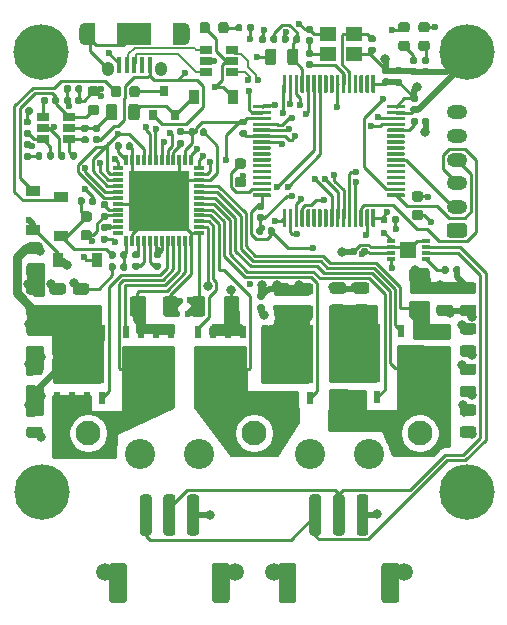
<source format=gbr>
%TF.GenerationSoftware,KiCad,Pcbnew,5.1.6-c6e7f7d~87~ubuntu19.10.1*%
%TF.CreationDate,2021-03-04T23:01:58-05:00*%
%TF.ProjectId,daedalus,64616564-616c-4757-932e-6b696361645f,v1.0*%
%TF.SameCoordinates,Original*%
%TF.FileFunction,Copper,L1,Top*%
%TF.FilePolarity,Positive*%
%FSLAX46Y46*%
G04 Gerber Fmt 4.6, Leading zero omitted, Abs format (unit mm)*
G04 Created by KiCad (PCBNEW 5.1.6-c6e7f7d~87~ubuntu19.10.1) date 2021-03-04 23:01:58*
%MOMM*%
%LPD*%
G01*
G04 APERTURE LIST*
%TA.AperFunction,ComponentPad*%
%ADD10O,1.050000X1.250000*%
%TD*%
%TA.AperFunction,SMDPad,CuDef*%
%ADD11R,0.400000X1.350000*%
%TD*%
%TA.AperFunction,ComponentPad*%
%ADD12O,1.000000X1.900000*%
%TD*%
%TA.AperFunction,SMDPad,CuDef*%
%ADD13R,2.900000X1.900000*%
%TD*%
%TA.AperFunction,SMDPad,CuDef*%
%ADD14R,0.875000X1.900000*%
%TD*%
%TA.AperFunction,SMDPad,CuDef*%
%ADD15R,5.105400X5.105400*%
%TD*%
%TA.AperFunction,SMDPad,CuDef*%
%ADD16R,0.812800X0.304800*%
%TD*%
%TA.AperFunction,SMDPad,CuDef*%
%ADD17R,0.304800X0.812800*%
%TD*%
%TA.AperFunction,SMDPad,CuDef*%
%ADD18R,0.900000X1.200000*%
%TD*%
%TA.AperFunction,ComponentPad*%
%ADD19C,1.500000*%
%TD*%
%TA.AperFunction,ComponentPad*%
%ADD20C,2.550000*%
%TD*%
%TA.AperFunction,SMDPad,CuDef*%
%ADD21R,1.200000X0.900000*%
%TD*%
%TA.AperFunction,SMDPad,CuDef*%
%ADD22R,0.800000X0.900000*%
%TD*%
%TA.AperFunction,SMDPad,CuDef*%
%ADD23R,1.060000X0.650000*%
%TD*%
%TA.AperFunction,SMDPad,CuDef*%
%ADD24R,0.750000X0.300000*%
%TD*%
%TA.AperFunction,SMDPad,CuDef*%
%ADD25R,1.360000X1.460000*%
%TD*%
%TA.AperFunction,SMDPad,CuDef*%
%ADD26R,0.530000X1.130000*%
%TD*%
%TA.AperFunction,SMDPad,CuDef*%
%ADD27R,4.350000X3.700000*%
%TD*%
%TA.AperFunction,SMDPad,CuDef*%
%ADD28R,0.530000X1.330000*%
%TD*%
%TA.AperFunction,SMDPad,CuDef*%
%ADD29R,1.400000X1.200000*%
%TD*%
%TA.AperFunction,ComponentPad*%
%ADD30C,4.700000*%
%TD*%
%TA.AperFunction,ComponentPad*%
%ADD31O,1.750000X1.200000*%
%TD*%
%TA.AperFunction,ComponentPad*%
%ADD32C,2.100000*%
%TD*%
%TA.AperFunction,ViaPad*%
%ADD33C,0.600000*%
%TD*%
%TA.AperFunction,ViaPad*%
%ADD34C,0.800000*%
%TD*%
%TA.AperFunction,ViaPad*%
%ADD35C,0.700000*%
%TD*%
%TA.AperFunction,Conductor*%
%ADD36C,0.250000*%
%TD*%
%TA.AperFunction,Conductor*%
%ADD37C,0.200000*%
%TD*%
%TA.AperFunction,Conductor*%
%ADD38C,0.500000*%
%TD*%
%TA.AperFunction,Conductor*%
%ADD39C,0.750000*%
%TD*%
%TA.AperFunction,Conductor*%
%ADD40C,0.254000*%
%TD*%
G04 APERTURE END LIST*
D10*
%TO.P,J9,6*%
%TO.N,Net-(J9-Pad6)*%
X136047440Y-79865480D03*
D11*
%TO.P,J9,5*%
%TO.N,BGND*%
X135122440Y-79540480D03*
%TO.P,J9,4*%
%TO.N,Net-(J9-Pad4)*%
X134472440Y-79540480D03*
%TO.P,J9,3*%
%TO.N,USB_CONN_D+*%
X133822440Y-79540480D03*
%TO.P,J9,1*%
%TO.N,+5V*%
X132522440Y-79540480D03*
D10*
%TO.P,J9,6*%
%TO.N,Net-(J9-Pad6)*%
X131597440Y-79865480D03*
D12*
X137997440Y-76865480D03*
X129647440Y-76865480D03*
D11*
%TO.P,J9,2*%
%TO.N,USB_CONN_D-*%
X133172440Y-79540480D03*
D13*
%TO.P,J9,6*%
%TO.N,Net-(J9-Pad6)*%
X133822440Y-76865480D03*
D14*
X130084940Y-76865480D03*
X137559940Y-76865480D03*
%TD*%
%TO.P,U7,1*%
%TO.N,VDD*%
%TA.AperFunction,SMDPad,CuDef*%
G36*
G01*
X153959341Y-80355652D02*
X154109341Y-80355652D01*
G75*
G02*
X154184341Y-80430652I0J-75000D01*
G01*
X154184341Y-81830652D01*
G75*
G02*
X154109341Y-81905652I-75000J0D01*
G01*
X153959341Y-81905652D01*
G75*
G02*
X153884341Y-81830652I0J75000D01*
G01*
X153884341Y-80430652D01*
G75*
G02*
X153959341Y-80355652I75000J0D01*
G01*
G37*
%TD.AperFunction*%
%TO.P,U7,2*%
%TO.N,Net-(U7-Pad2)*%
%TA.AperFunction,SMDPad,CuDef*%
G36*
G01*
X153459341Y-80355652D02*
X153609341Y-80355652D01*
G75*
G02*
X153684341Y-80430652I0J-75000D01*
G01*
X153684341Y-81830652D01*
G75*
G02*
X153609341Y-81905652I-75000J0D01*
G01*
X153459341Y-81905652D01*
G75*
G02*
X153384341Y-81830652I0J75000D01*
G01*
X153384341Y-80430652D01*
G75*
G02*
X153459341Y-80355652I75000J0D01*
G01*
G37*
%TD.AperFunction*%
%TO.P,U7,3*%
%TO.N,Net-(U7-Pad3)*%
%TA.AperFunction,SMDPad,CuDef*%
G36*
G01*
X152959341Y-80355652D02*
X153109341Y-80355652D01*
G75*
G02*
X153184341Y-80430652I0J-75000D01*
G01*
X153184341Y-81830652D01*
G75*
G02*
X153109341Y-81905652I-75000J0D01*
G01*
X152959341Y-81905652D01*
G75*
G02*
X152884341Y-81830652I0J75000D01*
G01*
X152884341Y-80430652D01*
G75*
G02*
X152959341Y-80355652I75000J0D01*
G01*
G37*
%TD.AperFunction*%
%TO.P,U7,4*%
%TO.N,Net-(U7-Pad4)*%
%TA.AperFunction,SMDPad,CuDef*%
G36*
G01*
X152459341Y-80355652D02*
X152609341Y-80355652D01*
G75*
G02*
X152684341Y-80430652I0J-75000D01*
G01*
X152684341Y-81830652D01*
G75*
G02*
X152609341Y-81905652I-75000J0D01*
G01*
X152459341Y-81905652D01*
G75*
G02*
X152384341Y-81830652I0J75000D01*
G01*
X152384341Y-80430652D01*
G75*
G02*
X152459341Y-80355652I75000J0D01*
G01*
G37*
%TD.AperFunction*%
%TO.P,U7,5*%
%TO.N,HSE_IN*%
%TA.AperFunction,SMDPad,CuDef*%
G36*
G01*
X151959341Y-80355652D02*
X152109341Y-80355652D01*
G75*
G02*
X152184341Y-80430652I0J-75000D01*
G01*
X152184341Y-81830652D01*
G75*
G02*
X152109341Y-81905652I-75000J0D01*
G01*
X151959341Y-81905652D01*
G75*
G02*
X151884341Y-81830652I0J75000D01*
G01*
X151884341Y-80430652D01*
G75*
G02*
X151959341Y-80355652I75000J0D01*
G01*
G37*
%TD.AperFunction*%
%TO.P,U7,6*%
%TO.N,HSE_OUT*%
%TA.AperFunction,SMDPad,CuDef*%
G36*
G01*
X151459341Y-80355652D02*
X151609341Y-80355652D01*
G75*
G02*
X151684341Y-80430652I0J-75000D01*
G01*
X151684341Y-81830652D01*
G75*
G02*
X151609341Y-81905652I-75000J0D01*
G01*
X151459341Y-81905652D01*
G75*
G02*
X151384341Y-81830652I0J75000D01*
G01*
X151384341Y-80430652D01*
G75*
G02*
X151459341Y-80355652I75000J0D01*
G01*
G37*
%TD.AperFunction*%
%TO.P,U7,7*%
%TO.N,NRST*%
%TA.AperFunction,SMDPad,CuDef*%
G36*
G01*
X150959341Y-80355652D02*
X151109341Y-80355652D01*
G75*
G02*
X151184341Y-80430652I0J-75000D01*
G01*
X151184341Y-81830652D01*
G75*
G02*
X151109341Y-81905652I-75000J0D01*
G01*
X150959341Y-81905652D01*
G75*
G02*
X150884341Y-81830652I0J75000D01*
G01*
X150884341Y-80430652D01*
G75*
G02*
X150959341Y-80355652I75000J0D01*
G01*
G37*
%TD.AperFunction*%
%TO.P,U7,8*%
%TO.N,Net-(U7-Pad8)*%
%TA.AperFunction,SMDPad,CuDef*%
G36*
G01*
X150459341Y-80355652D02*
X150609341Y-80355652D01*
G75*
G02*
X150684341Y-80430652I0J-75000D01*
G01*
X150684341Y-81830652D01*
G75*
G02*
X150609341Y-81905652I-75000J0D01*
G01*
X150459341Y-81905652D01*
G75*
G02*
X150384341Y-81830652I0J75000D01*
G01*
X150384341Y-80430652D01*
G75*
G02*
X150459341Y-80355652I75000J0D01*
G01*
G37*
%TD.AperFunction*%
%TO.P,U7,9*%
%TO.N,Net-(U7-Pad9)*%
%TA.AperFunction,SMDPad,CuDef*%
G36*
G01*
X149959341Y-80355652D02*
X150109341Y-80355652D01*
G75*
G02*
X150184341Y-80430652I0J-75000D01*
G01*
X150184341Y-81830652D01*
G75*
G02*
X150109341Y-81905652I-75000J0D01*
G01*
X149959341Y-81905652D01*
G75*
G02*
X149884341Y-81830652I0J75000D01*
G01*
X149884341Y-80430652D01*
G75*
G02*
X149959341Y-80355652I75000J0D01*
G01*
G37*
%TD.AperFunction*%
%TO.P,U7,10*%
%TO.N,SPI2_MISO*%
%TA.AperFunction,SMDPad,CuDef*%
G36*
G01*
X149459341Y-80355652D02*
X149609341Y-80355652D01*
G75*
G02*
X149684341Y-80430652I0J-75000D01*
G01*
X149684341Y-81830652D01*
G75*
G02*
X149609341Y-81905652I-75000J0D01*
G01*
X149459341Y-81905652D01*
G75*
G02*
X149384341Y-81830652I0J75000D01*
G01*
X149384341Y-80430652D01*
G75*
G02*
X149459341Y-80355652I75000J0D01*
G01*
G37*
%TD.AperFunction*%
%TO.P,U7,11*%
%TO.N,SPI2_MOSI*%
%TA.AperFunction,SMDPad,CuDef*%
G36*
G01*
X148959341Y-80355652D02*
X149109341Y-80355652D01*
G75*
G02*
X149184341Y-80430652I0J-75000D01*
G01*
X149184341Y-81830652D01*
G75*
G02*
X149109341Y-81905652I-75000J0D01*
G01*
X148959341Y-81905652D01*
G75*
G02*
X148884341Y-81830652I0J75000D01*
G01*
X148884341Y-80430652D01*
G75*
G02*
X148959341Y-80355652I75000J0D01*
G01*
G37*
%TD.AperFunction*%
%TO.P,U7,12*%
%TO.N,BGND*%
%TA.AperFunction,SMDPad,CuDef*%
G36*
G01*
X148459341Y-80355652D02*
X148609341Y-80355652D01*
G75*
G02*
X148684341Y-80430652I0J-75000D01*
G01*
X148684341Y-81830652D01*
G75*
G02*
X148609341Y-81905652I-75000J0D01*
G01*
X148459341Y-81905652D01*
G75*
G02*
X148384341Y-81830652I0J75000D01*
G01*
X148384341Y-80430652D01*
G75*
G02*
X148459341Y-80355652I75000J0D01*
G01*
G37*
%TD.AperFunction*%
%TO.P,U7,13*%
%TO.N,+3.3VA*%
%TA.AperFunction,SMDPad,CuDef*%
G36*
G01*
X147959341Y-80355652D02*
X148109341Y-80355652D01*
G75*
G02*
X148184341Y-80430652I0J-75000D01*
G01*
X148184341Y-81830652D01*
G75*
G02*
X148109341Y-81905652I-75000J0D01*
G01*
X147959341Y-81905652D01*
G75*
G02*
X147884341Y-81830652I0J75000D01*
G01*
X147884341Y-80430652D01*
G75*
G02*
X147959341Y-80355652I75000J0D01*
G01*
G37*
%TD.AperFunction*%
%TO.P,U7,14*%
%TO.N,PWM_C*%
%TA.AperFunction,SMDPad,CuDef*%
G36*
G01*
X147459341Y-80355652D02*
X147609341Y-80355652D01*
G75*
G02*
X147684341Y-80430652I0J-75000D01*
G01*
X147684341Y-81830652D01*
G75*
G02*
X147609341Y-81905652I-75000J0D01*
G01*
X147459341Y-81905652D01*
G75*
G02*
X147384341Y-81830652I0J75000D01*
G01*
X147384341Y-80430652D01*
G75*
G02*
X147459341Y-80355652I75000J0D01*
G01*
G37*
%TD.AperFunction*%
%TO.P,U7,15*%
%TO.N,PWM_B*%
%TA.AperFunction,SMDPad,CuDef*%
G36*
G01*
X146959341Y-80355652D02*
X147109341Y-80355652D01*
G75*
G02*
X147184341Y-80430652I0J-75000D01*
G01*
X147184341Y-81830652D01*
G75*
G02*
X147109341Y-81905652I-75000J0D01*
G01*
X146959341Y-81905652D01*
G75*
G02*
X146884341Y-81830652I0J75000D01*
G01*
X146884341Y-80430652D01*
G75*
G02*
X146959341Y-80355652I75000J0D01*
G01*
G37*
%TD.AperFunction*%
%TO.P,U7,16*%
%TO.N,PWM_A*%
%TA.AperFunction,SMDPad,CuDef*%
G36*
G01*
X146459341Y-80355652D02*
X146609341Y-80355652D01*
G75*
G02*
X146684341Y-80430652I0J-75000D01*
G01*
X146684341Y-81830652D01*
G75*
G02*
X146609341Y-81905652I-75000J0D01*
G01*
X146459341Y-81905652D01*
G75*
G02*
X146384341Y-81830652I0J75000D01*
G01*
X146384341Y-80430652D01*
G75*
G02*
X146459341Y-80355652I75000J0D01*
G01*
G37*
%TD.AperFunction*%
%TO.P,U7,17*%
%TO.N,ENABLE*%
%TA.AperFunction,SMDPad,CuDef*%
G36*
G01*
X143909341Y-82905652D02*
X145309341Y-82905652D01*
G75*
G02*
X145384341Y-82980652I0J-75000D01*
G01*
X145384341Y-83130652D01*
G75*
G02*
X145309341Y-83205652I-75000J0D01*
G01*
X143909341Y-83205652D01*
G75*
G02*
X143834341Y-83130652I0J75000D01*
G01*
X143834341Y-82980652D01*
G75*
G02*
X143909341Y-82905652I75000J0D01*
G01*
G37*
%TD.AperFunction*%
%TO.P,U7,18*%
%TO.N,BGND*%
%TA.AperFunction,SMDPad,CuDef*%
G36*
G01*
X143909341Y-83405652D02*
X145309341Y-83405652D01*
G75*
G02*
X145384341Y-83480652I0J-75000D01*
G01*
X145384341Y-83630652D01*
G75*
G02*
X145309341Y-83705652I-75000J0D01*
G01*
X143909341Y-83705652D01*
G75*
G02*
X143834341Y-83630652I0J75000D01*
G01*
X143834341Y-83480652D01*
G75*
G02*
X143909341Y-83405652I75000J0D01*
G01*
G37*
%TD.AperFunction*%
%TO.P,U7,19*%
%TO.N,VDD*%
%TA.AperFunction,SMDPad,CuDef*%
G36*
G01*
X143909341Y-83905652D02*
X145309341Y-83905652D01*
G75*
G02*
X145384341Y-83980652I0J-75000D01*
G01*
X145384341Y-84130652D01*
G75*
G02*
X145309341Y-84205652I-75000J0D01*
G01*
X143909341Y-84205652D01*
G75*
G02*
X143834341Y-84130652I0J75000D01*
G01*
X143834341Y-83980652D01*
G75*
G02*
X143909341Y-83905652I75000J0D01*
G01*
G37*
%TD.AperFunction*%
%TO.P,U7,20*%
%TO.N,SPI1_NSS*%
%TA.AperFunction,SMDPad,CuDef*%
G36*
G01*
X143909341Y-84405652D02*
X145309341Y-84405652D01*
G75*
G02*
X145384341Y-84480652I0J-75000D01*
G01*
X145384341Y-84630652D01*
G75*
G02*
X145309341Y-84705652I-75000J0D01*
G01*
X143909341Y-84705652D01*
G75*
G02*
X143834341Y-84630652I0J75000D01*
G01*
X143834341Y-84480652D01*
G75*
G02*
X143909341Y-84405652I75000J0D01*
G01*
G37*
%TD.AperFunction*%
%TO.P,U7,21*%
%TO.N,SPI1_SCK*%
%TA.AperFunction,SMDPad,CuDef*%
G36*
G01*
X143909341Y-84905652D02*
X145309341Y-84905652D01*
G75*
G02*
X145384341Y-84980652I0J-75000D01*
G01*
X145384341Y-85130652D01*
G75*
G02*
X145309341Y-85205652I-75000J0D01*
G01*
X143909341Y-85205652D01*
G75*
G02*
X143834341Y-85130652I0J75000D01*
G01*
X143834341Y-84980652D01*
G75*
G02*
X143909341Y-84905652I75000J0D01*
G01*
G37*
%TD.AperFunction*%
%TO.P,U7,22*%
%TO.N,SPI1_MISO*%
%TA.AperFunction,SMDPad,CuDef*%
G36*
G01*
X143909341Y-85405652D02*
X145309341Y-85405652D01*
G75*
G02*
X145384341Y-85480652I0J-75000D01*
G01*
X145384341Y-85630652D01*
G75*
G02*
X145309341Y-85705652I-75000J0D01*
G01*
X143909341Y-85705652D01*
G75*
G02*
X143834341Y-85630652I0J75000D01*
G01*
X143834341Y-85480652D01*
G75*
G02*
X143909341Y-85405652I75000J0D01*
G01*
G37*
%TD.AperFunction*%
%TO.P,U7,23*%
%TO.N,SPI1_MOSI*%
%TA.AperFunction,SMDPad,CuDef*%
G36*
G01*
X143909341Y-85905652D02*
X145309341Y-85905652D01*
G75*
G02*
X145384341Y-85980652I0J-75000D01*
G01*
X145384341Y-86130652D01*
G75*
G02*
X145309341Y-86205652I-75000J0D01*
G01*
X143909341Y-86205652D01*
G75*
G02*
X143834341Y-86130652I0J75000D01*
G01*
X143834341Y-85980652D01*
G75*
G02*
X143909341Y-85905652I75000J0D01*
G01*
G37*
%TD.AperFunction*%
%TO.P,U7,24*%
%TO.N,Net-(U7-Pad24)*%
%TA.AperFunction,SMDPad,CuDef*%
G36*
G01*
X143909341Y-86405652D02*
X145309341Y-86405652D01*
G75*
G02*
X145384341Y-86480652I0J-75000D01*
G01*
X145384341Y-86630652D01*
G75*
G02*
X145309341Y-86705652I-75000J0D01*
G01*
X143909341Y-86705652D01*
G75*
G02*
X143834341Y-86630652I0J75000D01*
G01*
X143834341Y-86480652D01*
G75*
G02*
X143909341Y-86405652I75000J0D01*
G01*
G37*
%TD.AperFunction*%
%TO.P,U7,25*%
%TO.N,Net-(U7-Pad25)*%
%TA.AperFunction,SMDPad,CuDef*%
G36*
G01*
X143909341Y-86905652D02*
X145309341Y-86905652D01*
G75*
G02*
X145384341Y-86980652I0J-75000D01*
G01*
X145384341Y-87130652D01*
G75*
G02*
X145309341Y-87205652I-75000J0D01*
G01*
X143909341Y-87205652D01*
G75*
G02*
X143834341Y-87130652I0J75000D01*
G01*
X143834341Y-86980652D01*
G75*
G02*
X143909341Y-86905652I75000J0D01*
G01*
G37*
%TD.AperFunction*%
%TO.P,U7,26*%
%TO.N,Net-(U7-Pad26)*%
%TA.AperFunction,SMDPad,CuDef*%
G36*
G01*
X143909341Y-87405652D02*
X145309341Y-87405652D01*
G75*
G02*
X145384341Y-87480652I0J-75000D01*
G01*
X145384341Y-87630652D01*
G75*
G02*
X145309341Y-87705652I-75000J0D01*
G01*
X143909341Y-87705652D01*
G75*
G02*
X143834341Y-87630652I0J75000D01*
G01*
X143834341Y-87480652D01*
G75*
G02*
X143909341Y-87405652I75000J0D01*
G01*
G37*
%TD.AperFunction*%
%TO.P,U7,27*%
%TO.N,Net-(U7-Pad27)*%
%TA.AperFunction,SMDPad,CuDef*%
G36*
G01*
X143909341Y-87905652D02*
X145309341Y-87905652D01*
G75*
G02*
X145384341Y-87980652I0J-75000D01*
G01*
X145384341Y-88130652D01*
G75*
G02*
X145309341Y-88205652I-75000J0D01*
G01*
X143909341Y-88205652D01*
G75*
G02*
X143834341Y-88130652I0J75000D01*
G01*
X143834341Y-87980652D01*
G75*
G02*
X143909341Y-87905652I75000J0D01*
G01*
G37*
%TD.AperFunction*%
%TO.P,U7,28*%
%TO.N,Net-(U7-Pad28)*%
%TA.AperFunction,SMDPad,CuDef*%
G36*
G01*
X143909341Y-88405652D02*
X145309341Y-88405652D01*
G75*
G02*
X145384341Y-88480652I0J-75000D01*
G01*
X145384341Y-88630652D01*
G75*
G02*
X145309341Y-88705652I-75000J0D01*
G01*
X143909341Y-88705652D01*
G75*
G02*
X143834341Y-88630652I0J75000D01*
G01*
X143834341Y-88480652D01*
G75*
G02*
X143909341Y-88405652I75000J0D01*
G01*
G37*
%TD.AperFunction*%
%TO.P,U7,29*%
%TO.N,USART3_TX*%
%TA.AperFunction,SMDPad,CuDef*%
G36*
G01*
X143909341Y-88905652D02*
X145309341Y-88905652D01*
G75*
G02*
X145384341Y-88980652I0J-75000D01*
G01*
X145384341Y-89130652D01*
G75*
G02*
X145309341Y-89205652I-75000J0D01*
G01*
X143909341Y-89205652D01*
G75*
G02*
X143834341Y-89130652I0J75000D01*
G01*
X143834341Y-88980652D01*
G75*
G02*
X143909341Y-88905652I75000J0D01*
G01*
G37*
%TD.AperFunction*%
%TO.P,U7,30*%
%TO.N,USART3_RX*%
%TA.AperFunction,SMDPad,CuDef*%
G36*
G01*
X143909341Y-89405652D02*
X145309341Y-89405652D01*
G75*
G02*
X145384341Y-89480652I0J-75000D01*
G01*
X145384341Y-89630652D01*
G75*
G02*
X145309341Y-89705652I-75000J0D01*
G01*
X143909341Y-89705652D01*
G75*
G02*
X143834341Y-89630652I0J75000D01*
G01*
X143834341Y-89480652D01*
G75*
G02*
X143909341Y-89405652I75000J0D01*
G01*
G37*
%TD.AperFunction*%
%TO.P,U7,31*%
%TO.N,Net-(C19-Pad2)*%
%TA.AperFunction,SMDPad,CuDef*%
G36*
G01*
X143909341Y-89905652D02*
X145309341Y-89905652D01*
G75*
G02*
X145384341Y-89980652I0J-75000D01*
G01*
X145384341Y-90130652D01*
G75*
G02*
X145309341Y-90205652I-75000J0D01*
G01*
X143909341Y-90205652D01*
G75*
G02*
X143834341Y-90130652I0J75000D01*
G01*
X143834341Y-89980652D01*
G75*
G02*
X143909341Y-89905652I75000J0D01*
G01*
G37*
%TD.AperFunction*%
%TO.P,U7,32*%
%TO.N,VDD*%
%TA.AperFunction,SMDPad,CuDef*%
G36*
G01*
X143909341Y-90405652D02*
X145309341Y-90405652D01*
G75*
G02*
X145384341Y-90480652I0J-75000D01*
G01*
X145384341Y-90630652D01*
G75*
G02*
X145309341Y-90705652I-75000J0D01*
G01*
X143909341Y-90705652D01*
G75*
G02*
X143834341Y-90630652I0J75000D01*
G01*
X143834341Y-90480652D01*
G75*
G02*
X143909341Y-90405652I75000J0D01*
G01*
G37*
%TD.AperFunction*%
%TO.P,U7,33*%
%TO.N,SPI2_NSS*%
%TA.AperFunction,SMDPad,CuDef*%
G36*
G01*
X146459341Y-91705652D02*
X146609341Y-91705652D01*
G75*
G02*
X146684341Y-91780652I0J-75000D01*
G01*
X146684341Y-93180652D01*
G75*
G02*
X146609341Y-93255652I-75000J0D01*
G01*
X146459341Y-93255652D01*
G75*
G02*
X146384341Y-93180652I0J75000D01*
G01*
X146384341Y-91780652D01*
G75*
G02*
X146459341Y-91705652I75000J0D01*
G01*
G37*
%TD.AperFunction*%
%TO.P,U7,34*%
%TO.N,SPI2_SCK*%
%TA.AperFunction,SMDPad,CuDef*%
G36*
G01*
X146959341Y-91705652D02*
X147109341Y-91705652D01*
G75*
G02*
X147184341Y-91780652I0J-75000D01*
G01*
X147184341Y-93180652D01*
G75*
G02*
X147109341Y-93255652I-75000J0D01*
G01*
X146959341Y-93255652D01*
G75*
G02*
X146884341Y-93180652I0J75000D01*
G01*
X146884341Y-91780652D01*
G75*
G02*
X146959341Y-91705652I75000J0D01*
G01*
G37*
%TD.AperFunction*%
%TO.P,U7,35*%
%TO.N,ENC_A*%
%TA.AperFunction,SMDPad,CuDef*%
G36*
G01*
X147459341Y-91705652D02*
X147609341Y-91705652D01*
G75*
G02*
X147684341Y-91780652I0J-75000D01*
G01*
X147684341Y-93180652D01*
G75*
G02*
X147609341Y-93255652I-75000J0D01*
G01*
X147459341Y-93255652D01*
G75*
G02*
X147384341Y-93180652I0J75000D01*
G01*
X147384341Y-91780652D01*
G75*
G02*
X147459341Y-91705652I75000J0D01*
G01*
G37*
%TD.AperFunction*%
%TO.P,U7,36*%
%TO.N,ENC_B*%
%TA.AperFunction,SMDPad,CuDef*%
G36*
G01*
X147959341Y-91705652D02*
X148109341Y-91705652D01*
G75*
G02*
X148184341Y-91780652I0J-75000D01*
G01*
X148184341Y-93180652D01*
G75*
G02*
X148109341Y-93255652I-75000J0D01*
G01*
X147959341Y-93255652D01*
G75*
G02*
X147884341Y-93180652I0J75000D01*
G01*
X147884341Y-91780652D01*
G75*
G02*
X147959341Y-91705652I75000J0D01*
G01*
G37*
%TD.AperFunction*%
%TO.P,U7,37*%
%TO.N,Net-(U7-Pad37)*%
%TA.AperFunction,SMDPad,CuDef*%
G36*
G01*
X148459341Y-91705652D02*
X148609341Y-91705652D01*
G75*
G02*
X148684341Y-91780652I0J-75000D01*
G01*
X148684341Y-93180652D01*
G75*
G02*
X148609341Y-93255652I-75000J0D01*
G01*
X148459341Y-93255652D01*
G75*
G02*
X148384341Y-93180652I0J75000D01*
G01*
X148384341Y-91780652D01*
G75*
G02*
X148459341Y-91705652I75000J0D01*
G01*
G37*
%TD.AperFunction*%
%TO.P,U7,38*%
%TO.N,Net-(U7-Pad38)*%
%TA.AperFunction,SMDPad,CuDef*%
G36*
G01*
X148959341Y-91705652D02*
X149109341Y-91705652D01*
G75*
G02*
X149184341Y-91780652I0J-75000D01*
G01*
X149184341Y-93180652D01*
G75*
G02*
X149109341Y-93255652I-75000J0D01*
G01*
X148959341Y-93255652D01*
G75*
G02*
X148884341Y-93180652I0J75000D01*
G01*
X148884341Y-91780652D01*
G75*
G02*
X148959341Y-91705652I75000J0D01*
G01*
G37*
%TD.AperFunction*%
%TO.P,U7,39*%
%TO.N,Net-(U7-Pad39)*%
%TA.AperFunction,SMDPad,CuDef*%
G36*
G01*
X149459341Y-91705652D02*
X149609341Y-91705652D01*
G75*
G02*
X149684341Y-91780652I0J-75000D01*
G01*
X149684341Y-93180652D01*
G75*
G02*
X149609341Y-93255652I-75000J0D01*
G01*
X149459341Y-93255652D01*
G75*
G02*
X149384341Y-93180652I0J75000D01*
G01*
X149384341Y-91780652D01*
G75*
G02*
X149459341Y-91705652I75000J0D01*
G01*
G37*
%TD.AperFunction*%
%TO.P,U7,40*%
%TO.N,Net-(U7-Pad40)*%
%TA.AperFunction,SMDPad,CuDef*%
G36*
G01*
X149959341Y-91705652D02*
X150109341Y-91705652D01*
G75*
G02*
X150184341Y-91780652I0J-75000D01*
G01*
X150184341Y-93180652D01*
G75*
G02*
X150109341Y-93255652I-75000J0D01*
G01*
X149959341Y-93255652D01*
G75*
G02*
X149884341Y-93180652I0J75000D01*
G01*
X149884341Y-91780652D01*
G75*
G02*
X149959341Y-91705652I75000J0D01*
G01*
G37*
%TD.AperFunction*%
%TO.P,U7,41*%
%TO.N,SOA*%
%TA.AperFunction,SMDPad,CuDef*%
G36*
G01*
X150459341Y-91705652D02*
X150609341Y-91705652D01*
G75*
G02*
X150684341Y-91780652I0J-75000D01*
G01*
X150684341Y-93180652D01*
G75*
G02*
X150609341Y-93255652I-75000J0D01*
G01*
X150459341Y-93255652D01*
G75*
G02*
X150384341Y-93180652I0J75000D01*
G01*
X150384341Y-91780652D01*
G75*
G02*
X150459341Y-91705652I75000J0D01*
G01*
G37*
%TD.AperFunction*%
%TO.P,U7,42*%
%TO.N,SOB*%
%TA.AperFunction,SMDPad,CuDef*%
G36*
G01*
X150959341Y-91705652D02*
X151109341Y-91705652D01*
G75*
G02*
X151184341Y-91780652I0J-75000D01*
G01*
X151184341Y-93180652D01*
G75*
G02*
X151109341Y-93255652I-75000J0D01*
G01*
X150959341Y-93255652D01*
G75*
G02*
X150884341Y-93180652I0J75000D01*
G01*
X150884341Y-91780652D01*
G75*
G02*
X150959341Y-91705652I75000J0D01*
G01*
G37*
%TD.AperFunction*%
%TO.P,U7,43*%
%TO.N,SOC*%
%TA.AperFunction,SMDPad,CuDef*%
G36*
G01*
X151459341Y-91705652D02*
X151609341Y-91705652D01*
G75*
G02*
X151684341Y-91780652I0J-75000D01*
G01*
X151684341Y-93180652D01*
G75*
G02*
X151609341Y-93255652I-75000J0D01*
G01*
X151459341Y-93255652D01*
G75*
G02*
X151384341Y-93180652I0J75000D01*
G01*
X151384341Y-91780652D01*
G75*
G02*
X151459341Y-91705652I75000J0D01*
G01*
G37*
%TD.AperFunction*%
%TO.P,U7,44*%
%TO.N,USB_D-*%
%TA.AperFunction,SMDPad,CuDef*%
G36*
G01*
X151959341Y-91705652D02*
X152109341Y-91705652D01*
G75*
G02*
X152184341Y-91780652I0J-75000D01*
G01*
X152184341Y-93180652D01*
G75*
G02*
X152109341Y-93255652I-75000J0D01*
G01*
X151959341Y-93255652D01*
G75*
G02*
X151884341Y-93180652I0J75000D01*
G01*
X151884341Y-91780652D01*
G75*
G02*
X151959341Y-91705652I75000J0D01*
G01*
G37*
%TD.AperFunction*%
%TO.P,U7,45*%
%TO.N,USB_D+*%
%TA.AperFunction,SMDPad,CuDef*%
G36*
G01*
X152459341Y-91705652D02*
X152609341Y-91705652D01*
G75*
G02*
X152684341Y-91780652I0J-75000D01*
G01*
X152684341Y-93180652D01*
G75*
G02*
X152609341Y-93255652I-75000J0D01*
G01*
X152459341Y-93255652D01*
G75*
G02*
X152384341Y-93180652I0J75000D01*
G01*
X152384341Y-91780652D01*
G75*
G02*
X152459341Y-91705652I75000J0D01*
G01*
G37*
%TD.AperFunction*%
%TO.P,U7,46*%
%TO.N,SWDIO*%
%TA.AperFunction,SMDPad,CuDef*%
G36*
G01*
X152959341Y-91705652D02*
X153109341Y-91705652D01*
G75*
G02*
X153184341Y-91780652I0J-75000D01*
G01*
X153184341Y-93180652D01*
G75*
G02*
X153109341Y-93255652I-75000J0D01*
G01*
X152959341Y-93255652D01*
G75*
G02*
X152884341Y-93180652I0J75000D01*
G01*
X152884341Y-91780652D01*
G75*
G02*
X152959341Y-91705652I75000J0D01*
G01*
G37*
%TD.AperFunction*%
%TO.P,U7,47*%
%TO.N,Net-(C20-Pad2)*%
%TA.AperFunction,SMDPad,CuDef*%
G36*
G01*
X153459341Y-91705652D02*
X153609341Y-91705652D01*
G75*
G02*
X153684341Y-91780652I0J-75000D01*
G01*
X153684341Y-93180652D01*
G75*
G02*
X153609341Y-93255652I-75000J0D01*
G01*
X153459341Y-93255652D01*
G75*
G02*
X153384341Y-93180652I0J75000D01*
G01*
X153384341Y-91780652D01*
G75*
G02*
X153459341Y-91705652I75000J0D01*
G01*
G37*
%TD.AperFunction*%
%TO.P,U7,48*%
%TO.N,VDD*%
%TA.AperFunction,SMDPad,CuDef*%
G36*
G01*
X153959341Y-91705652D02*
X154109341Y-91705652D01*
G75*
G02*
X154184341Y-91780652I0J-75000D01*
G01*
X154184341Y-93180652D01*
G75*
G02*
X154109341Y-93255652I-75000J0D01*
G01*
X153959341Y-93255652D01*
G75*
G02*
X153884341Y-93180652I0J75000D01*
G01*
X153884341Y-91780652D01*
G75*
G02*
X153959341Y-91705652I75000J0D01*
G01*
G37*
%TD.AperFunction*%
%TO.P,U7,49*%
%TO.N,SWCLK*%
%TA.AperFunction,SMDPad,CuDef*%
G36*
G01*
X155259341Y-90405652D02*
X156659341Y-90405652D01*
G75*
G02*
X156734341Y-90480652I0J-75000D01*
G01*
X156734341Y-90630652D01*
G75*
G02*
X156659341Y-90705652I-75000J0D01*
G01*
X155259341Y-90705652D01*
G75*
G02*
X155184341Y-90630652I0J75000D01*
G01*
X155184341Y-90480652D01*
G75*
G02*
X155259341Y-90405652I75000J0D01*
G01*
G37*
%TD.AperFunction*%
%TO.P,U7,50*%
%TO.N,LED_STATUS*%
%TA.AperFunction,SMDPad,CuDef*%
G36*
G01*
X155259341Y-89905652D02*
X156659341Y-89905652D01*
G75*
G02*
X156734341Y-89980652I0J-75000D01*
G01*
X156734341Y-90130652D01*
G75*
G02*
X156659341Y-90205652I-75000J0D01*
G01*
X155259341Y-90205652D01*
G75*
G02*
X155184341Y-90130652I0J75000D01*
G01*
X155184341Y-89980652D01*
G75*
G02*
X155259341Y-89905652I75000J0D01*
G01*
G37*
%TD.AperFunction*%
%TO.P,U7,51*%
%TO.N,Net-(U7-Pad51)*%
%TA.AperFunction,SMDPad,CuDef*%
G36*
G01*
X155259341Y-89405652D02*
X156659341Y-89405652D01*
G75*
G02*
X156734341Y-89480652I0J-75000D01*
G01*
X156734341Y-89630652D01*
G75*
G02*
X156659341Y-89705652I-75000J0D01*
G01*
X155259341Y-89705652D01*
G75*
G02*
X155184341Y-89630652I0J75000D01*
G01*
X155184341Y-89480652D01*
G75*
G02*
X155259341Y-89405652I75000J0D01*
G01*
G37*
%TD.AperFunction*%
%TO.P,U7,52*%
%TO.N,Net-(U7-Pad52)*%
%TA.AperFunction,SMDPad,CuDef*%
G36*
G01*
X155259341Y-88905652D02*
X156659341Y-88905652D01*
G75*
G02*
X156734341Y-88980652I0J-75000D01*
G01*
X156734341Y-89130652D01*
G75*
G02*
X156659341Y-89205652I-75000J0D01*
G01*
X155259341Y-89205652D01*
G75*
G02*
X155184341Y-89130652I0J75000D01*
G01*
X155184341Y-88980652D01*
G75*
G02*
X155259341Y-88905652I75000J0D01*
G01*
G37*
%TD.AperFunction*%
%TO.P,U7,53*%
%TO.N,Net-(U7-Pad53)*%
%TA.AperFunction,SMDPad,CuDef*%
G36*
G01*
X155259341Y-88405652D02*
X156659341Y-88405652D01*
G75*
G02*
X156734341Y-88480652I0J-75000D01*
G01*
X156734341Y-88630652D01*
G75*
G02*
X156659341Y-88705652I-75000J0D01*
G01*
X155259341Y-88705652D01*
G75*
G02*
X155184341Y-88630652I0J75000D01*
G01*
X155184341Y-88480652D01*
G75*
G02*
X155259341Y-88405652I75000J0D01*
G01*
G37*
%TD.AperFunction*%
%TO.P,U7,54*%
%TO.N,Net-(U7-Pad54)*%
%TA.AperFunction,SMDPad,CuDef*%
G36*
G01*
X155259341Y-87905652D02*
X156659341Y-87905652D01*
G75*
G02*
X156734341Y-87980652I0J-75000D01*
G01*
X156734341Y-88130652D01*
G75*
G02*
X156659341Y-88205652I-75000J0D01*
G01*
X155259341Y-88205652D01*
G75*
G02*
X155184341Y-88130652I0J75000D01*
G01*
X155184341Y-87980652D01*
G75*
G02*
X155259341Y-87905652I75000J0D01*
G01*
G37*
%TD.AperFunction*%
%TO.P,U7,55*%
%TO.N,SWO*%
%TA.AperFunction,SMDPad,CuDef*%
G36*
G01*
X155259341Y-87405652D02*
X156659341Y-87405652D01*
G75*
G02*
X156734341Y-87480652I0J-75000D01*
G01*
X156734341Y-87630652D01*
G75*
G02*
X156659341Y-87705652I-75000J0D01*
G01*
X155259341Y-87705652D01*
G75*
G02*
X155184341Y-87630652I0J75000D01*
G01*
X155184341Y-87480652D01*
G75*
G02*
X155259341Y-87405652I75000J0D01*
G01*
G37*
%TD.AperFunction*%
%TO.P,U7,56*%
%TO.N,Net-(U7-Pad56)*%
%TA.AperFunction,SMDPad,CuDef*%
G36*
G01*
X155259341Y-86905652D02*
X156659341Y-86905652D01*
G75*
G02*
X156734341Y-86980652I0J-75000D01*
G01*
X156734341Y-87130652D01*
G75*
G02*
X156659341Y-87205652I-75000J0D01*
G01*
X155259341Y-87205652D01*
G75*
G02*
X155184341Y-87130652I0J75000D01*
G01*
X155184341Y-86980652D01*
G75*
G02*
X155259341Y-86905652I75000J0D01*
G01*
G37*
%TD.AperFunction*%
%TO.P,U7,57*%
%TO.N,Net-(U7-Pad57)*%
%TA.AperFunction,SMDPad,CuDef*%
G36*
G01*
X155259341Y-86405652D02*
X156659341Y-86405652D01*
G75*
G02*
X156734341Y-86480652I0J-75000D01*
G01*
X156734341Y-86630652D01*
G75*
G02*
X156659341Y-86705652I-75000J0D01*
G01*
X155259341Y-86705652D01*
G75*
G02*
X155184341Y-86630652I0J75000D01*
G01*
X155184341Y-86480652D01*
G75*
G02*
X155259341Y-86405652I75000J0D01*
G01*
G37*
%TD.AperFunction*%
%TO.P,U7,58*%
%TO.N,Net-(U7-Pad58)*%
%TA.AperFunction,SMDPad,CuDef*%
G36*
G01*
X155259341Y-85905652D02*
X156659341Y-85905652D01*
G75*
G02*
X156734341Y-85980652I0J-75000D01*
G01*
X156734341Y-86130652D01*
G75*
G02*
X156659341Y-86205652I-75000J0D01*
G01*
X155259341Y-86205652D01*
G75*
G02*
X155184341Y-86130652I0J75000D01*
G01*
X155184341Y-85980652D01*
G75*
G02*
X155259341Y-85905652I75000J0D01*
G01*
G37*
%TD.AperFunction*%
%TO.P,U7,59*%
%TO.N,Net-(U7-Pad59)*%
%TA.AperFunction,SMDPad,CuDef*%
G36*
G01*
X155259341Y-85405652D02*
X156659341Y-85405652D01*
G75*
G02*
X156734341Y-85480652I0J-75000D01*
G01*
X156734341Y-85630652D01*
G75*
G02*
X156659341Y-85705652I-75000J0D01*
G01*
X155259341Y-85705652D01*
G75*
G02*
X155184341Y-85630652I0J75000D01*
G01*
X155184341Y-85480652D01*
G75*
G02*
X155259341Y-85405652I75000J0D01*
G01*
G37*
%TD.AperFunction*%
%TO.P,U7,60*%
%TO.N,BOOT0*%
%TA.AperFunction,SMDPad,CuDef*%
G36*
G01*
X155259341Y-84905652D02*
X156659341Y-84905652D01*
G75*
G02*
X156734341Y-84980652I0J-75000D01*
G01*
X156734341Y-85130652D01*
G75*
G02*
X156659341Y-85205652I-75000J0D01*
G01*
X155259341Y-85205652D01*
G75*
G02*
X155184341Y-85130652I0J75000D01*
G01*
X155184341Y-84980652D01*
G75*
G02*
X155259341Y-84905652I75000J0D01*
G01*
G37*
%TD.AperFunction*%
%TO.P,U7,61*%
%TO.N,CAN1_RX*%
%TA.AperFunction,SMDPad,CuDef*%
G36*
G01*
X155259341Y-84405652D02*
X156659341Y-84405652D01*
G75*
G02*
X156734341Y-84480652I0J-75000D01*
G01*
X156734341Y-84630652D01*
G75*
G02*
X156659341Y-84705652I-75000J0D01*
G01*
X155259341Y-84705652D01*
G75*
G02*
X155184341Y-84630652I0J75000D01*
G01*
X155184341Y-84480652D01*
G75*
G02*
X155259341Y-84405652I75000J0D01*
G01*
G37*
%TD.AperFunction*%
%TO.P,U7,62*%
%TO.N,CAN1_TX*%
%TA.AperFunction,SMDPad,CuDef*%
G36*
G01*
X155259341Y-83905652D02*
X156659341Y-83905652D01*
G75*
G02*
X156734341Y-83980652I0J-75000D01*
G01*
X156734341Y-84130652D01*
G75*
G02*
X156659341Y-84205652I-75000J0D01*
G01*
X155259341Y-84205652D01*
G75*
G02*
X155184341Y-84130652I0J75000D01*
G01*
X155184341Y-83980652D01*
G75*
G02*
X155259341Y-83905652I75000J0D01*
G01*
G37*
%TD.AperFunction*%
%TO.P,U7,63*%
%TO.N,BGND*%
%TA.AperFunction,SMDPad,CuDef*%
G36*
G01*
X155259341Y-83405652D02*
X156659341Y-83405652D01*
G75*
G02*
X156734341Y-83480652I0J-75000D01*
G01*
X156734341Y-83630652D01*
G75*
G02*
X156659341Y-83705652I-75000J0D01*
G01*
X155259341Y-83705652D01*
G75*
G02*
X155184341Y-83630652I0J75000D01*
G01*
X155184341Y-83480652D01*
G75*
G02*
X155259341Y-83405652I75000J0D01*
G01*
G37*
%TD.AperFunction*%
%TO.P,U7,64*%
%TO.N,VDD*%
%TA.AperFunction,SMDPad,CuDef*%
G36*
G01*
X155259341Y-82905652D02*
X156659341Y-82905652D01*
G75*
G02*
X156734341Y-82980652I0J-75000D01*
G01*
X156734341Y-83130652D01*
G75*
G02*
X156659341Y-83205652I-75000J0D01*
G01*
X155259341Y-83205652D01*
G75*
G02*
X155184341Y-83130652I0J75000D01*
G01*
X155184341Y-82980652D01*
G75*
G02*
X155259341Y-82905652I75000J0D01*
G01*
G37*
%TD.AperFunction*%
%TD*%
D15*
%TO.P,U5,49*%
%TO.N,BGND*%
X135871040Y-91003880D03*
D16*
%TO.P,U5,48*%
%TO.N,Net-(U5-Pad48)*%
X132416640Y-93747080D03*
%TO.P,U5,47*%
%TO.N,VIN*%
X132416640Y-93264480D03*
%TO.P,U5,46*%
%TO.N,Net-(U5-Pad46)*%
X132416640Y-92756480D03*
%TO.P,U5,45*%
%TO.N,SW*%
X132416640Y-92248480D03*
%TO.P,U5,44*%
%TO.N,CB*%
X132416640Y-91765880D03*
%TO.P,U5,43*%
%TO.N,BGND*%
X132416640Y-91257880D03*
%TO.P,U5,42*%
%TO.N,ENABLE*%
X132416640Y-90749880D03*
%TO.P,U5,41*%
%TO.N,PWM_C*%
X132416640Y-90241880D03*
%TO.P,U5,40*%
%TO.N,ENABLE*%
X132416640Y-89759280D03*
%TO.P,U5,39*%
%TO.N,PWM_B*%
X132416640Y-89251280D03*
%TO.P,U5,38*%
%TO.N,ENABLE*%
X132416640Y-88743280D03*
%TO.P,U5,37*%
%TO.N,PWM_A*%
X132416640Y-88260680D03*
D17*
%TO.P,U5,36*%
%TO.N,Net-(C17-Pad2)*%
X133127840Y-87549480D03*
%TO.P,U5,35*%
%TO.N,BGND*%
X133610440Y-87549480D03*
%TO.P,U5,34*%
%TO.N,CAL*%
X134118440Y-87549480D03*
%TO.P,U5,33*%
%TO.N,ENABLE*%
X134626440Y-87549480D03*
%TO.P,U5,32*%
%TO.N,SPI1_NSS*%
X135109040Y-87549480D03*
%TO.P,U5,31*%
%TO.N,SPI1_SCK*%
X135617040Y-87549480D03*
%TO.P,U5,30*%
%TO.N,SPI1_MOSI*%
X136125040Y-87549480D03*
%TO.P,U5,29*%
%TO.N,SPI1_MISO*%
X136633040Y-87549480D03*
%TO.P,U5,28*%
%TO.N,FAULT*%
X137115640Y-87549480D03*
%TO.P,U5,27*%
%TO.N,BGND*%
X137623640Y-87549480D03*
%TO.P,U5,26*%
%TO.N,VDD*%
X138131640Y-87549480D03*
%TO.P,U5,25*%
%TO.N,SOA*%
X138614240Y-87549480D03*
D16*
%TO.P,U5,24*%
%TO.N,SOB*%
X139325440Y-88260680D03*
%TO.P,U5,23*%
%TO.N,SOC*%
X139325440Y-88743280D03*
%TO.P,U5,22*%
%TO.N,BGND*%
X139325440Y-89251280D03*
%TO.P,U5,21*%
%TO.N,SPC*%
X139325440Y-89759280D03*
%TO.P,U5,20*%
%TO.N,GLC*%
X139325440Y-90241880D03*
%TO.P,U5,19*%
%TO.N,PHASE_C*%
X139325440Y-90749880D03*
%TO.P,U5,18*%
%TO.N,GHC*%
X139325440Y-91257880D03*
%TO.P,U5,17*%
%TO.N,GHB*%
X139325440Y-91765880D03*
%TO.P,U5,16*%
%TO.N,PHASE_B*%
X139325440Y-92248480D03*
%TO.P,U5,15*%
%TO.N,GLB*%
X139325440Y-92756480D03*
%TO.P,U5,14*%
%TO.N,SPB*%
X139325440Y-93264480D03*
%TO.P,U5,13*%
%TO.N,BGND*%
X139325440Y-93747080D03*
D17*
%TO.P,U5,12*%
X138614240Y-94458280D03*
%TO.P,U5,11*%
%TO.N,SPA*%
X138131640Y-94458280D03*
%TO.P,U5,10*%
%TO.N,GLA*%
X137623640Y-94458280D03*
%TO.P,U5,9*%
%TO.N,PHASE_A*%
X137115640Y-94458280D03*
%TO.P,U5,8*%
%TO.N,GHA*%
X136633040Y-94458280D03*
%TO.P,U5,7*%
%TO.N,VIN*%
X136125040Y-94458280D03*
%TO.P,U5,6*%
X135617040Y-94458280D03*
%TO.P,U5,5*%
%TO.N,Net-(C21-Pad2)*%
X135109040Y-94458280D03*
%TO.P,U5,4*%
%TO.N,Net-(C16-Pad1)*%
X134626440Y-94458280D03*
%TO.P,U5,3*%
%TO.N,Net-(C16-Pad2)*%
X134118440Y-94458280D03*
%TO.P,U5,2*%
%TO.N,BGND*%
X133610440Y-94458280D03*
%TO.P,U5,1*%
%TO.N,FB*%
X133127840Y-94458280D03*
%TD*%
D18*
%TO.P,D2,1*%
%TO.N,Net-(D2-Pad1)*%
X138847560Y-82209640D03*
%TO.P,D2,2*%
%TO.N,+5V*%
X142147560Y-82209640D03*
%TD*%
%TO.P,D6,1*%
%TO.N,Net-(D6-Pad1)*%
%TA.AperFunction,SMDPad,CuDef*%
G36*
G01*
X156907890Y-78344720D02*
X156395390Y-78344720D01*
G75*
G02*
X156176640Y-78125970I0J218750D01*
G01*
X156176640Y-77688470D01*
G75*
G02*
X156395390Y-77469720I218750J0D01*
G01*
X156907890Y-77469720D01*
G75*
G02*
X157126640Y-77688470I0J-218750D01*
G01*
X157126640Y-78125970D01*
G75*
G02*
X156907890Y-78344720I-218750J0D01*
G01*
G37*
%TD.AperFunction*%
%TO.P,D6,2*%
%TO.N,LED_STATUS*%
%TA.AperFunction,SMDPad,CuDef*%
G36*
G01*
X156907890Y-76769720D02*
X156395390Y-76769720D01*
G75*
G02*
X156176640Y-76550970I0J218750D01*
G01*
X156176640Y-76113470D01*
G75*
G02*
X156395390Y-75894720I218750J0D01*
G01*
X156907890Y-75894720D01*
G75*
G02*
X157126640Y-76113470I0J-218750D01*
G01*
X157126640Y-76550970D01*
G75*
G02*
X156907890Y-76769720I-218750J0D01*
G01*
G37*
%TD.AperFunction*%
%TD*%
%TO.P,C20,1*%
%TO.N,BGND*%
%TA.AperFunction,SMDPad,CuDef*%
G36*
G01*
X157541250Y-90215000D02*
X158053750Y-90215000D01*
G75*
G02*
X158272500Y-90433750I0J-218750D01*
G01*
X158272500Y-90871250D01*
G75*
G02*
X158053750Y-91090000I-218750J0D01*
G01*
X157541250Y-91090000D01*
G75*
G02*
X157322500Y-90871250I0J218750D01*
G01*
X157322500Y-90433750D01*
G75*
G02*
X157541250Y-90215000I218750J0D01*
G01*
G37*
%TD.AperFunction*%
%TO.P,C20,2*%
%TO.N,Net-(C20-Pad2)*%
%TA.AperFunction,SMDPad,CuDef*%
G36*
G01*
X157541250Y-91790000D02*
X158053750Y-91790000D01*
G75*
G02*
X158272500Y-92008750I0J-218750D01*
G01*
X158272500Y-92446250D01*
G75*
G02*
X158053750Y-92665000I-218750J0D01*
G01*
X157541250Y-92665000D01*
G75*
G02*
X157322500Y-92446250I0J218750D01*
G01*
X157322500Y-92008750D01*
G75*
G02*
X157541250Y-91790000I218750J0D01*
G01*
G37*
%TD.AperFunction*%
%TD*%
%TO.P,C2,1*%
%TO.N,Net-(C2-Pad1)*%
%TA.AperFunction,SMDPad,CuDef*%
G36*
G01*
X130459700Y-84596880D02*
X130804700Y-84596880D01*
G75*
G02*
X130952200Y-84744380I0J-147500D01*
G01*
X130952200Y-85039380D01*
G75*
G02*
X130804700Y-85186880I-147500J0D01*
G01*
X130459700Y-85186880D01*
G75*
G02*
X130312200Y-85039380I0J147500D01*
G01*
X130312200Y-84744380D01*
G75*
G02*
X130459700Y-84596880I147500J0D01*
G01*
G37*
%TD.AperFunction*%
%TO.P,C2,2*%
%TO.N,BGND*%
%TA.AperFunction,SMDPad,CuDef*%
G36*
G01*
X130459700Y-85566880D02*
X130804700Y-85566880D01*
G75*
G02*
X130952200Y-85714380I0J-147500D01*
G01*
X130952200Y-86009380D01*
G75*
G02*
X130804700Y-86156880I-147500J0D01*
G01*
X130459700Y-86156880D01*
G75*
G02*
X130312200Y-86009380I0J147500D01*
G01*
X130312200Y-85714380D01*
G75*
G02*
X130459700Y-85566880I147500J0D01*
G01*
G37*
%TD.AperFunction*%
%TD*%
%TO.P,C1,2*%
%TO.N,BUCK_BST*%
%TA.AperFunction,SMDPad,CuDef*%
G36*
G01*
X126505200Y-82367340D02*
X126505200Y-82712340D01*
G75*
G02*
X126357700Y-82859840I-147500J0D01*
G01*
X126062700Y-82859840D01*
G75*
G02*
X125915200Y-82712340I0J147500D01*
G01*
X125915200Y-82367340D01*
G75*
G02*
X126062700Y-82219840I147500J0D01*
G01*
X126357700Y-82219840D01*
G75*
G02*
X126505200Y-82367340I0J-147500D01*
G01*
G37*
%TD.AperFunction*%
%TO.P,C1,1*%
%TO.N,BUCK_SW*%
%TA.AperFunction,SMDPad,CuDef*%
G36*
G01*
X127475200Y-82367340D02*
X127475200Y-82712340D01*
G75*
G02*
X127327700Y-82859840I-147500J0D01*
G01*
X127032700Y-82859840D01*
G75*
G02*
X126885200Y-82712340I0J147500D01*
G01*
X126885200Y-82367340D01*
G75*
G02*
X127032700Y-82219840I147500J0D01*
G01*
X127327700Y-82219840D01*
G75*
G02*
X127475200Y-82367340I0J-147500D01*
G01*
G37*
%TD.AperFunction*%
%TD*%
%TO.P,R6,1*%
%TO.N,VDD*%
%TA.AperFunction,SMDPad,CuDef*%
G36*
G01*
X142870140Y-84061080D02*
X143215140Y-84061080D01*
G75*
G02*
X143362640Y-84208580I0J-147500D01*
G01*
X143362640Y-84503580D01*
G75*
G02*
X143215140Y-84651080I-147500J0D01*
G01*
X142870140Y-84651080D01*
G75*
G02*
X142722640Y-84503580I0J147500D01*
G01*
X142722640Y-84208580D01*
G75*
G02*
X142870140Y-84061080I147500J0D01*
G01*
G37*
%TD.AperFunction*%
%TO.P,R6,2*%
%TO.N,SPI1_MISO*%
%TA.AperFunction,SMDPad,CuDef*%
G36*
G01*
X142870140Y-85031080D02*
X143215140Y-85031080D01*
G75*
G02*
X143362640Y-85178580I0J-147500D01*
G01*
X143362640Y-85473580D01*
G75*
G02*
X143215140Y-85621080I-147500J0D01*
G01*
X142870140Y-85621080D01*
G75*
G02*
X142722640Y-85473580I0J147500D01*
G01*
X142722640Y-85178580D01*
G75*
G02*
X142870140Y-85031080I147500J0D01*
G01*
G37*
%TD.AperFunction*%
%TD*%
%TO.P,C12,1*%
%TO.N,BGND*%
%TA.AperFunction,SMDPad,CuDef*%
G36*
G01*
X146314760Y-77509540D02*
X146314760Y-77164540D01*
G75*
G02*
X146462260Y-77017040I147500J0D01*
G01*
X146757260Y-77017040D01*
G75*
G02*
X146904760Y-77164540I0J-147500D01*
G01*
X146904760Y-77509540D01*
G75*
G02*
X146757260Y-77657040I-147500J0D01*
G01*
X146462260Y-77657040D01*
G75*
G02*
X146314760Y-77509540I0J147500D01*
G01*
G37*
%TD.AperFunction*%
%TO.P,C12,2*%
%TO.N,+3.3VA*%
%TA.AperFunction,SMDPad,CuDef*%
G36*
G01*
X147284760Y-77509540D02*
X147284760Y-77164540D01*
G75*
G02*
X147432260Y-77017040I147500J0D01*
G01*
X147727260Y-77017040D01*
G75*
G02*
X147874760Y-77164540I0J-147500D01*
G01*
X147874760Y-77509540D01*
G75*
G02*
X147727260Y-77657040I-147500J0D01*
G01*
X147432260Y-77657040D01*
G75*
G02*
X147284760Y-77509540I0J147500D01*
G01*
G37*
%TD.AperFunction*%
%TD*%
D19*
%TO.P,U2,P$4*%
%TO.N,N/C*%
X145654140Y-122464880D03*
%TO.P,U2,P$3*%
X156654140Y-122464880D03*
D20*
%TO.P,U2,+*%
%TO.N,VIN*%
X148654140Y-112464880D03*
%TO.P,U2,-*%
%TO.N,BGND*%
X153654140Y-112464880D03*
%TD*%
%TO.P,U1,-*%
%TO.N,BGND*%
X139303140Y-112464880D03*
%TO.P,U1,+*%
%TO.N,VIN*%
X134303140Y-112464880D03*
D19*
%TO.P,U1,P$3*%
%TO.N,N/C*%
X142303140Y-122464880D03*
%TO.P,U1,P$4*%
X131303140Y-122464880D03*
%TD*%
%TO.P,R14,2*%
%TO.N,BGND*%
%TA.AperFunction,SMDPad,CuDef*%
G36*
G01*
X132260840Y-96464340D02*
X132260840Y-96809340D01*
G75*
G02*
X132113340Y-96956840I-147500J0D01*
G01*
X131818340Y-96956840D01*
G75*
G02*
X131670840Y-96809340I0J147500D01*
G01*
X131670840Y-96464340D01*
G75*
G02*
X131818340Y-96316840I147500J0D01*
G01*
X132113340Y-96316840D01*
G75*
G02*
X132260840Y-96464340I0J-147500D01*
G01*
G37*
%TD.AperFunction*%
%TO.P,R14,1*%
%TO.N,FB*%
%TA.AperFunction,SMDPad,CuDef*%
G36*
G01*
X133230840Y-96464340D02*
X133230840Y-96809340D01*
G75*
G02*
X133083340Y-96956840I-147500J0D01*
G01*
X132788340Y-96956840D01*
G75*
G02*
X132640840Y-96809340I0J147500D01*
G01*
X132640840Y-96464340D01*
G75*
G02*
X132788340Y-96316840I147500J0D01*
G01*
X133083340Y-96316840D01*
G75*
G02*
X133230840Y-96464340I0J-147500D01*
G01*
G37*
%TD.AperFunction*%
%TD*%
%TO.P,C3,1*%
%TO.N,BGND*%
%TA.AperFunction,SMDPad,CuDef*%
G36*
G01*
X127850680Y-82722500D02*
X127850680Y-82377500D01*
G75*
G02*
X127998180Y-82230000I147500J0D01*
G01*
X128293180Y-82230000D01*
G75*
G02*
X128440680Y-82377500I0J-147500D01*
G01*
X128440680Y-82722500D01*
G75*
G02*
X128293180Y-82870000I-147500J0D01*
G01*
X127998180Y-82870000D01*
G75*
G02*
X127850680Y-82722500I0J147500D01*
G01*
G37*
%TD.AperFunction*%
%TO.P,C3,2*%
%TO.N,VDD*%
%TA.AperFunction,SMDPad,CuDef*%
G36*
G01*
X128820680Y-82722500D02*
X128820680Y-82377500D01*
G75*
G02*
X128968180Y-82230000I147500J0D01*
G01*
X129263180Y-82230000D01*
G75*
G02*
X129410680Y-82377500I0J-147500D01*
G01*
X129410680Y-82722500D01*
G75*
G02*
X129263180Y-82870000I-147500J0D01*
G01*
X128968180Y-82870000D01*
G75*
G02*
X128820680Y-82722500I0J147500D01*
G01*
G37*
%TD.AperFunction*%
%TD*%
%TO.P,C4,2*%
%TO.N,VDD*%
%TA.AperFunction,SMDPad,CuDef*%
G36*
G01*
X128820680Y-81716660D02*
X128820680Y-81371660D01*
G75*
G02*
X128968180Y-81224160I147500J0D01*
G01*
X129263180Y-81224160D01*
G75*
G02*
X129410680Y-81371660I0J-147500D01*
G01*
X129410680Y-81716660D01*
G75*
G02*
X129263180Y-81864160I-147500J0D01*
G01*
X128968180Y-81864160D01*
G75*
G02*
X128820680Y-81716660I0J147500D01*
G01*
G37*
%TD.AperFunction*%
%TO.P,C4,1*%
%TO.N,BGND*%
%TA.AperFunction,SMDPad,CuDef*%
G36*
G01*
X127850680Y-81716660D02*
X127850680Y-81371660D01*
G75*
G02*
X127998180Y-81224160I147500J0D01*
G01*
X128293180Y-81224160D01*
G75*
G02*
X128440680Y-81371660I0J-147500D01*
G01*
X128440680Y-81716660D01*
G75*
G02*
X128293180Y-81864160I-147500J0D01*
G01*
X127998180Y-81864160D01*
G75*
G02*
X127850680Y-81716660I0J147500D01*
G01*
G37*
%TD.AperFunction*%
%TD*%
%TO.P,C5,2*%
%TO.N,VDD*%
%TA.AperFunction,SMDPad,CuDef*%
G36*
G01*
X156017341Y-80686151D02*
X156362341Y-80686151D01*
G75*
G02*
X156509841Y-80833651I0J-147500D01*
G01*
X156509841Y-81128651D01*
G75*
G02*
X156362341Y-81276151I-147500J0D01*
G01*
X156017341Y-81276151D01*
G75*
G02*
X155869841Y-81128651I0J147500D01*
G01*
X155869841Y-80833651D01*
G75*
G02*
X156017341Y-80686151I147500J0D01*
G01*
G37*
%TD.AperFunction*%
%TO.P,C5,1*%
%TO.N,BGND*%
%TA.AperFunction,SMDPad,CuDef*%
G36*
G01*
X156017341Y-79716151D02*
X156362341Y-79716151D01*
G75*
G02*
X156509841Y-79863651I0J-147500D01*
G01*
X156509841Y-80158651D01*
G75*
G02*
X156362341Y-80306151I-147500J0D01*
G01*
X156017341Y-80306151D01*
G75*
G02*
X155869841Y-80158651I0J147500D01*
G01*
X155869841Y-79863651D01*
G75*
G02*
X156017341Y-79716151I147500J0D01*
G01*
G37*
%TD.AperFunction*%
%TD*%
%TO.P,C6,1*%
%TO.N,BGND*%
%TA.AperFunction,SMDPad,CuDef*%
G36*
G01*
X157695841Y-83608151D02*
X157350841Y-83608151D01*
G75*
G02*
X157203341Y-83460651I0J147500D01*
G01*
X157203341Y-83165651D01*
G75*
G02*
X157350841Y-83018151I147500J0D01*
G01*
X157695841Y-83018151D01*
G75*
G02*
X157843341Y-83165651I0J-147500D01*
G01*
X157843341Y-83460651D01*
G75*
G02*
X157695841Y-83608151I-147500J0D01*
G01*
G37*
%TD.AperFunction*%
%TO.P,C6,2*%
%TO.N,VDD*%
%TA.AperFunction,SMDPad,CuDef*%
G36*
G01*
X157695841Y-82638151D02*
X157350841Y-82638151D01*
G75*
G02*
X157203341Y-82490651I0J147500D01*
G01*
X157203341Y-82195651D01*
G75*
G02*
X157350841Y-82048151I147500J0D01*
G01*
X157695841Y-82048151D01*
G75*
G02*
X157843341Y-82195651I0J-147500D01*
G01*
X157843341Y-82490651D01*
G75*
G02*
X157695841Y-82638151I-147500J0D01*
G01*
G37*
%TD.AperFunction*%
%TD*%
%TO.P,C7,2*%
%TO.N,VDD*%
%TA.AperFunction,SMDPad,CuDef*%
G36*
G01*
X145109760Y-93762900D02*
X145109760Y-93417900D01*
G75*
G02*
X145257260Y-93270400I147500J0D01*
G01*
X145552260Y-93270400D01*
G75*
G02*
X145699760Y-93417900I0J-147500D01*
G01*
X145699760Y-93762900D01*
G75*
G02*
X145552260Y-93910400I-147500J0D01*
G01*
X145257260Y-93910400D01*
G75*
G02*
X145109760Y-93762900I0J147500D01*
G01*
G37*
%TD.AperFunction*%
%TO.P,C7,1*%
%TO.N,BGND*%
%TA.AperFunction,SMDPad,CuDef*%
G36*
G01*
X144139760Y-93762900D02*
X144139760Y-93417900D01*
G75*
G02*
X144287260Y-93270400I147500J0D01*
G01*
X144582260Y-93270400D01*
G75*
G02*
X144729760Y-93417900I0J-147500D01*
G01*
X144729760Y-93762900D01*
G75*
G02*
X144582260Y-93910400I-147500J0D01*
G01*
X144287260Y-93910400D01*
G75*
G02*
X144139760Y-93762900I0J147500D01*
G01*
G37*
%TD.AperFunction*%
%TD*%
%TO.P,C8,1*%
%TO.N,BGND*%
%TA.AperFunction,SMDPad,CuDef*%
G36*
G01*
X144678341Y-92769652D02*
X144333341Y-92769652D01*
G75*
G02*
X144185841Y-92622152I0J147500D01*
G01*
X144185841Y-92327152D01*
G75*
G02*
X144333341Y-92179652I147500J0D01*
G01*
X144678341Y-92179652D01*
G75*
G02*
X144825841Y-92327152I0J-147500D01*
G01*
X144825841Y-92622152D01*
G75*
G02*
X144678341Y-92769652I-147500J0D01*
G01*
G37*
%TD.AperFunction*%
%TO.P,C8,2*%
%TO.N,VDD*%
%TA.AperFunction,SMDPad,CuDef*%
G36*
G01*
X144678341Y-91799652D02*
X144333341Y-91799652D01*
G75*
G02*
X144185841Y-91652152I0J147500D01*
G01*
X144185841Y-91357152D01*
G75*
G02*
X144333341Y-91209652I147500J0D01*
G01*
X144678341Y-91209652D01*
G75*
G02*
X144825841Y-91357152I0J-147500D01*
G01*
X144825841Y-91652152D01*
G75*
G02*
X144678341Y-91799652I-147500J0D01*
G01*
G37*
%TD.AperFunction*%
%TD*%
%TO.P,C9,2*%
%TO.N,VDD*%
%TA.AperFunction,SMDPad,CuDef*%
G36*
G01*
X154937840Y-80668652D02*
X155282840Y-80668652D01*
G75*
G02*
X155430340Y-80816152I0J-147500D01*
G01*
X155430340Y-81111152D01*
G75*
G02*
X155282840Y-81258652I-147500J0D01*
G01*
X154937840Y-81258652D01*
G75*
G02*
X154790340Y-81111152I0J147500D01*
G01*
X154790340Y-80816152D01*
G75*
G02*
X154937840Y-80668652I147500J0D01*
G01*
G37*
%TD.AperFunction*%
%TO.P,C9,1*%
%TO.N,BGND*%
%TA.AperFunction,SMDPad,CuDef*%
G36*
G01*
X154937840Y-79698652D02*
X155282840Y-79698652D01*
G75*
G02*
X155430340Y-79846152I0J-147500D01*
G01*
X155430340Y-80141152D01*
G75*
G02*
X155282840Y-80288652I-147500J0D01*
G01*
X154937840Y-80288652D01*
G75*
G02*
X154790340Y-80141152I0J147500D01*
G01*
X154790340Y-79846152D01*
G75*
G02*
X154937840Y-79698652I147500J0D01*
G01*
G37*
%TD.AperFunction*%
%TD*%
%TO.P,C10,1*%
%TO.N,BGND*%
%TA.AperFunction,SMDPad,CuDef*%
G36*
G01*
X156224760Y-92442900D02*
X156224760Y-92787900D01*
G75*
G02*
X156077260Y-92935400I-147500J0D01*
G01*
X155782260Y-92935400D01*
G75*
G02*
X155634760Y-92787900I0J147500D01*
G01*
X155634760Y-92442900D01*
G75*
G02*
X155782260Y-92295400I147500J0D01*
G01*
X156077260Y-92295400D01*
G75*
G02*
X156224760Y-92442900I0J-147500D01*
G01*
G37*
%TD.AperFunction*%
%TO.P,C10,2*%
%TO.N,VDD*%
%TA.AperFunction,SMDPad,CuDef*%
G36*
G01*
X155254760Y-92442900D02*
X155254760Y-92787900D01*
G75*
G02*
X155107260Y-92935400I-147500J0D01*
G01*
X154812260Y-92935400D01*
G75*
G02*
X154664760Y-92787900I0J147500D01*
G01*
X154664760Y-92442900D01*
G75*
G02*
X154812260Y-92295400I147500J0D01*
G01*
X155107260Y-92295400D01*
G75*
G02*
X155254760Y-92442900I0J-147500D01*
G01*
G37*
%TD.AperFunction*%
%TD*%
%TO.P,C13,2*%
%TO.N,+3.3VA*%
%TA.AperFunction,SMDPad,CuDef*%
G36*
G01*
X145349760Y-77509540D02*
X145349760Y-77164540D01*
G75*
G02*
X145497260Y-77017040I147500J0D01*
G01*
X145792260Y-77017040D01*
G75*
G02*
X145939760Y-77164540I0J-147500D01*
G01*
X145939760Y-77509540D01*
G75*
G02*
X145792260Y-77657040I-147500J0D01*
G01*
X145497260Y-77657040D01*
G75*
G02*
X145349760Y-77509540I0J147500D01*
G01*
G37*
%TD.AperFunction*%
%TO.P,C13,1*%
%TO.N,BGND*%
%TA.AperFunction,SMDPad,CuDef*%
G36*
G01*
X144379760Y-77509540D02*
X144379760Y-77164540D01*
G75*
G02*
X144527260Y-77017040I147500J0D01*
G01*
X144822260Y-77017040D01*
G75*
G02*
X144969760Y-77164540I0J-147500D01*
G01*
X144969760Y-77509540D01*
G75*
G02*
X144822260Y-77657040I-147500J0D01*
G01*
X144527260Y-77657040D01*
G75*
G02*
X144379760Y-77509540I0J147500D01*
G01*
G37*
%TD.AperFunction*%
%TD*%
%TO.P,C15,1*%
%TO.N,BGND*%
%TA.AperFunction,SMDPad,CuDef*%
G36*
G01*
X131454940Y-94566960D02*
X131109940Y-94566960D01*
G75*
G02*
X130962440Y-94419460I0J147500D01*
G01*
X130962440Y-94124460D01*
G75*
G02*
X131109940Y-93976960I147500J0D01*
G01*
X131454940Y-93976960D01*
G75*
G02*
X131602440Y-94124460I0J-147500D01*
G01*
X131602440Y-94419460D01*
G75*
G02*
X131454940Y-94566960I-147500J0D01*
G01*
G37*
%TD.AperFunction*%
%TO.P,C15,2*%
%TO.N,VIN*%
%TA.AperFunction,SMDPad,CuDef*%
G36*
G01*
X131454940Y-93596960D02*
X131109940Y-93596960D01*
G75*
G02*
X130962440Y-93449460I0J147500D01*
G01*
X130962440Y-93154460D01*
G75*
G02*
X131109940Y-93006960I147500J0D01*
G01*
X131454940Y-93006960D01*
G75*
G02*
X131602440Y-93154460I0J-147500D01*
G01*
X131602440Y-93449460D01*
G75*
G02*
X131454940Y-93596960I-147500J0D01*
G01*
G37*
%TD.AperFunction*%
%TD*%
%TO.P,C16,1*%
%TO.N,Net-(C16-Pad1)*%
%TA.AperFunction,SMDPad,CuDef*%
G36*
G01*
X134152420Y-96858040D02*
X133807420Y-96858040D01*
G75*
G02*
X133659920Y-96710540I0J147500D01*
G01*
X133659920Y-96415540D01*
G75*
G02*
X133807420Y-96268040I147500J0D01*
G01*
X134152420Y-96268040D01*
G75*
G02*
X134299920Y-96415540I0J-147500D01*
G01*
X134299920Y-96710540D01*
G75*
G02*
X134152420Y-96858040I-147500J0D01*
G01*
G37*
%TD.AperFunction*%
%TO.P,C16,2*%
%TO.N,Net-(C16-Pad2)*%
%TA.AperFunction,SMDPad,CuDef*%
G36*
G01*
X134152420Y-95888040D02*
X133807420Y-95888040D01*
G75*
G02*
X133659920Y-95740540I0J147500D01*
G01*
X133659920Y-95445540D01*
G75*
G02*
X133807420Y-95298040I147500J0D01*
G01*
X134152420Y-95298040D01*
G75*
G02*
X134299920Y-95445540I0J-147500D01*
G01*
X134299920Y-95740540D01*
G75*
G02*
X134152420Y-95888040I-147500J0D01*
G01*
G37*
%TD.AperFunction*%
%TD*%
%TO.P,C17,1*%
%TO.N,BGND*%
%TA.AperFunction,SMDPad,CuDef*%
G36*
G01*
X133713440Y-86238300D02*
X133713440Y-86583300D01*
G75*
G02*
X133565940Y-86730800I-147500J0D01*
G01*
X133270940Y-86730800D01*
G75*
G02*
X133123440Y-86583300I0J147500D01*
G01*
X133123440Y-86238300D01*
G75*
G02*
X133270940Y-86090800I147500J0D01*
G01*
X133565940Y-86090800D01*
G75*
G02*
X133713440Y-86238300I0J-147500D01*
G01*
G37*
%TD.AperFunction*%
%TO.P,C17,2*%
%TO.N,Net-(C17-Pad2)*%
%TA.AperFunction,SMDPad,CuDef*%
G36*
G01*
X132743440Y-86238300D02*
X132743440Y-86583300D01*
G75*
G02*
X132595940Y-86730800I-147500J0D01*
G01*
X132300940Y-86730800D01*
G75*
G02*
X132153440Y-86583300I0J147500D01*
G01*
X132153440Y-86238300D01*
G75*
G02*
X132300940Y-86090800I147500J0D01*
G01*
X132595940Y-86090800D01*
G75*
G02*
X132743440Y-86238300I0J-147500D01*
G01*
G37*
%TD.AperFunction*%
%TD*%
%TO.P,C18,2*%
%TO.N,SW*%
%TA.AperFunction,SMDPad,CuDef*%
G36*
G01*
X131109940Y-92046560D02*
X131454940Y-92046560D01*
G75*
G02*
X131602440Y-92194060I0J-147500D01*
G01*
X131602440Y-92489060D01*
G75*
G02*
X131454940Y-92636560I-147500J0D01*
G01*
X131109940Y-92636560D01*
G75*
G02*
X130962440Y-92489060I0J147500D01*
G01*
X130962440Y-92194060D01*
G75*
G02*
X131109940Y-92046560I147500J0D01*
G01*
G37*
%TD.AperFunction*%
%TO.P,C18,1*%
%TO.N,CB*%
%TA.AperFunction,SMDPad,CuDef*%
G36*
G01*
X131109940Y-91076560D02*
X131454940Y-91076560D01*
G75*
G02*
X131602440Y-91224060I0J-147500D01*
G01*
X131602440Y-91519060D01*
G75*
G02*
X131454940Y-91666560I-147500J0D01*
G01*
X131109940Y-91666560D01*
G75*
G02*
X130962440Y-91519060I0J147500D01*
G01*
X130962440Y-91224060D01*
G75*
G02*
X131109940Y-91076560I147500J0D01*
G01*
G37*
%TD.AperFunction*%
%TD*%
%TO.P,C19,2*%
%TO.N,Net-(C19-Pad2)*%
%TA.AperFunction,SMDPad,CuDef*%
G36*
G01*
X143044890Y-88316320D02*
X142532390Y-88316320D01*
G75*
G02*
X142313640Y-88097570I0J218750D01*
G01*
X142313640Y-87660070D01*
G75*
G02*
X142532390Y-87441320I218750J0D01*
G01*
X143044890Y-87441320D01*
G75*
G02*
X143263640Y-87660070I0J-218750D01*
G01*
X143263640Y-88097570D01*
G75*
G02*
X143044890Y-88316320I-218750J0D01*
G01*
G37*
%TD.AperFunction*%
%TO.P,C19,1*%
%TO.N,BGND*%
%TA.AperFunction,SMDPad,CuDef*%
G36*
G01*
X143044890Y-89891320D02*
X142532390Y-89891320D01*
G75*
G02*
X142313640Y-89672570I0J218750D01*
G01*
X142313640Y-89235070D01*
G75*
G02*
X142532390Y-89016320I218750J0D01*
G01*
X143044890Y-89016320D01*
G75*
G02*
X143263640Y-89235070I0J-218750D01*
G01*
X143263640Y-89672570D01*
G75*
G02*
X143044890Y-89891320I-218750J0D01*
G01*
G37*
%TD.AperFunction*%
%TD*%
%TO.P,C21,2*%
%TO.N,Net-(C21-Pad2)*%
%TA.AperFunction,SMDPad,CuDef*%
G36*
G01*
X135595580Y-96260280D02*
X135940580Y-96260280D01*
G75*
G02*
X136088080Y-96407780I0J-147500D01*
G01*
X136088080Y-96702780D01*
G75*
G02*
X135940580Y-96850280I-147500J0D01*
G01*
X135595580Y-96850280D01*
G75*
G02*
X135448080Y-96702780I0J147500D01*
G01*
X135448080Y-96407780D01*
G75*
G02*
X135595580Y-96260280I147500J0D01*
G01*
G37*
%TD.AperFunction*%
%TO.P,C21,1*%
%TO.N,VIN*%
%TA.AperFunction,SMDPad,CuDef*%
G36*
G01*
X135595580Y-95290280D02*
X135940580Y-95290280D01*
G75*
G02*
X136088080Y-95437780I0J-147500D01*
G01*
X136088080Y-95732780D01*
G75*
G02*
X135940580Y-95880280I-147500J0D01*
G01*
X135595580Y-95880280D01*
G75*
G02*
X135448080Y-95732780I0J147500D01*
G01*
X135448080Y-95437780D01*
G75*
G02*
X135595580Y-95290280I147500J0D01*
G01*
G37*
%TD.AperFunction*%
%TD*%
%TO.P,C22,1*%
%TO.N,+5VD*%
%TA.AperFunction,SMDPad,CuDef*%
G36*
G01*
X129024160Y-91231500D02*
X129024160Y-90886500D01*
G75*
G02*
X129171660Y-90739000I147500J0D01*
G01*
X129466660Y-90739000D01*
G75*
G02*
X129614160Y-90886500I0J-147500D01*
G01*
X129614160Y-91231500D01*
G75*
G02*
X129466660Y-91379000I-147500J0D01*
G01*
X129171660Y-91379000D01*
G75*
G02*
X129024160Y-91231500I0J147500D01*
G01*
G37*
%TD.AperFunction*%
%TO.P,C22,2*%
%TO.N,BGND*%
%TA.AperFunction,SMDPad,CuDef*%
G36*
G01*
X129994160Y-91231500D02*
X129994160Y-90886500D01*
G75*
G02*
X130141660Y-90739000I147500J0D01*
G01*
X130436660Y-90739000D01*
G75*
G02*
X130584160Y-90886500I0J-147500D01*
G01*
X130584160Y-91231500D01*
G75*
G02*
X130436660Y-91379000I-147500J0D01*
G01*
X130141660Y-91379000D01*
G75*
G02*
X129994160Y-91231500I0J147500D01*
G01*
G37*
%TD.AperFunction*%
%TD*%
%TO.P,C25,1*%
%TO.N,BGND*%
%TA.AperFunction,SMDPad,CuDef*%
G36*
G01*
X154116820Y-78580200D02*
X153771820Y-78580200D01*
G75*
G02*
X153624320Y-78432700I0J147500D01*
G01*
X153624320Y-78137700D01*
G75*
G02*
X153771820Y-77990200I147500J0D01*
G01*
X154116820Y-77990200D01*
G75*
G02*
X154264320Y-78137700I0J-147500D01*
G01*
X154264320Y-78432700D01*
G75*
G02*
X154116820Y-78580200I-147500J0D01*
G01*
G37*
%TD.AperFunction*%
%TO.P,C25,2*%
%TO.N,HSE_IN*%
%TA.AperFunction,SMDPad,CuDef*%
G36*
G01*
X154116820Y-77610200D02*
X153771820Y-77610200D01*
G75*
G02*
X153624320Y-77462700I0J147500D01*
G01*
X153624320Y-77167700D01*
G75*
G02*
X153771820Y-77020200I147500J0D01*
G01*
X154116820Y-77020200D01*
G75*
G02*
X154264320Y-77167700I0J-147500D01*
G01*
X154264320Y-77462700D01*
G75*
G02*
X154116820Y-77610200I-147500J0D01*
G01*
G37*
%TD.AperFunction*%
%TD*%
%TO.P,C26,2*%
%TO.N,Net-(C26-Pad2)*%
%TA.AperFunction,SMDPad,CuDef*%
G36*
G01*
X148478621Y-77188852D02*
X148823621Y-77188852D01*
G75*
G02*
X148971121Y-77336352I0J-147500D01*
G01*
X148971121Y-77631352D01*
G75*
G02*
X148823621Y-77778852I-147500J0D01*
G01*
X148478621Y-77778852D01*
G75*
G02*
X148331121Y-77631352I0J147500D01*
G01*
X148331121Y-77336352D01*
G75*
G02*
X148478621Y-77188852I147500J0D01*
G01*
G37*
%TD.AperFunction*%
%TO.P,C26,1*%
%TO.N,BGND*%
%TA.AperFunction,SMDPad,CuDef*%
G36*
G01*
X148478621Y-76218852D02*
X148823621Y-76218852D01*
G75*
G02*
X148971121Y-76366352I0J-147500D01*
G01*
X148971121Y-76661352D01*
G75*
G02*
X148823621Y-76808852I-147500J0D01*
G01*
X148478621Y-76808852D01*
G75*
G02*
X148331121Y-76661352I0J147500D01*
G01*
X148331121Y-76366352D01*
G75*
G02*
X148478621Y-76218852I147500J0D01*
G01*
G37*
%TD.AperFunction*%
%TD*%
%TO.P,C27,1*%
%TO.N,VDD*%
%TA.AperFunction,SMDPad,CuDef*%
G36*
G01*
X138414400Y-85384420D02*
X138414400Y-85039420D01*
G75*
G02*
X138561900Y-84891920I147500J0D01*
G01*
X138856900Y-84891920D01*
G75*
G02*
X139004400Y-85039420I0J-147500D01*
G01*
X139004400Y-85384420D01*
G75*
G02*
X138856900Y-85531920I-147500J0D01*
G01*
X138561900Y-85531920D01*
G75*
G02*
X138414400Y-85384420I0J147500D01*
G01*
G37*
%TD.AperFunction*%
%TO.P,C27,2*%
%TO.N,BGND*%
%TA.AperFunction,SMDPad,CuDef*%
G36*
G01*
X139384400Y-85384420D02*
X139384400Y-85039420D01*
G75*
G02*
X139531900Y-84891920I147500J0D01*
G01*
X139826900Y-84891920D01*
G75*
G02*
X139974400Y-85039420I0J-147500D01*
G01*
X139974400Y-85384420D01*
G75*
G02*
X139826900Y-85531920I-147500J0D01*
G01*
X139531900Y-85531920D01*
G75*
G02*
X139384400Y-85384420I0J147500D01*
G01*
G37*
%TD.AperFunction*%
%TD*%
D21*
%TO.P,D1,2*%
%TO.N,+5VD*%
X127650240Y-94009480D03*
%TO.P,D1,1*%
%TO.N,Net-(D1-Pad1)*%
X127650240Y-90709480D03*
%TD*%
%TO.P,D3,1*%
%TO.N,BUCK_SW*%
X125267720Y-90211640D03*
%TO.P,D3,2*%
%TO.N,BGND*%
X125267720Y-93511640D03*
%TD*%
D18*
%TO.P,D4,1*%
%TO.N,SW*%
X130671840Y-96022160D03*
%TO.P,D4,2*%
%TO.N,BGND*%
X127371840Y-96022160D03*
%TD*%
%TO.P,D7,2*%
%TO.N,VDD*%
%TA.AperFunction,SMDPad,CuDef*%
G36*
G01*
X158607890Y-76769720D02*
X158095390Y-76769720D01*
G75*
G02*
X157876640Y-76550970I0J218750D01*
G01*
X157876640Y-76113470D01*
G75*
G02*
X158095390Y-75894720I218750J0D01*
G01*
X158607890Y-75894720D01*
G75*
G02*
X158826640Y-76113470I0J-218750D01*
G01*
X158826640Y-76550970D01*
G75*
G02*
X158607890Y-76769720I-218750J0D01*
G01*
G37*
%TD.AperFunction*%
%TO.P,D7,1*%
%TO.N,Net-(D7-Pad1)*%
%TA.AperFunction,SMDPad,CuDef*%
G36*
G01*
X158607890Y-78344720D02*
X158095390Y-78344720D01*
G75*
G02*
X157876640Y-78125970I0J218750D01*
G01*
X157876640Y-77688470D01*
G75*
G02*
X158095390Y-77469720I218750J0D01*
G01*
X158607890Y-77469720D01*
G75*
G02*
X158826640Y-77688470I0J-218750D01*
G01*
X158826640Y-78125970D01*
G75*
G02*
X158607890Y-78344720I-218750J0D01*
G01*
G37*
%TD.AperFunction*%
%TD*%
%TO.P,F1,1*%
%TO.N,Net-(F1-Pad1)*%
%TA.AperFunction,SMDPad,CuDef*%
G36*
G01*
X134270200Y-81521590D02*
X134270200Y-82034090D01*
G75*
G02*
X134051450Y-82252840I-218750J0D01*
G01*
X133613950Y-82252840D01*
G75*
G02*
X133395200Y-82034090I0J218750D01*
G01*
X133395200Y-81521590D01*
G75*
G02*
X133613950Y-81302840I218750J0D01*
G01*
X134051450Y-81302840D01*
G75*
G02*
X134270200Y-81521590I0J-218750D01*
G01*
G37*
%TD.AperFunction*%
%TO.P,F1,2*%
%TO.N,Net-(D1-Pad1)*%
%TA.AperFunction,SMDPad,CuDef*%
G36*
G01*
X132695200Y-81521590D02*
X132695200Y-82034090D01*
G75*
G02*
X132476450Y-82252840I-218750J0D01*
G01*
X132038950Y-82252840D01*
G75*
G02*
X131820200Y-82034090I0J218750D01*
G01*
X131820200Y-81521590D01*
G75*
G02*
X132038950Y-81302840I218750J0D01*
G01*
X132476450Y-81302840D01*
G75*
G02*
X132695200Y-81521590I0J-218750D01*
G01*
G37*
%TD.AperFunction*%
%TD*%
%TO.P,FB1,2*%
%TO.N,Net-(D2-Pad1)*%
%TA.AperFunction,SMDPad,CuDef*%
G36*
G01*
X133286920Y-83976530D02*
X133286920Y-83064030D01*
G75*
G02*
X133530670Y-82820280I243750J0D01*
G01*
X134018170Y-82820280D01*
G75*
G02*
X134261920Y-83064030I0J-243750D01*
G01*
X134261920Y-83976530D01*
G75*
G02*
X134018170Y-84220280I-243750J0D01*
G01*
X133530670Y-84220280D01*
G75*
G02*
X133286920Y-83976530I0J243750D01*
G01*
G37*
%TD.AperFunction*%
%TO.P,FB1,1*%
%TO.N,Net-(C2-Pad1)*%
%TA.AperFunction,SMDPad,CuDef*%
G36*
G01*
X131411920Y-83976530D02*
X131411920Y-83064030D01*
G75*
G02*
X131655670Y-82820280I243750J0D01*
G01*
X132143170Y-82820280D01*
G75*
G02*
X132386920Y-83064030I0J-243750D01*
G01*
X132386920Y-83976530D01*
G75*
G02*
X132143170Y-84220280I-243750J0D01*
G01*
X131655670Y-84220280D01*
G75*
G02*
X131411920Y-83976530I0J243750D01*
G01*
G37*
%TD.AperFunction*%
%TD*%
%TO.P,FB2,1*%
%TO.N,+3.3VA*%
%TA.AperFunction,SMDPad,CuDef*%
G36*
G01*
X147719760Y-78380790D02*
X147719760Y-79293290D01*
G75*
G02*
X147476010Y-79537040I-243750J0D01*
G01*
X146988510Y-79537040D01*
G75*
G02*
X146744760Y-79293290I0J243750D01*
G01*
X146744760Y-78380790D01*
G75*
G02*
X146988510Y-78137040I243750J0D01*
G01*
X147476010Y-78137040D01*
G75*
G02*
X147719760Y-78380790I0J-243750D01*
G01*
G37*
%TD.AperFunction*%
%TO.P,FB2,2*%
%TO.N,VDD*%
%TA.AperFunction,SMDPad,CuDef*%
G36*
G01*
X145844760Y-78380790D02*
X145844760Y-79293290D01*
G75*
G02*
X145601010Y-79537040I-243750J0D01*
G01*
X145113510Y-79537040D01*
G75*
G02*
X144869760Y-79293290I0J243750D01*
G01*
X144869760Y-78380790D01*
G75*
G02*
X145113510Y-78137040I243750J0D01*
G01*
X145601010Y-78137040D01*
G75*
G02*
X145844760Y-78380790I0J-243750D01*
G01*
G37*
%TD.AperFunction*%
%TD*%
%TO.P,L1,2*%
%TO.N,VDD*%
%TA.AperFunction,SMDPad,CuDef*%
G36*
G01*
X130614130Y-82194920D02*
X130101630Y-82194920D01*
G75*
G02*
X129882880Y-81976170I0J218750D01*
G01*
X129882880Y-81538670D01*
G75*
G02*
X130101630Y-81319920I218750J0D01*
G01*
X130614130Y-81319920D01*
G75*
G02*
X130832880Y-81538670I0J-218750D01*
G01*
X130832880Y-81976170D01*
G75*
G02*
X130614130Y-82194920I-218750J0D01*
G01*
G37*
%TD.AperFunction*%
%TO.P,L1,1*%
%TO.N,BUCK_SW*%
%TA.AperFunction,SMDPad,CuDef*%
G36*
G01*
X130614130Y-83769920D02*
X130101630Y-83769920D01*
G75*
G02*
X129882880Y-83551170I0J218750D01*
G01*
X129882880Y-83113670D01*
G75*
G02*
X130101630Y-82894920I218750J0D01*
G01*
X130614130Y-82894920D01*
G75*
G02*
X130832880Y-83113670I0J-218750D01*
G01*
X130832880Y-83551170D01*
G75*
G02*
X130614130Y-83769920I-218750J0D01*
G01*
G37*
%TD.AperFunction*%
%TD*%
%TO.P,L2,1*%
%TO.N,SW*%
%TA.AperFunction,SMDPad,CuDef*%
G36*
G01*
X130004530Y-94376960D02*
X129492030Y-94376960D01*
G75*
G02*
X129273280Y-94158210I0J218750D01*
G01*
X129273280Y-93720710D01*
G75*
G02*
X129492030Y-93501960I218750J0D01*
G01*
X130004530Y-93501960D01*
G75*
G02*
X130223280Y-93720710I0J-218750D01*
G01*
X130223280Y-94158210D01*
G75*
G02*
X130004530Y-94376960I-218750J0D01*
G01*
G37*
%TD.AperFunction*%
%TO.P,L2,2*%
%TO.N,+5VD*%
%TA.AperFunction,SMDPad,CuDef*%
G36*
G01*
X130004530Y-92801960D02*
X129492030Y-92801960D01*
G75*
G02*
X129273280Y-92583210I0J218750D01*
G01*
X129273280Y-92145710D01*
G75*
G02*
X129492030Y-91926960I218750J0D01*
G01*
X130004530Y-91926960D01*
G75*
G02*
X130223280Y-92145710I0J-218750D01*
G01*
X130223280Y-92583210D01*
G75*
G02*
X130004530Y-92801960I-218750J0D01*
G01*
G37*
%TD.AperFunction*%
%TD*%
D22*
%TO.P,Q1,1*%
%TO.N,BGND*%
X135376880Y-83748120D03*
%TO.P,Q1,2*%
%TO.N,Net-(D2-Pad1)*%
X137276880Y-83748120D03*
%TO.P,Q1,3*%
%TO.N,Net-(F1-Pad1)*%
X136326880Y-81748120D03*
%TD*%
%TO.P,R1,1*%
%TO.N,VDD*%
%TA.AperFunction,SMDPad,CuDef*%
G36*
G01*
X124597380Y-84061080D02*
X124942380Y-84061080D01*
G75*
G02*
X125089880Y-84208580I0J-147500D01*
G01*
X125089880Y-84503580D01*
G75*
G02*
X124942380Y-84651080I-147500J0D01*
G01*
X124597380Y-84651080D01*
G75*
G02*
X124449880Y-84503580I0J147500D01*
G01*
X124449880Y-84208580D01*
G75*
G02*
X124597380Y-84061080I147500J0D01*
G01*
G37*
%TD.AperFunction*%
%TO.P,R1,2*%
%TO.N,BUCK_FB*%
%TA.AperFunction,SMDPad,CuDef*%
G36*
G01*
X124597380Y-85031080D02*
X124942380Y-85031080D01*
G75*
G02*
X125089880Y-85178580I0J-147500D01*
G01*
X125089880Y-85473580D01*
G75*
G02*
X124942380Y-85621080I-147500J0D01*
G01*
X124597380Y-85621080D01*
G75*
G02*
X124449880Y-85473580I0J147500D01*
G01*
X124449880Y-85178580D01*
G75*
G02*
X124597380Y-85031080I147500J0D01*
G01*
G37*
%TD.AperFunction*%
%TD*%
%TO.P,R2,1*%
%TO.N,Net-(C2-Pad1)*%
%TA.AperFunction,SMDPad,CuDef*%
G36*
G01*
X129458940Y-84599560D02*
X129803940Y-84599560D01*
G75*
G02*
X129951440Y-84747060I0J-147500D01*
G01*
X129951440Y-85042060D01*
G75*
G02*
X129803940Y-85189560I-147500J0D01*
G01*
X129458940Y-85189560D01*
G75*
G02*
X129311440Y-85042060I0J147500D01*
G01*
X129311440Y-84747060D01*
G75*
G02*
X129458940Y-84599560I147500J0D01*
G01*
G37*
%TD.AperFunction*%
%TO.P,R2,2*%
%TO.N,Net-(R2-Pad2)*%
%TA.AperFunction,SMDPad,CuDef*%
G36*
G01*
X129458940Y-85569560D02*
X129803940Y-85569560D01*
G75*
G02*
X129951440Y-85717060I0J-147500D01*
G01*
X129951440Y-86012060D01*
G75*
G02*
X129803940Y-86159560I-147500J0D01*
G01*
X129458940Y-86159560D01*
G75*
G02*
X129311440Y-86012060I0J147500D01*
G01*
X129311440Y-85717060D01*
G75*
G02*
X129458940Y-85569560I147500J0D01*
G01*
G37*
%TD.AperFunction*%
%TD*%
%TO.P,R3,1*%
%TO.N,BUCK_FB*%
%TA.AperFunction,SMDPad,CuDef*%
G36*
G01*
X127015600Y-87040940D02*
X127015600Y-87385940D01*
G75*
G02*
X126868100Y-87533440I-147500J0D01*
G01*
X126573100Y-87533440D01*
G75*
G02*
X126425600Y-87385940I0J147500D01*
G01*
X126425600Y-87040940D01*
G75*
G02*
X126573100Y-86893440I147500J0D01*
G01*
X126868100Y-86893440D01*
G75*
G02*
X127015600Y-87040940I0J-147500D01*
G01*
G37*
%TD.AperFunction*%
%TO.P,R3,2*%
%TO.N,Net-(R3-Pad2)*%
%TA.AperFunction,SMDPad,CuDef*%
G36*
G01*
X126045600Y-87040940D02*
X126045600Y-87385940D01*
G75*
G02*
X125898100Y-87533440I-147500J0D01*
G01*
X125603100Y-87533440D01*
G75*
G02*
X125455600Y-87385940I0J147500D01*
G01*
X125455600Y-87040940D01*
G75*
G02*
X125603100Y-86893440I147500J0D01*
G01*
X125898100Y-86893440D01*
G75*
G02*
X126045600Y-87040940I0J-147500D01*
G01*
G37*
%TD.AperFunction*%
%TD*%
%TO.P,R4,2*%
%TO.N,BGND*%
%TA.AperFunction,SMDPad,CuDef*%
G36*
G01*
X127986160Y-87040940D02*
X127986160Y-87385940D01*
G75*
G02*
X127838660Y-87533440I-147500J0D01*
G01*
X127543660Y-87533440D01*
G75*
G02*
X127396160Y-87385940I0J147500D01*
G01*
X127396160Y-87040940D01*
G75*
G02*
X127543660Y-86893440I147500J0D01*
G01*
X127838660Y-86893440D01*
G75*
G02*
X127986160Y-87040940I0J-147500D01*
G01*
G37*
%TD.AperFunction*%
%TO.P,R4,1*%
%TO.N,Net-(R2-Pad2)*%
%TA.AperFunction,SMDPad,CuDef*%
G36*
G01*
X128956160Y-87040940D02*
X128956160Y-87385940D01*
G75*
G02*
X128808660Y-87533440I-147500J0D01*
G01*
X128513660Y-87533440D01*
G75*
G02*
X128366160Y-87385940I0J147500D01*
G01*
X128366160Y-87040940D01*
G75*
G02*
X128513660Y-86893440I147500J0D01*
G01*
X128808660Y-86893440D01*
G75*
G02*
X128956160Y-87040940I0J-147500D01*
G01*
G37*
%TD.AperFunction*%
%TD*%
%TO.P,R5,1*%
%TO.N,Net-(R3-Pad2)*%
%TA.AperFunction,SMDPad,CuDef*%
G36*
G01*
X124942380Y-87538640D02*
X124597380Y-87538640D01*
G75*
G02*
X124449880Y-87391140I0J147500D01*
G01*
X124449880Y-87096140D01*
G75*
G02*
X124597380Y-86948640I147500J0D01*
G01*
X124942380Y-86948640D01*
G75*
G02*
X125089880Y-87096140I0J-147500D01*
G01*
X125089880Y-87391140D01*
G75*
G02*
X124942380Y-87538640I-147500J0D01*
G01*
G37*
%TD.AperFunction*%
%TO.P,R5,2*%
%TO.N,BGND*%
%TA.AperFunction,SMDPad,CuDef*%
G36*
G01*
X124942380Y-86568640D02*
X124597380Y-86568640D01*
G75*
G02*
X124449880Y-86421140I0J147500D01*
G01*
X124449880Y-86126140D01*
G75*
G02*
X124597380Y-85978640I147500J0D01*
G01*
X124942380Y-85978640D01*
G75*
G02*
X125089880Y-86126140I0J-147500D01*
G01*
X125089880Y-86421140D01*
G75*
G02*
X124942380Y-86568640I-147500J0D01*
G01*
G37*
%TD.AperFunction*%
%TD*%
%TO.P,R7,2*%
%TO.N,FAULT*%
%TA.AperFunction,SMDPad,CuDef*%
G36*
G01*
X137551380Y-85859120D02*
X137896380Y-85859120D01*
G75*
G02*
X138043880Y-86006620I0J-147500D01*
G01*
X138043880Y-86301620D01*
G75*
G02*
X137896380Y-86449120I-147500J0D01*
G01*
X137551380Y-86449120D01*
G75*
G02*
X137403880Y-86301620I0J147500D01*
G01*
X137403880Y-86006620D01*
G75*
G02*
X137551380Y-85859120I147500J0D01*
G01*
G37*
%TD.AperFunction*%
%TO.P,R7,1*%
%TO.N,VDD*%
%TA.AperFunction,SMDPad,CuDef*%
G36*
G01*
X137551380Y-84889120D02*
X137896380Y-84889120D01*
G75*
G02*
X138043880Y-85036620I0J-147500D01*
G01*
X138043880Y-85331620D01*
G75*
G02*
X137896380Y-85479120I-147500J0D01*
G01*
X137551380Y-85479120D01*
G75*
G02*
X137403880Y-85331620I0J147500D01*
G01*
X137403880Y-85036620D01*
G75*
G02*
X137551380Y-84889120I147500J0D01*
G01*
G37*
%TD.AperFunction*%
%TD*%
%TO.P,R12,1*%
%TO.N,HSE_OUT*%
%TA.AperFunction,SMDPad,CuDef*%
G36*
G01*
X148823621Y-79787851D02*
X148478621Y-79787851D01*
G75*
G02*
X148331121Y-79640351I0J147500D01*
G01*
X148331121Y-79345351D01*
G75*
G02*
X148478621Y-79197851I147500J0D01*
G01*
X148823621Y-79197851D01*
G75*
G02*
X148971121Y-79345351I0J-147500D01*
G01*
X148971121Y-79640351D01*
G75*
G02*
X148823621Y-79787851I-147500J0D01*
G01*
G37*
%TD.AperFunction*%
%TO.P,R12,2*%
%TO.N,Net-(C26-Pad2)*%
%TA.AperFunction,SMDPad,CuDef*%
G36*
G01*
X148823621Y-78817851D02*
X148478621Y-78817851D01*
G75*
G02*
X148331121Y-78670351I0J147500D01*
G01*
X148331121Y-78375351D01*
G75*
G02*
X148478621Y-78227851I147500J0D01*
G01*
X148823621Y-78227851D01*
G75*
G02*
X148971121Y-78375351I0J-147500D01*
G01*
X148971121Y-78670351D01*
G75*
G02*
X148823621Y-78817851I-147500J0D01*
G01*
G37*
%TD.AperFunction*%
%TD*%
%TO.P,R13,2*%
%TO.N,FB*%
%TA.AperFunction,SMDPad,CuDef*%
G36*
G01*
X132640840Y-95788260D02*
X132640840Y-95443260D01*
G75*
G02*
X132788340Y-95295760I147500J0D01*
G01*
X133083340Y-95295760D01*
G75*
G02*
X133230840Y-95443260I0J-147500D01*
G01*
X133230840Y-95788260D01*
G75*
G02*
X133083340Y-95935760I-147500J0D01*
G01*
X132788340Y-95935760D01*
G75*
G02*
X132640840Y-95788260I0J147500D01*
G01*
G37*
%TD.AperFunction*%
%TO.P,R13,1*%
%TO.N,+5VD*%
%TA.AperFunction,SMDPad,CuDef*%
G36*
G01*
X131670840Y-95788260D02*
X131670840Y-95443260D01*
G75*
G02*
X131818340Y-95295760I147500J0D01*
G01*
X132113340Y-95295760D01*
G75*
G02*
X132260840Y-95443260I0J-147500D01*
G01*
X132260840Y-95788260D01*
G75*
G02*
X132113340Y-95935760I-147500J0D01*
G01*
X131818340Y-95935760D01*
G75*
G02*
X131670840Y-95788260I0J147500D01*
G01*
G37*
%TD.AperFunction*%
%TD*%
%TO.P,R15,1*%
%TO.N,VDD*%
%TA.AperFunction,SMDPad,CuDef*%
G36*
G01*
X158773080Y-84145340D02*
X158773080Y-84490340D01*
G75*
G02*
X158625580Y-84637840I-147500J0D01*
G01*
X158330580Y-84637840D01*
G75*
G02*
X158183080Y-84490340I0J147500D01*
G01*
X158183080Y-84145340D01*
G75*
G02*
X158330580Y-83997840I147500J0D01*
G01*
X158625580Y-83997840D01*
G75*
G02*
X158773080Y-84145340I0J-147500D01*
G01*
G37*
%TD.AperFunction*%
%TO.P,R15,2*%
%TO.N,BOOT0*%
%TA.AperFunction,SMDPad,CuDef*%
G36*
G01*
X157803080Y-84145340D02*
X157803080Y-84490340D01*
G75*
G02*
X157655580Y-84637840I-147500J0D01*
G01*
X157360580Y-84637840D01*
G75*
G02*
X157213080Y-84490340I0J147500D01*
G01*
X157213080Y-84145340D01*
G75*
G02*
X157360580Y-83997840I147500J0D01*
G01*
X157655580Y-83997840D01*
G75*
G02*
X157803080Y-84145340I0J-147500D01*
G01*
G37*
%TD.AperFunction*%
%TD*%
%TO.P,R17,1*%
%TO.N,BGND*%
%TA.AperFunction,SMDPad,CuDef*%
G36*
G01*
X157627100Y-80383600D02*
X157282100Y-80383600D01*
G75*
G02*
X157134600Y-80236100I0J147500D01*
G01*
X157134600Y-79941100D01*
G75*
G02*
X157282100Y-79793600I147500J0D01*
G01*
X157627100Y-79793600D01*
G75*
G02*
X157774600Y-79941100I0J-147500D01*
G01*
X157774600Y-80236100D01*
G75*
G02*
X157627100Y-80383600I-147500J0D01*
G01*
G37*
%TD.AperFunction*%
%TO.P,R17,2*%
%TO.N,Net-(D6-Pad1)*%
%TA.AperFunction,SMDPad,CuDef*%
G36*
G01*
X157627100Y-79413600D02*
X157282100Y-79413600D01*
G75*
G02*
X157134600Y-79266100I0J147500D01*
G01*
X157134600Y-78971100D01*
G75*
G02*
X157282100Y-78823600I147500J0D01*
G01*
X157627100Y-78823600D01*
G75*
G02*
X157774600Y-78971100I0J-147500D01*
G01*
X157774600Y-79266100D01*
G75*
G02*
X157627100Y-79413600I-147500J0D01*
G01*
G37*
%TD.AperFunction*%
%TD*%
%TO.P,R18,2*%
%TO.N,Net-(D7-Pad1)*%
%TA.AperFunction,SMDPad,CuDef*%
G36*
G01*
X158648180Y-79413600D02*
X158303180Y-79413600D01*
G75*
G02*
X158155680Y-79266100I0J147500D01*
G01*
X158155680Y-78971100D01*
G75*
G02*
X158303180Y-78823600I147500J0D01*
G01*
X158648180Y-78823600D01*
G75*
G02*
X158795680Y-78971100I0J-147500D01*
G01*
X158795680Y-79266100D01*
G75*
G02*
X158648180Y-79413600I-147500J0D01*
G01*
G37*
%TD.AperFunction*%
%TO.P,R18,1*%
%TO.N,BGND*%
%TA.AperFunction,SMDPad,CuDef*%
G36*
G01*
X158648180Y-80383600D02*
X158303180Y-80383600D01*
G75*
G02*
X158155680Y-80236100I0J147500D01*
G01*
X158155680Y-79941100D01*
G75*
G02*
X158303180Y-79793600I147500J0D01*
G01*
X158648180Y-79793600D01*
G75*
G02*
X158795680Y-79941100I0J-147500D01*
G01*
X158795680Y-80236100D01*
G75*
G02*
X158648180Y-80383600I-147500J0D01*
G01*
G37*
%TD.AperFunction*%
%TD*%
D23*
%TO.P,U3,5*%
%TO.N,Net-(C2-Pad1)*%
X128303200Y-84876640D03*
%TO.P,U3,6*%
%TO.N,BUCK_SW*%
X128303200Y-83926640D03*
%TO.P,U3,4*%
%TO.N,Net-(R2-Pad2)*%
X128303200Y-85826640D03*
%TO.P,U3,3*%
%TO.N,BUCK_FB*%
X126103200Y-85826640D03*
%TO.P,U3,2*%
%TO.N,BGND*%
X126103200Y-84876640D03*
%TO.P,U3,1*%
%TO.N,BUCK_BST*%
X126103200Y-83926640D03*
%TD*%
D24*
%TO.P,U6,8*%
%TO.N,BGND*%
X158522800Y-94461900D03*
%TO.P,U6,7*%
%TO.N,CANH*%
X158522800Y-94961900D03*
%TO.P,U6,6*%
%TO.N,CANL*%
X158522800Y-95461900D03*
%TO.P,U6,5*%
%TO.N,VIO*%
X158522800Y-95961900D03*
%TO.P,U6,4*%
%TO.N,CAN1_RX*%
X155522800Y-95961900D03*
%TO.P,U6,3*%
%TO.N,VDD*%
X155522800Y-95461900D03*
%TO.P,U6,2*%
%TO.N,BGND*%
X155522800Y-94961900D03*
%TO.P,U6,1*%
%TO.N,CAN1_TX*%
X155522800Y-94461900D03*
D25*
%TO.P,U6,9*%
%TO.N,BGND*%
X157022800Y-95211900D03*
%TD*%
D26*
%TO.P,U8,1*%
%TO.N,PHASE_A*%
X127243840Y-107704180D03*
%TO.P,U8,2*%
X128513840Y-107704180D03*
%TO.P,U8,3*%
X129783840Y-107704180D03*
%TO.P,U8,4*%
%TO.N,GHA*%
X131053840Y-107704180D03*
D27*
%TO.P,U8,EP*%
%TO.N,VIN*%
X129148840Y-104564180D03*
D28*
%TO.P,U8,5*%
X131053840Y-102224180D03*
%TO.P,U8,6*%
X129783840Y-102224180D03*
%TO.P,U8,7*%
X128513840Y-102224180D03*
%TO.P,U8,8*%
X127243840Y-102224180D03*
%TD*%
D26*
%TO.P,U9,1*%
%TO.N,PHASE_B*%
X144896840Y-107697080D03*
%TO.P,U9,2*%
X146166840Y-107697080D03*
%TO.P,U9,3*%
X147436840Y-107697080D03*
%TO.P,U9,4*%
%TO.N,GHB*%
X148706840Y-107697080D03*
D27*
%TO.P,U9,EP*%
%TO.N,VIN*%
X146801840Y-104557080D03*
D28*
%TO.P,U9,5*%
X148706840Y-102217080D03*
%TO.P,U9,6*%
X147436840Y-102217080D03*
%TO.P,U9,7*%
X146166840Y-102217080D03*
%TO.P,U9,8*%
X144896840Y-102217080D03*
%TD*%
%TO.P,U10,8*%
%TO.N,VIN*%
X150599140Y-102160680D03*
%TO.P,U10,7*%
X151869140Y-102160680D03*
%TO.P,U10,6*%
X153139140Y-102160680D03*
%TO.P,U10,5*%
X154409140Y-102160680D03*
D27*
%TO.P,U10,EP*%
X152504140Y-104500680D03*
D26*
%TO.P,U10,4*%
%TO.N,GHC*%
X154409140Y-107640680D03*
%TO.P,U10,3*%
%TO.N,PHASE_C*%
X153139140Y-107640680D03*
%TO.P,U10,2*%
X151869140Y-107640680D03*
%TO.P,U10,1*%
X150599140Y-107640680D03*
%TD*%
D28*
%TO.P,U11,8*%
%TO.N,PHASE_A*%
X136895840Y-107597080D03*
%TO.P,U11,7*%
X135625840Y-107597080D03*
%TO.P,U11,6*%
X134355840Y-107597080D03*
%TO.P,U11,5*%
X133085840Y-107597080D03*
D27*
%TO.P,U11,EP*%
X134990840Y-105257080D03*
D26*
%TO.P,U11,4*%
%TO.N,GLA*%
X133085840Y-102117080D03*
%TO.P,U11,3*%
%TO.N,SPA*%
X134355840Y-102117080D03*
%TO.P,U11,2*%
X135625840Y-102117080D03*
%TO.P,U11,1*%
X136895840Y-102117080D03*
%TD*%
D28*
%TO.P,U12,8*%
%TO.N,PHASE_B*%
X142991840Y-107602680D03*
%TO.P,U12,7*%
X141721840Y-107602680D03*
%TO.P,U12,6*%
X140451840Y-107602680D03*
%TO.P,U12,5*%
X139181840Y-107602680D03*
D27*
%TO.P,U12,EP*%
X141086840Y-105262680D03*
D26*
%TO.P,U12,4*%
%TO.N,GLB*%
X139181840Y-102122680D03*
%TO.P,U12,3*%
%TO.N,SPB*%
X140451840Y-102122680D03*
%TO.P,U12,2*%
X141721840Y-102122680D03*
%TO.P,U12,1*%
X142991840Y-102122680D03*
%TD*%
%TO.P,U13,1*%
%TO.N,SPC*%
X160213040Y-102071880D03*
%TO.P,U13,2*%
X158943040Y-102071880D03*
%TO.P,U13,3*%
X157673040Y-102071880D03*
%TO.P,U13,4*%
%TO.N,GLC*%
X156403040Y-102071880D03*
D27*
%TO.P,U13,EP*%
%TO.N,PHASE_C*%
X158308040Y-105211880D03*
D28*
%TO.P,U13,5*%
X156403040Y-107551880D03*
%TO.P,U13,6*%
X157673040Y-107551880D03*
%TO.P,U13,7*%
X158943040Y-107551880D03*
%TO.P,U13,8*%
X160213040Y-107551880D03*
%TD*%
D23*
%TO.P,U14,1*%
%TO.N,USB_CONN_D-*%
X139859840Y-78247200D03*
%TO.P,U14,2*%
%TO.N,BGND*%
X139859840Y-79197200D03*
%TO.P,U14,3*%
%TO.N,USB_CONN_D+*%
X139859840Y-80147200D03*
%TO.P,U14,4*%
%TO.N,USB_D+*%
X142059840Y-80147200D03*
%TO.P,U14,6*%
%TO.N,USB_D-*%
X142059840Y-78247200D03*
%TO.P,U14,5*%
%TO.N,+5V*%
X142059840Y-79197200D03*
%TD*%
D29*
%TO.P,Y1,1*%
%TO.N,HSE_IN*%
X152400341Y-76915791D03*
%TO.P,Y1,2*%
%TO.N,BGND*%
X150200341Y-76915791D03*
%TO.P,Y1,3*%
%TO.N,Net-(C26-Pad2)*%
X150200341Y-78615791D03*
%TO.P,Y1,4*%
%TO.N,BGND*%
X152400341Y-78615791D03*
%TD*%
%TO.P,R19,2*%
%TO.N,BGND*%
%TA.AperFunction,SMDPad,CuDef*%
G36*
G01*
X136235740Y-100591780D02*
X136235740Y-99341780D01*
G75*
G02*
X136485740Y-99091780I250000J0D01*
G01*
X137235740Y-99091780D01*
G75*
G02*
X137485740Y-99341780I0J-250000D01*
G01*
X137485740Y-100591780D01*
G75*
G02*
X137235740Y-100841780I-250000J0D01*
G01*
X136485740Y-100841780D01*
G75*
G02*
X136235740Y-100591780I0J250000D01*
G01*
G37*
%TD.AperFunction*%
%TO.P,R19,1*%
%TO.N,SPA*%
%TA.AperFunction,SMDPad,CuDef*%
G36*
G01*
X133435740Y-100591780D02*
X133435740Y-99341780D01*
G75*
G02*
X133685740Y-99091780I250000J0D01*
G01*
X134435740Y-99091780D01*
G75*
G02*
X134685740Y-99341780I0J-250000D01*
G01*
X134685740Y-100591780D01*
G75*
G02*
X134435740Y-100841780I-250000J0D01*
G01*
X133685740Y-100841780D01*
G75*
G02*
X133435740Y-100591780I0J250000D01*
G01*
G37*
%TD.AperFunction*%
%TD*%
%TO.P,R20,1*%
%TO.N,SPB*%
%TA.AperFunction,SMDPad,CuDef*%
G36*
G01*
X142641940Y-99341780D02*
X142641940Y-100591780D01*
G75*
G02*
X142391940Y-100841780I-250000J0D01*
G01*
X141641940Y-100841780D01*
G75*
G02*
X141391940Y-100591780I0J250000D01*
G01*
X141391940Y-99341780D01*
G75*
G02*
X141641940Y-99091780I250000J0D01*
G01*
X142391940Y-99091780D01*
G75*
G02*
X142641940Y-99341780I0J-250000D01*
G01*
G37*
%TD.AperFunction*%
%TO.P,R20,2*%
%TO.N,BGND*%
%TA.AperFunction,SMDPad,CuDef*%
G36*
G01*
X139841940Y-99341780D02*
X139841940Y-100591780D01*
G75*
G02*
X139591940Y-100841780I-250000J0D01*
G01*
X138841940Y-100841780D01*
G75*
G02*
X138591940Y-100591780I0J250000D01*
G01*
X138591940Y-99341780D01*
G75*
G02*
X138841940Y-99091780I250000J0D01*
G01*
X139591940Y-99091780D01*
G75*
G02*
X139841940Y-99341780I0J-250000D01*
G01*
G37*
%TD.AperFunction*%
%TD*%
%TO.P,R21,1*%
%TO.N,SPC*%
%TA.AperFunction,SMDPad,CuDef*%
G36*
G01*
X158577440Y-100772580D02*
X157327440Y-100772580D01*
G75*
G02*
X157077440Y-100522580I0J250000D01*
G01*
X157077440Y-99772580D01*
G75*
G02*
X157327440Y-99522580I250000J0D01*
G01*
X158577440Y-99522580D01*
G75*
G02*
X158827440Y-99772580I0J-250000D01*
G01*
X158827440Y-100522580D01*
G75*
G02*
X158577440Y-100772580I-250000J0D01*
G01*
G37*
%TD.AperFunction*%
%TO.P,R21,2*%
%TO.N,BGND*%
%TA.AperFunction,SMDPad,CuDef*%
G36*
G01*
X158577440Y-97972580D02*
X157327440Y-97972580D01*
G75*
G02*
X157077440Y-97722580I0J250000D01*
G01*
X157077440Y-96972580D01*
G75*
G02*
X157327440Y-96722580I250000J0D01*
G01*
X158577440Y-96722580D01*
G75*
G02*
X158827440Y-96972580I0J-250000D01*
G01*
X158827440Y-97722580D01*
G75*
G02*
X158577440Y-97972580I-250000J0D01*
G01*
G37*
%TD.AperFunction*%
%TD*%
%TO.P,J1,1*%
%TO.N,CANH*%
%TA.AperFunction,SMDPad,CuDef*%
G36*
G01*
X148641440Y-119128580D02*
X148641440Y-116128580D01*
G75*
G02*
X148891440Y-115878580I250000J0D01*
G01*
X149391440Y-115878580D01*
G75*
G02*
X149641440Y-116128580I0J-250000D01*
G01*
X149641440Y-119128580D01*
G75*
G02*
X149391440Y-119378580I-250000J0D01*
G01*
X148891440Y-119378580D01*
G75*
G02*
X148641440Y-119128580I0J250000D01*
G01*
G37*
%TD.AperFunction*%
%TO.P,J1,2*%
%TO.N,CANL*%
%TA.AperFunction,SMDPad,CuDef*%
G36*
G01*
X150641440Y-119128580D02*
X150641440Y-116128580D01*
G75*
G02*
X150891440Y-115878580I250000J0D01*
G01*
X151391440Y-115878580D01*
G75*
G02*
X151641440Y-116128580I0J-250000D01*
G01*
X151641440Y-119128580D01*
G75*
G02*
X151391440Y-119378580I-250000J0D01*
G01*
X150891440Y-119378580D01*
G75*
G02*
X150641440Y-119128580I0J250000D01*
G01*
G37*
%TD.AperFunction*%
%TO.P,J1,3*%
%TO.N,BGND*%
%TA.AperFunction,SMDPad,CuDef*%
G36*
G01*
X152641440Y-119128580D02*
X152641440Y-116128580D01*
G75*
G02*
X152891440Y-115878580I250000J0D01*
G01*
X153391440Y-115878580D01*
G75*
G02*
X153641440Y-116128580I0J-250000D01*
G01*
X153641440Y-119128580D01*
G75*
G02*
X153391440Y-119378580I-250000J0D01*
G01*
X152891440Y-119378580D01*
G75*
G02*
X152641440Y-119128580I0J250000D01*
G01*
G37*
%TD.AperFunction*%
%TO.P,J1,MP*%
%TO.N,N/C*%
%TA.AperFunction,SMDPad,CuDef*%
G36*
G01*
X146041440Y-124828580D02*
X146041440Y-121928580D01*
G75*
G02*
X146291440Y-121678580I250000J0D01*
G01*
X147291440Y-121678580D01*
G75*
G02*
X147541440Y-121928580I0J-250000D01*
G01*
X147541440Y-124828580D01*
G75*
G02*
X147291440Y-125078580I-250000J0D01*
G01*
X146291440Y-125078580D01*
G75*
G02*
X146041440Y-124828580I0J250000D01*
G01*
G37*
%TD.AperFunction*%
%TA.AperFunction,SMDPad,CuDef*%
G36*
G01*
X154741440Y-124828580D02*
X154741440Y-121928580D01*
G75*
G02*
X154991440Y-121678580I250000J0D01*
G01*
X155991440Y-121678580D01*
G75*
G02*
X156241440Y-121928580I0J-250000D01*
G01*
X156241440Y-124828580D01*
G75*
G02*
X155991440Y-125078580I-250000J0D01*
G01*
X154991440Y-125078580D01*
G75*
G02*
X154741440Y-124828580I0J250000D01*
G01*
G37*
%TD.AperFunction*%
%TD*%
%TO.P,J2,MP*%
%TO.N,N/C*%
%TA.AperFunction,SMDPad,CuDef*%
G36*
G01*
X140390440Y-124833780D02*
X140390440Y-121933780D01*
G75*
G02*
X140640440Y-121683780I250000J0D01*
G01*
X141640440Y-121683780D01*
G75*
G02*
X141890440Y-121933780I0J-250000D01*
G01*
X141890440Y-124833780D01*
G75*
G02*
X141640440Y-125083780I-250000J0D01*
G01*
X140640440Y-125083780D01*
G75*
G02*
X140390440Y-124833780I0J250000D01*
G01*
G37*
%TD.AperFunction*%
%TA.AperFunction,SMDPad,CuDef*%
G36*
G01*
X131690440Y-124833780D02*
X131690440Y-121933780D01*
G75*
G02*
X131940440Y-121683780I250000J0D01*
G01*
X132940440Y-121683780D01*
G75*
G02*
X133190440Y-121933780I0J-250000D01*
G01*
X133190440Y-124833780D01*
G75*
G02*
X132940440Y-125083780I-250000J0D01*
G01*
X131940440Y-125083780D01*
G75*
G02*
X131690440Y-124833780I0J250000D01*
G01*
G37*
%TD.AperFunction*%
%TO.P,J2,3*%
%TO.N,BGND*%
%TA.AperFunction,SMDPad,CuDef*%
G36*
G01*
X138290440Y-119133780D02*
X138290440Y-116133780D01*
G75*
G02*
X138540440Y-115883780I250000J0D01*
G01*
X139040440Y-115883780D01*
G75*
G02*
X139290440Y-116133780I0J-250000D01*
G01*
X139290440Y-119133780D01*
G75*
G02*
X139040440Y-119383780I-250000J0D01*
G01*
X138540440Y-119383780D01*
G75*
G02*
X138290440Y-119133780I0J250000D01*
G01*
G37*
%TD.AperFunction*%
%TO.P,J2,2*%
%TO.N,CANL*%
%TA.AperFunction,SMDPad,CuDef*%
G36*
G01*
X136290440Y-119133780D02*
X136290440Y-116133780D01*
G75*
G02*
X136540440Y-115883780I250000J0D01*
G01*
X137040440Y-115883780D01*
G75*
G02*
X137290440Y-116133780I0J-250000D01*
G01*
X137290440Y-119133780D01*
G75*
G02*
X137040440Y-119383780I-250000J0D01*
G01*
X136540440Y-119383780D01*
G75*
G02*
X136290440Y-119133780I0J250000D01*
G01*
G37*
%TD.AperFunction*%
%TO.P,J2,1*%
%TO.N,CANH*%
%TA.AperFunction,SMDPad,CuDef*%
G36*
G01*
X134290440Y-119133780D02*
X134290440Y-116133780D01*
G75*
G02*
X134540440Y-115883780I250000J0D01*
G01*
X135040440Y-115883780D01*
G75*
G02*
X135290440Y-116133780I0J-250000D01*
G01*
X135290440Y-119133780D01*
G75*
G02*
X135040440Y-119383780I-250000J0D01*
G01*
X134540440Y-119383780D01*
G75*
G02*
X134290440Y-119133780I0J250000D01*
G01*
G37*
%TD.AperFunction*%
%TD*%
D30*
%TO.P,H1,1*%
%TO.N,BGND*%
X125962120Y-115693200D03*
%TD*%
%TO.P,H2,1*%
%TO.N,BGND*%
X161955480Y-78422680D03*
%TD*%
%TO.P,H3,1*%
%TO.N,BGND*%
X161962120Y-115683040D03*
%TD*%
%TO.P,H4,1*%
%TO.N,BGND*%
X125958600Y-78412520D03*
%TD*%
%TO.P,SWD1,1*%
%TO.N,VDD*%
%TA.AperFunction,ComponentPad*%
G36*
G01*
X161752441Y-94138040D02*
X160502439Y-94138040D01*
G75*
G02*
X160252440Y-93888041I0J249999D01*
G01*
X160252440Y-93188039D01*
G75*
G02*
X160502439Y-92938040I249999J0D01*
G01*
X161752441Y-92938040D01*
G75*
G02*
X162002440Y-93188039I0J-249999D01*
G01*
X162002440Y-93888041D01*
G75*
G02*
X161752441Y-94138040I-249999J0D01*
G01*
G37*
%TD.AperFunction*%
D31*
%TO.P,SWD1,2*%
%TO.N,SWO*%
X161127440Y-91538040D03*
%TO.P,SWD1,3*%
%TO.N,SWDIO*%
X161127440Y-89538040D03*
%TO.P,SWD1,4*%
%TO.N,SWCLK*%
X161127440Y-87538040D03*
%TO.P,SWD1,5*%
%TO.N,NRST*%
X161127440Y-85538040D03*
%TO.P,SWD1,6*%
%TO.N,BGND*%
X161127440Y-83538040D03*
%TD*%
%TO.P,C28,1*%
%TO.N,VIN*%
%TA.AperFunction,SMDPad,CuDef*%
G36*
G01*
X151512590Y-100782180D02*
X150600090Y-100782180D01*
G75*
G02*
X150356340Y-100538430I0J243750D01*
G01*
X150356340Y-100050930D01*
G75*
G02*
X150600090Y-99807180I243750J0D01*
G01*
X151512590Y-99807180D01*
G75*
G02*
X151756340Y-100050930I0J-243750D01*
G01*
X151756340Y-100538430D01*
G75*
G02*
X151512590Y-100782180I-243750J0D01*
G01*
G37*
%TD.AperFunction*%
%TO.P,C28,2*%
%TO.N,BGND*%
%TA.AperFunction,SMDPad,CuDef*%
G36*
G01*
X151512590Y-98907180D02*
X150600090Y-98907180D01*
G75*
G02*
X150356340Y-98663430I0J243750D01*
G01*
X150356340Y-98175930D01*
G75*
G02*
X150600090Y-97932180I243750J0D01*
G01*
X151512590Y-97932180D01*
G75*
G02*
X151756340Y-98175930I0J-243750D01*
G01*
X151756340Y-98663430D01*
G75*
G02*
X151512590Y-98907180I-243750J0D01*
G01*
G37*
%TD.AperFunction*%
%TD*%
%TO.P,C29,2*%
%TO.N,BGND*%
%TA.AperFunction,SMDPad,CuDef*%
G36*
G01*
X162536190Y-98917580D02*
X161623690Y-98917580D01*
G75*
G02*
X161379940Y-98673830I0J243750D01*
G01*
X161379940Y-98186330D01*
G75*
G02*
X161623690Y-97942580I243750J0D01*
G01*
X162536190Y-97942580D01*
G75*
G02*
X162779940Y-98186330I0J-243750D01*
G01*
X162779940Y-98673830D01*
G75*
G02*
X162536190Y-98917580I-243750J0D01*
G01*
G37*
%TD.AperFunction*%
%TO.P,C29,1*%
%TO.N,VIN*%
%TA.AperFunction,SMDPad,CuDef*%
G36*
G01*
X162536190Y-100792580D02*
X161623690Y-100792580D01*
G75*
G02*
X161379940Y-100548830I0J243750D01*
G01*
X161379940Y-100061330D01*
G75*
G02*
X161623690Y-99817580I243750J0D01*
G01*
X162536190Y-99817580D01*
G75*
G02*
X162779940Y-100061330I0J-243750D01*
G01*
X162779940Y-100548830D01*
G75*
G02*
X162536190Y-100792580I-243750J0D01*
G01*
G37*
%TD.AperFunction*%
%TD*%
%TO.P,C30,1*%
%TO.N,VIN*%
%TA.AperFunction,SMDPad,CuDef*%
G36*
G01*
X124892750Y-94558820D02*
X125805250Y-94558820D01*
G75*
G02*
X126049000Y-94802570I0J-243750D01*
G01*
X126049000Y-95290070D01*
G75*
G02*
X125805250Y-95533820I-243750J0D01*
G01*
X124892750Y-95533820D01*
G75*
G02*
X124649000Y-95290070I0J243750D01*
G01*
X124649000Y-94802570D01*
G75*
G02*
X124892750Y-94558820I243750J0D01*
G01*
G37*
%TD.AperFunction*%
%TO.P,C30,2*%
%TO.N,BGND*%
%TA.AperFunction,SMDPad,CuDef*%
G36*
G01*
X124892750Y-96433820D02*
X125805250Y-96433820D01*
G75*
G02*
X126049000Y-96677570I0J-243750D01*
G01*
X126049000Y-97165070D01*
G75*
G02*
X125805250Y-97408820I-243750J0D01*
G01*
X124892750Y-97408820D01*
G75*
G02*
X124649000Y-97165070I0J243750D01*
G01*
X124649000Y-96677570D01*
G75*
G02*
X124892750Y-96433820I243750J0D01*
G01*
G37*
%TD.AperFunction*%
%TD*%
%TO.P,C31,2*%
%TO.N,BGND*%
%TA.AperFunction,SMDPad,CuDef*%
G36*
G01*
X162533650Y-109222120D02*
X161621150Y-109222120D01*
G75*
G02*
X161377400Y-108978370I0J243750D01*
G01*
X161377400Y-108490870D01*
G75*
G02*
X161621150Y-108247120I243750J0D01*
G01*
X162533650Y-108247120D01*
G75*
G02*
X162777400Y-108490870I0J-243750D01*
G01*
X162777400Y-108978370D01*
G75*
G02*
X162533650Y-109222120I-243750J0D01*
G01*
G37*
%TD.AperFunction*%
%TO.P,C31,1*%
%TO.N,VIN*%
%TA.AperFunction,SMDPad,CuDef*%
G36*
G01*
X162533650Y-111097120D02*
X161621150Y-111097120D01*
G75*
G02*
X161377400Y-110853370I0J243750D01*
G01*
X161377400Y-110365870D01*
G75*
G02*
X161621150Y-110122120I243750J0D01*
G01*
X162533650Y-110122120D01*
G75*
G02*
X162777400Y-110365870I0J-243750D01*
G01*
X162777400Y-110853370D01*
G75*
G02*
X162533650Y-111097120I-243750J0D01*
G01*
G37*
%TD.AperFunction*%
%TD*%
%TO.P,C32,1*%
%TO.N,VIN*%
%TA.AperFunction,SMDPad,CuDef*%
G36*
G01*
X160554990Y-100784480D02*
X159642490Y-100784480D01*
G75*
G02*
X159398740Y-100540730I0J243750D01*
G01*
X159398740Y-100053230D01*
G75*
G02*
X159642490Y-99809480I243750J0D01*
G01*
X160554990Y-99809480D01*
G75*
G02*
X160798740Y-100053230I0J-243750D01*
G01*
X160798740Y-100540730D01*
G75*
G02*
X160554990Y-100784480I-243750J0D01*
G01*
G37*
%TD.AperFunction*%
%TO.P,C32,2*%
%TO.N,BGND*%
%TA.AperFunction,SMDPad,CuDef*%
G36*
G01*
X160554990Y-98909480D02*
X159642490Y-98909480D01*
G75*
G02*
X159398740Y-98665730I0J243750D01*
G01*
X159398740Y-98178230D01*
G75*
G02*
X159642490Y-97934480I243750J0D01*
G01*
X160554990Y-97934480D01*
G75*
G02*
X160798740Y-98178230I0J-243750D01*
G01*
X160798740Y-98665730D01*
G75*
G02*
X160554990Y-98909480I-243750J0D01*
G01*
G37*
%TD.AperFunction*%
%TD*%
%TO.P,C33,1*%
%TO.N,VIN*%
%TA.AperFunction,SMDPad,CuDef*%
G36*
G01*
X125833190Y-107688680D02*
X124920690Y-107688680D01*
G75*
G02*
X124676940Y-107444930I0J243750D01*
G01*
X124676940Y-106957430D01*
G75*
G02*
X124920690Y-106713680I243750J0D01*
G01*
X125833190Y-106713680D01*
G75*
G02*
X126076940Y-106957430I0J-243750D01*
G01*
X126076940Y-107444930D01*
G75*
G02*
X125833190Y-107688680I-243750J0D01*
G01*
G37*
%TD.AperFunction*%
%TO.P,C33,2*%
%TO.N,BGND*%
%TA.AperFunction,SMDPad,CuDef*%
G36*
G01*
X125833190Y-105813680D02*
X124920690Y-105813680D01*
G75*
G02*
X124676940Y-105569930I0J243750D01*
G01*
X124676940Y-105082430D01*
G75*
G02*
X124920690Y-104838680I243750J0D01*
G01*
X125833190Y-104838680D01*
G75*
G02*
X126076940Y-105082430I0J-243750D01*
G01*
X126076940Y-105569930D01*
G75*
G02*
X125833190Y-105813680I-243750J0D01*
G01*
G37*
%TD.AperFunction*%
%TD*%
%TO.P,C34,1*%
%TO.N,VIN*%
%TA.AperFunction,SMDPad,CuDef*%
G36*
G01*
X153481090Y-100779880D02*
X152568590Y-100779880D01*
G75*
G02*
X152324840Y-100536130I0J243750D01*
G01*
X152324840Y-100048630D01*
G75*
G02*
X152568590Y-99804880I243750J0D01*
G01*
X153481090Y-99804880D01*
G75*
G02*
X153724840Y-100048630I0J-243750D01*
G01*
X153724840Y-100536130D01*
G75*
G02*
X153481090Y-100779880I-243750J0D01*
G01*
G37*
%TD.AperFunction*%
%TO.P,C34,2*%
%TO.N,BGND*%
%TA.AperFunction,SMDPad,CuDef*%
G36*
G01*
X153481090Y-98904880D02*
X152568590Y-98904880D01*
G75*
G02*
X152324840Y-98661130I0J243750D01*
G01*
X152324840Y-98173630D01*
G75*
G02*
X152568590Y-97929880I243750J0D01*
G01*
X153481090Y-97929880D01*
G75*
G02*
X153724840Y-98173630I0J-243750D01*
G01*
X153724840Y-98661130D01*
G75*
G02*
X153481090Y-98904880I-243750J0D01*
G01*
G37*
%TD.AperFunction*%
%TD*%
%TO.P,C35,2*%
%TO.N,BGND*%
%TA.AperFunction,SMDPad,CuDef*%
G36*
G01*
X129752410Y-98970680D02*
X128839910Y-98970680D01*
G75*
G02*
X128596160Y-98726930I0J243750D01*
G01*
X128596160Y-98239430D01*
G75*
G02*
X128839910Y-97995680I243750J0D01*
G01*
X129752410Y-97995680D01*
G75*
G02*
X129996160Y-98239430I0J-243750D01*
G01*
X129996160Y-98726930D01*
G75*
G02*
X129752410Y-98970680I-243750J0D01*
G01*
G37*
%TD.AperFunction*%
%TO.P,C35,1*%
%TO.N,VIN*%
%TA.AperFunction,SMDPad,CuDef*%
G36*
G01*
X129752410Y-100845680D02*
X128839910Y-100845680D01*
G75*
G02*
X128596160Y-100601930I0J243750D01*
G01*
X128596160Y-100114430D01*
G75*
G02*
X128839910Y-99870680I243750J0D01*
G01*
X129752410Y-99870680D01*
G75*
G02*
X129996160Y-100114430I0J-243750D01*
G01*
X129996160Y-100601930D01*
G75*
G02*
X129752410Y-100845680I-243750J0D01*
G01*
G37*
%TD.AperFunction*%
%TD*%
%TO.P,C36,2*%
%TO.N,BGND*%
%TA.AperFunction,SMDPad,CuDef*%
G36*
G01*
X124920690Y-103297380D02*
X125833190Y-103297380D01*
G75*
G02*
X126076940Y-103541130I0J-243750D01*
G01*
X126076940Y-104028630D01*
G75*
G02*
X125833190Y-104272380I-243750J0D01*
G01*
X124920690Y-104272380D01*
G75*
G02*
X124676940Y-104028630I0J243750D01*
G01*
X124676940Y-103541130D01*
G75*
G02*
X124920690Y-103297380I243750J0D01*
G01*
G37*
%TD.AperFunction*%
%TO.P,C36,1*%
%TO.N,VIN*%
%TA.AperFunction,SMDPad,CuDef*%
G36*
G01*
X124920690Y-101422380D02*
X125833190Y-101422380D01*
G75*
G02*
X126076940Y-101666130I0J-243750D01*
G01*
X126076940Y-102153630D01*
G75*
G02*
X125833190Y-102397380I-243750J0D01*
G01*
X124920690Y-102397380D01*
G75*
G02*
X124676940Y-102153630I0J243750D01*
G01*
X124676940Y-101666130D01*
G75*
G02*
X124920690Y-101422380I243750J0D01*
G01*
G37*
%TD.AperFunction*%
%TD*%
%TO.P,C37,2*%
%TO.N,BGND*%
%TA.AperFunction,SMDPad,CuDef*%
G36*
G01*
X146762790Y-98970680D02*
X145850290Y-98970680D01*
G75*
G02*
X145606540Y-98726930I0J243750D01*
G01*
X145606540Y-98239430D01*
G75*
G02*
X145850290Y-97995680I243750J0D01*
G01*
X146762790Y-97995680D01*
G75*
G02*
X147006540Y-98239430I0J-243750D01*
G01*
X147006540Y-98726930D01*
G75*
G02*
X146762790Y-98970680I-243750J0D01*
G01*
G37*
%TD.AperFunction*%
%TO.P,C37,1*%
%TO.N,VIN*%
%TA.AperFunction,SMDPad,CuDef*%
G36*
G01*
X146762790Y-100845680D02*
X145850290Y-100845680D01*
G75*
G02*
X145606540Y-100601930I0J243750D01*
G01*
X145606540Y-100114430D01*
G75*
G02*
X145850290Y-99870680I243750J0D01*
G01*
X146762790Y-99870680D01*
G75*
G02*
X147006540Y-100114430I0J-243750D01*
G01*
X147006540Y-100601930D01*
G75*
G02*
X146762790Y-100845680I-243750J0D01*
G01*
G37*
%TD.AperFunction*%
%TD*%
%TO.P,C38,2*%
%TO.N,BGND*%
%TA.AperFunction,SMDPad,CuDef*%
G36*
G01*
X162536190Y-105788280D02*
X161623690Y-105788280D01*
G75*
G02*
X161379940Y-105544530I0J243750D01*
G01*
X161379940Y-105057030D01*
G75*
G02*
X161623690Y-104813280I243750J0D01*
G01*
X162536190Y-104813280D01*
G75*
G02*
X162779940Y-105057030I0J-243750D01*
G01*
X162779940Y-105544530D01*
G75*
G02*
X162536190Y-105788280I-243750J0D01*
G01*
G37*
%TD.AperFunction*%
%TO.P,C38,1*%
%TO.N,VIN*%
%TA.AperFunction,SMDPad,CuDef*%
G36*
G01*
X162536190Y-107663280D02*
X161623690Y-107663280D01*
G75*
G02*
X161379940Y-107419530I0J243750D01*
G01*
X161379940Y-106932030D01*
G75*
G02*
X161623690Y-106688280I243750J0D01*
G01*
X162536190Y-106688280D01*
G75*
G02*
X162779940Y-106932030I0J-243750D01*
G01*
X162779940Y-107419530D01*
G75*
G02*
X162536190Y-107663280I-243750J0D01*
G01*
G37*
%TD.AperFunction*%
%TD*%
%TO.P,C39,1*%
%TO.N,VIN*%
%TA.AperFunction,SMDPad,CuDef*%
G36*
G01*
X124923230Y-108267440D02*
X125835730Y-108267440D01*
G75*
G02*
X126079480Y-108511190I0J-243750D01*
G01*
X126079480Y-108998690D01*
G75*
G02*
X125835730Y-109242440I-243750J0D01*
G01*
X124923230Y-109242440D01*
G75*
G02*
X124679480Y-108998690I0J243750D01*
G01*
X124679480Y-108511190D01*
G75*
G02*
X124923230Y-108267440I243750J0D01*
G01*
G37*
%TD.AperFunction*%
%TO.P,C39,2*%
%TO.N,BGND*%
%TA.AperFunction,SMDPad,CuDef*%
G36*
G01*
X124923230Y-110142440D02*
X125835730Y-110142440D01*
G75*
G02*
X126079480Y-110386190I0J-243750D01*
G01*
X126079480Y-110873690D01*
G75*
G02*
X125835730Y-111117440I-243750J0D01*
G01*
X124923230Y-111117440D01*
G75*
G02*
X124679480Y-110873690I0J243750D01*
G01*
X124679480Y-110386190D01*
G75*
G02*
X124923230Y-110142440I243750J0D01*
G01*
G37*
%TD.AperFunction*%
%TD*%
%TO.P,C40,2*%
%TO.N,BGND*%
%TA.AperFunction,SMDPad,CuDef*%
G36*
G01*
X127783910Y-98970680D02*
X126871410Y-98970680D01*
G75*
G02*
X126627660Y-98726930I0J243750D01*
G01*
X126627660Y-98239430D01*
G75*
G02*
X126871410Y-97995680I243750J0D01*
G01*
X127783910Y-97995680D01*
G75*
G02*
X128027660Y-98239430I0J-243750D01*
G01*
X128027660Y-98726930D01*
G75*
G02*
X127783910Y-98970680I-243750J0D01*
G01*
G37*
%TD.AperFunction*%
%TO.P,C40,1*%
%TO.N,VIN*%
%TA.AperFunction,SMDPad,CuDef*%
G36*
G01*
X127783910Y-100845680D02*
X126871410Y-100845680D01*
G75*
G02*
X126627660Y-100601930I0J243750D01*
G01*
X126627660Y-100114430D01*
G75*
G02*
X126871410Y-99870680I243750J0D01*
G01*
X127783910Y-99870680D01*
G75*
G02*
X128027660Y-100114430I0J-243750D01*
G01*
X128027660Y-100601930D01*
G75*
G02*
X127783910Y-100845680I-243750J0D01*
G01*
G37*
%TD.AperFunction*%
%TD*%
%TO.P,C41,2*%
%TO.N,BGND*%
%TA.AperFunction,SMDPad,CuDef*%
G36*
G01*
X161623690Y-103248880D02*
X162536190Y-103248880D01*
G75*
G02*
X162779940Y-103492630I0J-243750D01*
G01*
X162779940Y-103980130D01*
G75*
G02*
X162536190Y-104223880I-243750J0D01*
G01*
X161623690Y-104223880D01*
G75*
G02*
X161379940Y-103980130I0J243750D01*
G01*
X161379940Y-103492630D01*
G75*
G02*
X161623690Y-103248880I243750J0D01*
G01*
G37*
%TD.AperFunction*%
%TO.P,C41,1*%
%TO.N,VIN*%
%TA.AperFunction,SMDPad,CuDef*%
G36*
G01*
X161623690Y-101373880D02*
X162536190Y-101373880D01*
G75*
G02*
X162779940Y-101617630I0J-243750D01*
G01*
X162779940Y-102105130D01*
G75*
G02*
X162536190Y-102348880I-243750J0D01*
G01*
X161623690Y-102348880D01*
G75*
G02*
X161379940Y-102105130I0J243750D01*
G01*
X161379940Y-101617630D01*
G75*
G02*
X161623690Y-101373880I243750J0D01*
G01*
G37*
%TD.AperFunction*%
%TD*%
%TO.P,C42,1*%
%TO.N,VIN*%
%TA.AperFunction,SMDPad,CuDef*%
G36*
G01*
X125815410Y-100845680D02*
X124902910Y-100845680D01*
G75*
G02*
X124659160Y-100601930I0J243750D01*
G01*
X124659160Y-100114430D01*
G75*
G02*
X124902910Y-99870680I243750J0D01*
G01*
X125815410Y-99870680D01*
G75*
G02*
X126059160Y-100114430I0J-243750D01*
G01*
X126059160Y-100601930D01*
G75*
G02*
X125815410Y-100845680I-243750J0D01*
G01*
G37*
%TD.AperFunction*%
%TO.P,C42,2*%
%TO.N,BGND*%
%TA.AperFunction,SMDPad,CuDef*%
G36*
G01*
X125815410Y-98970680D02*
X124902910Y-98970680D01*
G75*
G02*
X124659160Y-98726930I0J243750D01*
G01*
X124659160Y-98239430D01*
G75*
G02*
X124902910Y-97995680I243750J0D01*
G01*
X125815410Y-97995680D01*
G75*
G02*
X126059160Y-98239430I0J-243750D01*
G01*
X126059160Y-98726930D01*
G75*
G02*
X125815410Y-98970680I-243750J0D01*
G01*
G37*
%TD.AperFunction*%
%TD*%
%TO.P,C43,1*%
%TO.N,VIN*%
%TA.AperFunction,SMDPad,CuDef*%
G36*
G01*
X148731290Y-100845680D02*
X147818790Y-100845680D01*
G75*
G02*
X147575040Y-100601930I0J243750D01*
G01*
X147575040Y-100114430D01*
G75*
G02*
X147818790Y-99870680I243750J0D01*
G01*
X148731290Y-99870680D01*
G75*
G02*
X148975040Y-100114430I0J-243750D01*
G01*
X148975040Y-100601930D01*
G75*
G02*
X148731290Y-100845680I-243750J0D01*
G01*
G37*
%TD.AperFunction*%
%TO.P,C43,2*%
%TO.N,BGND*%
%TA.AperFunction,SMDPad,CuDef*%
G36*
G01*
X148731290Y-98970680D02*
X147818790Y-98970680D01*
G75*
G02*
X147575040Y-98726930I0J243750D01*
G01*
X147575040Y-98239430D01*
G75*
G02*
X147818790Y-97995680I243750J0D01*
G01*
X148731290Y-97995680D01*
G75*
G02*
X148975040Y-98239430I0J-243750D01*
G01*
X148975040Y-98726930D01*
G75*
G02*
X148731290Y-98970680I-243750J0D01*
G01*
G37*
%TD.AperFunction*%
%TD*%
%TO.P,D5,1*%
%TO.N,Net-(D5-Pad1)*%
%TA.AperFunction,SMDPad,CuDef*%
G36*
G01*
X141798760Y-76111390D02*
X141798760Y-76623890D01*
G75*
G02*
X141580010Y-76842640I-218750J0D01*
G01*
X141142510Y-76842640D01*
G75*
G02*
X140923760Y-76623890I0J218750D01*
G01*
X140923760Y-76111390D01*
G75*
G02*
X141142510Y-75892640I218750J0D01*
G01*
X141580010Y-75892640D01*
G75*
G02*
X141798760Y-76111390I0J-218750D01*
G01*
G37*
%TD.AperFunction*%
%TO.P,D5,2*%
%TO.N,+5V*%
%TA.AperFunction,SMDPad,CuDef*%
G36*
G01*
X140223760Y-76111390D02*
X140223760Y-76623890D01*
G75*
G02*
X140005010Y-76842640I-218750J0D01*
G01*
X139567510Y-76842640D01*
G75*
G02*
X139348760Y-76623890I0J218750D01*
G01*
X139348760Y-76111390D01*
G75*
G02*
X139567510Y-75892640I218750J0D01*
G01*
X140005010Y-75892640D01*
G75*
G02*
X140223760Y-76111390I0J-218750D01*
G01*
G37*
%TD.AperFunction*%
%TD*%
%TO.P,R10,1*%
%TO.N,BGND*%
%TA.AperFunction,SMDPad,CuDef*%
G36*
G01*
X143944560Y-76195140D02*
X143944560Y-76540140D01*
G75*
G02*
X143797060Y-76687640I-147500J0D01*
G01*
X143502060Y-76687640D01*
G75*
G02*
X143354560Y-76540140I0J147500D01*
G01*
X143354560Y-76195140D01*
G75*
G02*
X143502060Y-76047640I147500J0D01*
G01*
X143797060Y-76047640D01*
G75*
G02*
X143944560Y-76195140I0J-147500D01*
G01*
G37*
%TD.AperFunction*%
%TO.P,R10,2*%
%TO.N,Net-(D5-Pad1)*%
%TA.AperFunction,SMDPad,CuDef*%
G36*
G01*
X142974560Y-76195140D02*
X142974560Y-76540140D01*
G75*
G02*
X142827060Y-76687640I-147500J0D01*
G01*
X142532060Y-76687640D01*
G75*
G02*
X142384560Y-76540140I0J147500D01*
G01*
X142384560Y-76195140D01*
G75*
G02*
X142532060Y-76047640I147500J0D01*
G01*
X142827060Y-76047640D01*
G75*
G02*
X142974560Y-76195140I0J-147500D01*
G01*
G37*
%TD.AperFunction*%
%TD*%
%TO.P,C11,1*%
%TO.N,BGND*%
%TA.AperFunction,SMDPad,CuDef*%
G36*
G01*
X144378900Y-98826000D02*
X144723900Y-98826000D01*
G75*
G02*
X144871400Y-98973500I0J-147500D01*
G01*
X144871400Y-99268500D01*
G75*
G02*
X144723900Y-99416000I-147500J0D01*
G01*
X144378900Y-99416000D01*
G75*
G02*
X144231400Y-99268500I0J147500D01*
G01*
X144231400Y-98973500D01*
G75*
G02*
X144378900Y-98826000I147500J0D01*
G01*
G37*
%TD.AperFunction*%
%TO.P,C11,2*%
%TO.N,VDD*%
%TA.AperFunction,SMDPad,CuDef*%
G36*
G01*
X144378900Y-99796000D02*
X144723900Y-99796000D01*
G75*
G02*
X144871400Y-99943500I0J-147500D01*
G01*
X144871400Y-100238500D01*
G75*
G02*
X144723900Y-100386000I-147500J0D01*
G01*
X144378900Y-100386000D01*
G75*
G02*
X144231400Y-100238500I0J147500D01*
G01*
X144231400Y-99943500D01*
G75*
G02*
X144378900Y-99796000I147500J0D01*
G01*
G37*
%TD.AperFunction*%
%TD*%
%TO.P,C23,1*%
%TO.N,VDD*%
%TA.AperFunction,SMDPad,CuDef*%
G36*
G01*
X153611700Y-95166400D02*
X153611700Y-95511400D01*
G75*
G02*
X153464200Y-95658900I-147500J0D01*
G01*
X153169200Y-95658900D01*
G75*
G02*
X153021700Y-95511400I0J147500D01*
G01*
X153021700Y-95166400D01*
G75*
G02*
X153169200Y-95018900I147500J0D01*
G01*
X153464200Y-95018900D01*
G75*
G02*
X153611700Y-95166400I0J-147500D01*
G01*
G37*
%TD.AperFunction*%
%TO.P,C23,2*%
%TO.N,BGND*%
%TA.AperFunction,SMDPad,CuDef*%
G36*
G01*
X152641700Y-95166400D02*
X152641700Y-95511400D01*
G75*
G02*
X152494200Y-95658900I-147500J0D01*
G01*
X152199200Y-95658900D01*
G75*
G02*
X152051700Y-95511400I0J147500D01*
G01*
X152051700Y-95166400D01*
G75*
G02*
X152199200Y-95018900I147500J0D01*
G01*
X152494200Y-95018900D01*
G75*
G02*
X152641700Y-95166400I0J-147500D01*
G01*
G37*
%TD.AperFunction*%
%TD*%
%TO.P,C24,2*%
%TO.N,BGND*%
%TA.AperFunction,SMDPad,CuDef*%
G36*
G01*
X160819700Y-97060800D02*
X160819700Y-96715800D01*
G75*
G02*
X160967200Y-96568300I147500J0D01*
G01*
X161262200Y-96568300D01*
G75*
G02*
X161409700Y-96715800I0J-147500D01*
G01*
X161409700Y-97060800D01*
G75*
G02*
X161262200Y-97208300I-147500J0D01*
G01*
X160967200Y-97208300D01*
G75*
G02*
X160819700Y-97060800I0J147500D01*
G01*
G37*
%TD.AperFunction*%
%TO.P,C24,1*%
%TO.N,VIO*%
%TA.AperFunction,SMDPad,CuDef*%
G36*
G01*
X159849700Y-97060800D02*
X159849700Y-96715800D01*
G75*
G02*
X159997200Y-96568300I147500J0D01*
G01*
X160292200Y-96568300D01*
G75*
G02*
X160439700Y-96715800I0J-147500D01*
G01*
X160439700Y-97060800D01*
G75*
G02*
X160292200Y-97208300I-147500J0D01*
G01*
X159997200Y-97208300D01*
G75*
G02*
X159849700Y-97060800I0J147500D01*
G01*
G37*
%TD.AperFunction*%
%TD*%
D32*
%TO.P,J5,P$1*%
%TO.N,N/C*%
X129910840Y-110698280D03*
%TD*%
%TO.P,J6,P$1*%
%TO.N,N/C*%
X143957040Y-110698280D03*
%TD*%
%TO.P,J7,P$1*%
%TO.N,N/C*%
X157977840Y-110698280D03*
%TD*%
D33*
%TO.N,NRST*%
X151013160Y-83124040D03*
%TO.N,LED_STATUS*%
X154873960Y-82377280D03*
X155676600Y-76535280D03*
%TO.N,+5V*%
X131648200Y-78546960D03*
X140649960Y-81381600D03*
%TO.N,SPI1_SCK*%
X135620760Y-84968080D03*
X146908520Y-84942680D03*
%TO.N,USB_D-*%
X144290600Y-80807560D03*
X152623520Y-88581680D03*
%TO.N,USB_D+*%
X143440600Y-80807560D03*
X152623520Y-89431680D03*
%TO.N,SPI1_MISO*%
X136870440Y-85293081D03*
X147435325Y-85544743D03*
%TO.N,SPI1_MOSI*%
X136352120Y-86029800D03*
X146293637Y-86180652D03*
D34*
%TO.N,BGND*%
X155051947Y-79028980D03*
D33*
X146639280Y-76728320D03*
X143007080Y-88940640D03*
X147759623Y-76039777D03*
X144800320Y-76545440D03*
X143499840Y-81772760D03*
X127045720Y-84805520D03*
X125156877Y-86429104D03*
X128305560Y-82961480D03*
X129621280Y-90048080D03*
X132222240Y-94538800D03*
X138104880Y-80182720D03*
X140528040Y-79202280D03*
X155940760Y-93441520D03*
X144607280Y-93369151D03*
X148315680Y-83677760D03*
X143637000Y-77332840D03*
X158658560Y-90708480D03*
X147158861Y-90594132D03*
X143007080Y-88940640D03*
D34*
X151434800Y-95351600D03*
X144602200Y-98196400D03*
X125958600Y-104216200D03*
X124917200Y-104876600D03*
X125882400Y-111048800D03*
X124815600Y-98044000D03*
X125831600Y-97459800D03*
X126796800Y-98044000D03*
X128676400Y-98018600D03*
X145923000Y-98160040D03*
X147777200Y-98160040D03*
X150622000Y-98292170D03*
X152512292Y-98289870D03*
X157607000Y-96850200D03*
X159689800Y-98145600D03*
X161391600Y-98120200D03*
X162419950Y-104114600D03*
X161569400Y-104952800D03*
X161620200Y-108356400D03*
X154406600Y-117576600D03*
X140258800Y-117627400D03*
X128092200Y-96443800D03*
D33*
X137464800Y-100609400D03*
X138531600Y-99441000D03*
X137668000Y-99542600D03*
X138404600Y-100609400D03*
X133964980Y-88945420D03*
X135229600Y-88945420D03*
X136499600Y-88945420D03*
X137769600Y-88945420D03*
X133964980Y-89961420D03*
X136499600Y-89961420D03*
X137769600Y-89961420D03*
X135229600Y-89961420D03*
X136499600Y-90977420D03*
X137769600Y-90977420D03*
X135229600Y-90977420D03*
X133964980Y-90977420D03*
X135229600Y-91993420D03*
X137769600Y-91993420D03*
X133964980Y-91993420D03*
X136499600Y-91993420D03*
X136499600Y-93009420D03*
X137769600Y-93009420D03*
X135229600Y-93009420D03*
X133964980Y-93009420D03*
X124942600Y-92659200D03*
D34*
%TO.N,VDD*%
X157781944Y-81399767D03*
D35*
X124907040Y-83428840D03*
D33*
X148920200Y-95050001D03*
X143621760Y-98100040D03*
X144185640Y-78861920D03*
X131003040Y-81524150D03*
X131028440Y-82184240D03*
X159298640Y-76296520D03*
X141589760Y-87543131D03*
X155209240Y-92005642D03*
X153111200Y-95549720D03*
D34*
X158470600Y-85242400D03*
X144780000Y-100685600D03*
D33*
%TO.N,VIN*%
X127609600Y-103174800D03*
D34*
X127736600Y-100634800D03*
X129794000Y-100711000D03*
X125933200Y-100812600D03*
X124891800Y-101473000D03*
X125882400Y-107543600D03*
X124891800Y-108280200D03*
X146634200Y-100863400D03*
X148539200Y-100838000D03*
X151384000Y-100863400D03*
X153492200Y-100838000D03*
X160533080Y-100533200D03*
X162419950Y-100838000D03*
X161544000Y-101549200D03*
X162419950Y-107492800D03*
X162419950Y-110779516D03*
X125857000Y-95275400D03*
D33*
X131697064Y-93257749D03*
X135864600Y-95199200D03*
X128625600Y-103174800D03*
X129641600Y-103174800D03*
X130657600Y-103174800D03*
X127609600Y-104013000D03*
X130657600Y-104013000D03*
X128625600Y-104013000D03*
X129641600Y-104013000D03*
X130657600Y-105029000D03*
X127609600Y-105029000D03*
X129641600Y-105029000D03*
X128625600Y-105029000D03*
X129641600Y-105968800D03*
X127609600Y-105968800D03*
X130657600Y-105968800D03*
X128625600Y-105968800D03*
X146253200Y-105943400D03*
X147269200Y-105003600D03*
X145237200Y-105943400D03*
X147269200Y-105943400D03*
X145237200Y-105003600D03*
X148285200Y-105943400D03*
X145237200Y-103149400D03*
X148285200Y-103987600D03*
X148285200Y-105003600D03*
X146253200Y-105003600D03*
X148285200Y-103149400D03*
X145237200Y-103987600D03*
X147269200Y-103987600D03*
X146253200Y-103149400D03*
X147269200Y-103149400D03*
X146253200Y-103987600D03*
X154025600Y-103987600D03*
X151993600Y-105943400D03*
X151993600Y-103987600D03*
X150977600Y-103149400D03*
X150977600Y-103987600D03*
X153009600Y-105943400D03*
X153009600Y-103149400D03*
X153009600Y-103987600D03*
X154025600Y-105003600D03*
X150977600Y-105943400D03*
X151993600Y-103149400D03*
X151993600Y-105003600D03*
X153009600Y-105003600D03*
X150977600Y-105003600D03*
X154025600Y-105943400D03*
X154025600Y-103149400D03*
%TO.N,SW*%
X129519680Y-95824040D03*
X130220720Y-94442280D03*
%TO.N,Net-(C20-Pad2)*%
X158897320Y-92801440D03*
X153407790Y-93913890D03*
%TO.N,Net-(J9-Pad6)*%
X133822440Y-76865480D03*
D34*
%TO.N,SPB*%
X140050440Y-98252280D03*
X142036800Y-98582480D03*
D33*
%TO.N,SPI2_MOSI*%
X145887440Y-89853538D03*
%TO.N,SPI2_MISO*%
X146801071Y-89823791D03*
%TO.N,SPI2_SCK*%
X147574000Y-93800000D03*
%TO.N,ENABLE*%
X132402377Y-85356497D03*
X145772793Y-82900499D03*
%TO.N,PWM_C*%
X129656198Y-88290400D03*
X147848320Y-82951320D03*
%TO.N,PWM_B*%
X130906199Y-87792560D03*
X147022793Y-82854800D03*
%TO.N,PWM_A*%
X132156200Y-87477600D03*
X146397793Y-83593071D03*
%TO.N,SPI1_NSS*%
X134782560Y-84785200D03*
X147157440Y-83987640D03*
%TO.N,SOA*%
X139126653Y-86623463D03*
X149098000Y-89209880D03*
%TO.N,SOB*%
X139624124Y-87249982D03*
X149989522Y-89217518D03*
%TO.N,SOC*%
X140226553Y-87776368D03*
X150750810Y-88837368D03*
%TO.N,CAN1_RX*%
X155647282Y-96742358D03*
X153857800Y-84705368D03*
%TO.N,CAN1_TX*%
X154970480Y-93720920D03*
X154482800Y-83947000D03*
%TO.N,ENC_B*%
X149909341Y-90957400D03*
%TO.N,ENC_A*%
X147950831Y-90858051D03*
%TO.N,SPI2_NSS*%
X145694400Y-92744151D03*
%TD*%
D36*
%TO.N,HSE_OUT*%
X148699062Y-79540792D02*
X148651121Y-79492851D01*
X150785183Y-79540792D02*
X148699062Y-79540792D01*
X151534341Y-80289950D02*
X150785183Y-79540792D01*
X151534341Y-81130652D02*
X151534341Y-80289950D01*
%TO.N,+3.3VA*%
X147232260Y-79062222D02*
X147232260Y-78837040D01*
X148034341Y-79864303D02*
X147232260Y-79062222D01*
X148034341Y-81130652D02*
X148034341Y-79864303D01*
X147232260Y-77684540D02*
X147579760Y-77337040D01*
X147232260Y-78837040D02*
X147232260Y-77684540D01*
X147579760Y-76743798D02*
X147579760Y-77337040D01*
X146939281Y-76103319D02*
X147579760Y-76743798D01*
X146339279Y-76103319D02*
X146939281Y-76103319D01*
X145644760Y-76797838D02*
X146339279Y-76103319D01*
X145644760Y-77337040D02*
X145644760Y-76797838D01*
%TO.N,HSE_IN*%
X151450341Y-76915791D02*
X152400341Y-76915791D01*
X151375340Y-76990792D02*
X151450341Y-76915791D01*
X152034341Y-80134793D02*
X151375340Y-79475792D01*
X151375340Y-79475792D02*
X151375340Y-76990792D01*
X152034341Y-81130652D02*
X152034341Y-80134793D01*
X153544911Y-76915791D02*
X153944320Y-77315200D01*
X152400341Y-76915791D02*
X153544911Y-76915791D01*
%TO.N,Net-(D1-Pad1)*%
X127587260Y-80899150D02*
X127041590Y-81444820D01*
X131379010Y-80899150D02*
X127587260Y-80899150D01*
X132257700Y-81777840D02*
X131379010Y-80899150D01*
X127041590Y-81444820D02*
X125255647Y-81444821D01*
X123674860Y-90253782D02*
X124407719Y-90986641D01*
X123674860Y-83025608D02*
X123674860Y-90253782D01*
X125255647Y-81444821D02*
X123674860Y-83025608D01*
X127373079Y-90986641D02*
X127650240Y-90709480D01*
X124407719Y-90986641D02*
X127373079Y-90986641D01*
%TO.N,SWDIO*%
X153293649Y-91380642D02*
X153034341Y-91639950D01*
X155683234Y-91380642D02*
X153293649Y-91380642D01*
X157723511Y-93420919D02*
X155683234Y-91380642D01*
X158591821Y-93420919D02*
X157723511Y-93420919D01*
X159633952Y-94463050D02*
X158591821Y-93420919D01*
X162777459Y-93676211D02*
X161990620Y-94463050D01*
X162777459Y-87604898D02*
X162777459Y-93676211D01*
X161785591Y-86613030D02*
X162777459Y-87604898D01*
X160469289Y-86613030D02*
X161785591Y-86613030D01*
X153034341Y-91639950D02*
X153034341Y-92480652D01*
X159927430Y-87154889D02*
X160469289Y-86613030D01*
X161990620Y-94463050D02*
X159633952Y-94463050D01*
X159927430Y-88338030D02*
X159927430Y-87154889D01*
X161127440Y-89538040D02*
X159927430Y-88338030D01*
%TO.N,SWCLK*%
X162327450Y-88738050D02*
X161127440Y-87538040D01*
X162327450Y-91921191D02*
X162327450Y-88738050D01*
X161785591Y-92463050D02*
X162327450Y-91921191D01*
X160469289Y-92463050D02*
X161785591Y-92463050D01*
X159471229Y-91464990D02*
X160469289Y-92463050D01*
X156868679Y-91464990D02*
X159471229Y-91464990D01*
X155959341Y-90555652D02*
X156868679Y-91464990D01*
%TO.N,SWO*%
X160782431Y-91538040D02*
X161127440Y-91538040D01*
X156800043Y-87555652D02*
X160782431Y-91538040D01*
X155959341Y-87555652D02*
X156800043Y-87555652D01*
%TO.N,NRST*%
X151013160Y-81151833D02*
X151034341Y-81130652D01*
X151013160Y-83124040D02*
X151013160Y-81151833D01*
%TO.N,BOOT0*%
X157508080Y-84637840D02*
X157508080Y-84317840D01*
X157090268Y-85055652D02*
X157508080Y-84637840D01*
X155959341Y-85055652D02*
X157090268Y-85055652D01*
%TO.N,LED_STATUS*%
X153232799Y-84018441D02*
X154873960Y-82377280D01*
X153232799Y-88169812D02*
X153232799Y-84018441D01*
X155118639Y-90055652D02*
X153232799Y-88169812D01*
X155959341Y-90055652D02*
X155118639Y-90055652D01*
X156448580Y-76535280D02*
X156651640Y-76332220D01*
X155676600Y-76535280D02*
X156448580Y-76535280D01*
%TO.N,BUCK_SW*%
X129763660Y-83926640D02*
X130357880Y-83332420D01*
X128303200Y-83926640D02*
X129763660Y-83926640D01*
X127180200Y-82803640D02*
X127180200Y-82539840D01*
X128303200Y-83926640D02*
X127180200Y-82803640D01*
X127180200Y-82219840D02*
X127180200Y-82539840D01*
X126855190Y-81894830D02*
X127180200Y-82219840D01*
X125442048Y-81894830D02*
X126855190Y-81894830D01*
X124124870Y-83212008D02*
X125442048Y-81894830D01*
X124124870Y-89068790D02*
X124124870Y-83212008D01*
X125267720Y-90211640D02*
X124124870Y-89068790D01*
%TO.N,BUCK_BST*%
X126103200Y-82646840D02*
X126210200Y-82539840D01*
X126103200Y-83926640D02*
X126103200Y-82646840D01*
%TO.N,Net-(C2-Pad1)*%
X129613520Y-84876640D02*
X129631440Y-84894560D01*
X128303200Y-84876640D02*
X129613520Y-84876640D01*
X130629520Y-84894560D02*
X130632200Y-84891880D01*
X129631440Y-84894560D02*
X130629520Y-84894560D01*
X130632200Y-84787500D02*
X131899420Y-83520280D01*
X130632200Y-84891880D02*
X130632200Y-84787500D01*
%TO.N,Net-(C16-Pad2)*%
X134118440Y-95454520D02*
X133979920Y-95593040D01*
X134118440Y-94458280D02*
X134118440Y-95454520D01*
%TO.N,+5V*%
X132522440Y-79421200D02*
X131648200Y-78546960D01*
X132522440Y-79540480D02*
X132522440Y-79421200D01*
X141319520Y-81381600D02*
X142147560Y-82209640D01*
X140649960Y-81381600D02*
X141319520Y-81381600D01*
X141204839Y-79562199D02*
X141569838Y-79197200D01*
X141204839Y-80826721D02*
X141204839Y-79562199D01*
X140649960Y-81381600D02*
X141204839Y-80826721D01*
X140714841Y-77296221D02*
X139786260Y-76367640D01*
X140714841Y-78342203D02*
X140714841Y-77296221D01*
X141569838Y-79197200D02*
X140714841Y-78342203D01*
X142059840Y-79197200D02*
X141569838Y-79197200D01*
%TO.N,Net-(F1-Pad1)*%
X133862420Y-81748120D02*
X133832700Y-81777840D01*
X136326880Y-81748120D02*
X133862420Y-81748120D01*
D37*
%TO.N,USB_CONN_D+*%
X137483118Y-78565479D02*
X139064839Y-80147200D01*
X134032439Y-78565479D02*
X137483118Y-78565479D01*
X133972439Y-78625479D02*
X134032439Y-78565479D01*
X133972439Y-79376878D02*
X133972439Y-78625479D01*
X133822440Y-79526877D02*
X133972439Y-79376878D01*
X139064839Y-80147200D02*
X139859840Y-80147200D01*
X133822440Y-79540480D02*
X133822440Y-79526877D01*
%TO.N,USB_CONN_D-*%
X133322439Y-78639096D02*
X133846047Y-78115488D01*
X139064839Y-78247200D02*
X139859840Y-78247200D01*
X133322439Y-79390481D02*
X133322439Y-78639096D01*
X133172440Y-79540480D02*
X133322439Y-79390481D01*
X133846047Y-78115488D02*
X138933127Y-78115488D01*
X138933127Y-78115488D02*
X139064839Y-78247200D01*
D36*
%TO.N,SPI1_SCK*%
X135601530Y-84987310D02*
X135620760Y-84968080D01*
X135601530Y-87533970D02*
X135601530Y-84987310D01*
X135617040Y-87549480D02*
X135601530Y-87533970D01*
X146795548Y-85055652D02*
X144609341Y-85055652D01*
X146908520Y-84942680D02*
X146795548Y-85055652D01*
%TO.N,BUCK_FB*%
X126720600Y-86444040D02*
X126103200Y-85826640D01*
X126720600Y-87213440D02*
X126720600Y-86444040D01*
X124822640Y-85326080D02*
X124769880Y-85326080D01*
X125323200Y-85826640D02*
X124822640Y-85326080D01*
X126103200Y-85826640D02*
X125323200Y-85826640D01*
%TO.N,Net-(R2-Pad2)*%
X129593520Y-85826640D02*
X129631440Y-85864560D01*
X128303200Y-85826640D02*
X129593520Y-85826640D01*
X128303200Y-86855480D02*
X128661160Y-87213440D01*
X128303200Y-85826640D02*
X128303200Y-86855480D01*
%TO.N,Net-(R3-Pad2)*%
X124800080Y-87213440D02*
X124769880Y-87243640D01*
X125750600Y-87213440D02*
X124800080Y-87213440D01*
D37*
%TO.N,USB_D-*%
X144090600Y-80607560D02*
X144290600Y-80807560D01*
X143424750Y-79704906D02*
X144090600Y-80370756D01*
X143424750Y-79167108D02*
X143424750Y-79704906D01*
X142829841Y-78572199D02*
X143424750Y-79167108D01*
X142384839Y-78572199D02*
X142829841Y-78572199D01*
X142059840Y-78247200D02*
X142384839Y-78572199D01*
X144090600Y-80370756D02*
X144090600Y-80607560D01*
D36*
X152034341Y-91592501D02*
X152034341Y-92480652D01*
X151984351Y-91542511D02*
X152034341Y-91592501D01*
X151984351Y-88796585D02*
X151984351Y-91542511D01*
X152199256Y-88581680D02*
X151984351Y-88796585D01*
X152623520Y-88581680D02*
X152199256Y-88581680D01*
D37*
%TO.N,USB_D+*%
X143640600Y-80607560D02*
X143440600Y-80807560D01*
X143640600Y-80557139D02*
X143640600Y-80607560D01*
X143230661Y-80147200D02*
X143640600Y-80557139D01*
X142059840Y-80147200D02*
X143230661Y-80147200D01*
D36*
X152534341Y-89520859D02*
X152623520Y-89431680D01*
X152534341Y-92480652D02*
X152534341Y-89520859D01*
%TO.N,SPI1_MISO*%
X136633040Y-86739270D02*
X136977120Y-86395190D01*
X136633040Y-87549480D02*
X136633040Y-86739270D01*
X136977120Y-85399761D02*
X136870440Y-85293081D01*
X136977120Y-86395190D02*
X136977120Y-85399761D01*
X147135326Y-85844742D02*
X147435325Y-85544743D01*
X146885580Y-85844742D02*
X147135326Y-85844742D01*
X146596490Y-85555652D02*
X146885580Y-85844742D01*
X144609341Y-85555652D02*
X146596490Y-85555652D01*
X143272212Y-85555652D02*
X143042640Y-85326080D01*
X144609341Y-85555652D02*
X143272212Y-85555652D01*
%TO.N,SPI1_MOSI*%
X136125040Y-86256880D02*
X136352120Y-86029800D01*
X136125040Y-87549480D02*
X136125040Y-86256880D01*
X146168637Y-86055652D02*
X144609341Y-86055652D01*
X146293637Y-86180652D02*
X146168637Y-86055652D01*
%TO.N,BGND*%
X157280841Y-83555652D02*
X155959342Y-83555652D01*
X157523341Y-83313152D02*
X157280841Y-83555652D01*
D38*
X155127841Y-80011152D02*
X156189841Y-80011152D01*
X155110341Y-79993652D02*
X155127841Y-80011152D01*
X156189841Y-80011152D02*
X156201419Y-79999573D01*
X155110341Y-79087375D02*
X155110341Y-79993652D01*
X155051947Y-79028980D02*
X155110341Y-79087375D01*
D36*
X144434760Y-92545733D02*
X144505841Y-92474652D01*
X144434760Y-93590400D02*
X144434760Y-92545733D01*
X139325440Y-99858280D02*
X139216940Y-99966780D01*
X139325440Y-93747080D02*
X139325440Y-99858280D01*
X127371840Y-95465760D02*
X127371840Y-96022160D01*
X125417720Y-93511640D02*
X127371840Y-95465760D01*
X125267720Y-93511640D02*
X125417720Y-93511640D01*
X135871040Y-91541280D02*
X135871040Y-91003880D01*
X133610440Y-93801880D02*
X135871040Y-91541280D01*
X133610440Y-94458280D02*
X133610440Y-93801880D01*
X135617040Y-91257880D02*
X135871040Y-91003880D01*
X132416640Y-91257880D02*
X135617040Y-91257880D01*
X133610440Y-86602800D02*
X133610440Y-87549480D01*
X133418440Y-86410800D02*
X133610440Y-86602800D01*
X133610440Y-88743280D02*
X133812580Y-88945420D01*
X133610440Y-87549480D02*
X133610440Y-88743280D01*
X127448199Y-86970479D02*
X127691160Y-87213440D01*
X127448199Y-85731637D02*
X127448199Y-86970479D01*
X126593202Y-84876640D02*
X127448199Y-85731637D01*
X126103200Y-84876640D02*
X126593202Y-84876640D01*
X135122440Y-80465480D02*
X135122440Y-79540480D01*
X135472450Y-80815490D02*
X135122440Y-80465480D01*
X139088412Y-80815490D02*
X135472450Y-80815490D01*
X139622561Y-81349639D02*
X139088412Y-80815490D01*
X139622561Y-83069641D02*
X139622561Y-81349639D01*
X138169081Y-84523121D02*
X139622561Y-83069641D01*
X136151881Y-84523121D02*
X138169081Y-84523121D01*
X135376880Y-83748120D02*
X136151881Y-84523121D01*
X137623640Y-87549480D02*
X137623640Y-89251280D01*
X136860740Y-98996492D02*
X136860740Y-99966780D01*
X138614240Y-97242992D02*
X136860740Y-98996492D01*
X138614240Y-94458280D02*
X138614240Y-97242992D01*
X137623640Y-89251280D02*
X135871040Y-91003880D01*
X139325440Y-89251280D02*
X137623640Y-89251280D01*
X131965840Y-96636840D02*
X131965840Y-97331250D01*
X130813910Y-98483180D02*
X129296160Y-98483180D01*
X131965840Y-97331250D02*
X130813910Y-98483180D01*
X153613729Y-78615791D02*
X153944320Y-78285200D01*
X152400341Y-78615791D02*
X153613729Y-78615791D01*
X149053060Y-76915791D02*
X148651121Y-76513852D01*
X150200341Y-76915791D02*
X149053060Y-76915791D01*
X146609760Y-76757840D02*
X146639280Y-76728320D01*
X146609760Y-77337040D02*
X146609760Y-76757840D01*
X138614240Y-94458280D02*
X138614240Y-93747080D01*
X138614240Y-93747080D02*
X135871040Y-91003880D01*
X139325440Y-93747080D02*
X138614240Y-93747080D01*
X128145680Y-82550000D02*
X128145680Y-81544160D01*
D38*
X160289560Y-80088600D02*
X161955480Y-78422680D01*
X158475680Y-80088600D02*
X160289560Y-80088600D01*
X157377151Y-80011151D02*
X157454600Y-80088600D01*
X156189841Y-80011151D02*
X157377151Y-80011151D01*
X158475680Y-80088600D02*
X157454600Y-80088600D01*
X157843341Y-83313151D02*
X161955480Y-79201012D01*
X161955480Y-79201012D02*
X161955480Y-78422680D01*
X157523341Y-83313151D02*
X157843341Y-83313151D01*
D36*
X142788640Y-89159080D02*
X143007080Y-88940640D01*
X142788640Y-89453820D02*
X142788640Y-89159080D01*
X148233698Y-76513852D02*
X147759623Y-76039777D01*
X148651121Y-76513852D02*
X148233698Y-76513852D01*
X144674760Y-76671000D02*
X144800320Y-76545440D01*
X144674760Y-77337040D02*
X144674760Y-76671000D01*
X143499840Y-83286853D02*
X143499840Y-81772760D01*
X143768639Y-83555652D02*
X143499840Y-83286853D01*
X144609341Y-83555652D02*
X143768639Y-83555652D01*
X126974600Y-84876640D02*
X127045720Y-84805520D01*
X126103200Y-84876640D02*
X126974600Y-84876640D01*
X125001413Y-86273640D02*
X125156877Y-86429104D01*
X124769880Y-86273640D02*
X125001413Y-86273640D01*
X128145680Y-82801600D02*
X128305560Y-82961480D01*
X128145680Y-82550000D02*
X128145680Y-82801600D01*
X130289160Y-90715960D02*
X129621280Y-90048080D01*
X130289160Y-91059000D02*
X130289160Y-90715960D01*
X131955400Y-94271960D02*
X132222240Y-94538800D01*
X131282440Y-94271960D02*
X131955400Y-94271960D01*
X140258040Y-89251280D02*
X139325440Y-89251280D01*
X140851554Y-88657766D02*
X140258040Y-89251280D01*
X140851554Y-86384074D02*
X140851554Y-88657766D01*
X139679400Y-85211920D02*
X140851554Y-86384074D01*
X137472110Y-80815490D02*
X138104880Y-80182720D01*
X135472450Y-80815490D02*
X137472110Y-80815490D01*
X139864920Y-79202280D02*
X139859840Y-79197200D01*
X140528040Y-79202280D02*
X139864920Y-79202280D01*
X155929760Y-93430520D02*
X155940760Y-93441520D01*
X155929760Y-92615400D02*
X155929760Y-93430520D01*
X157772800Y-94461900D02*
X157022800Y-95211900D01*
X158522800Y-94461900D02*
X157772800Y-94461900D01*
X144434760Y-93481960D02*
X144622520Y-93294200D01*
X148534341Y-83459099D02*
X148315680Y-83677760D01*
X148534341Y-81130652D02*
X148534341Y-83459099D01*
X153732479Y-78615791D02*
X155110340Y-79993652D01*
X152400341Y-78615791D02*
X153732479Y-78615791D01*
X143649560Y-77320280D02*
X143637000Y-77332840D01*
X143649560Y-76367640D02*
X143649560Y-77320280D01*
X158602580Y-90652500D02*
X158658560Y-90708480D01*
X157797500Y-90652500D02*
X158602580Y-90652500D01*
X156772800Y-94961900D02*
X157022800Y-95211900D01*
X155522800Y-94961900D02*
X156772800Y-94961900D01*
X144607280Y-93417880D02*
X144434760Y-93590400D01*
X144607280Y-93369151D02*
X144607280Y-93417880D01*
X146706361Y-90594132D02*
X147158861Y-90594132D01*
X144825841Y-92474652D02*
X146706361Y-90594132D01*
X144505841Y-92474652D02*
X144825841Y-92474652D01*
X162059860Y-108734620D02*
X161671000Y-109123480D01*
X162077400Y-108734620D02*
X162059860Y-108734620D01*
X162079940Y-105328430D02*
X162379950Y-105628440D01*
X162079940Y-105300780D02*
X162079940Y-105328430D01*
X160098740Y-98421980D02*
X160098740Y-98381820D01*
D38*
X153000021Y-98417380D02*
X152722735Y-98694666D01*
X153024840Y-98417380D02*
X153000021Y-98417380D01*
X150730850Y-98419680D02*
X150643340Y-98332170D01*
X151056340Y-98419680D02*
X150730850Y-98419680D01*
X139216940Y-99592820D02*
X139441950Y-99367810D01*
X139216940Y-99966780D02*
X139216940Y-99592820D01*
D36*
X135122440Y-80350482D02*
X135122440Y-79540480D01*
X133826065Y-80540481D02*
X134932441Y-80540481D01*
X133070190Y-81296356D02*
X133826065Y-80540481D01*
X133070190Y-82259324D02*
X133070190Y-81296356D01*
X132961910Y-82367604D02*
X133070190Y-82259324D01*
X132961910Y-84212120D02*
X132961910Y-82367604D01*
X134932441Y-80540481D02*
X135122440Y-80350482D01*
X132470110Y-84703920D02*
X132961910Y-84212120D01*
X130952200Y-85861880D02*
X132110160Y-84703920D01*
X132110160Y-84703920D02*
X132470110Y-84703920D01*
X130632200Y-85861880D02*
X130952200Y-85861880D01*
X152951710Y-94733890D02*
X152346700Y-95338900D01*
X153643354Y-94733890D02*
X152951710Y-94733890D01*
X153871364Y-94961900D02*
X153643354Y-94733890D01*
X155522800Y-94961900D02*
X153871364Y-94961900D01*
D38*
X151447500Y-95338900D02*
X151434800Y-95351600D01*
X152346700Y-95338900D02*
X151447500Y-95338900D01*
X161114700Y-97464840D02*
X162079940Y-98430080D01*
X161114700Y-96888300D02*
X161114700Y-97464840D01*
X145189220Y-98483180D02*
X146306540Y-98483180D01*
X144551400Y-99121000D02*
X145189220Y-98483180D01*
X144551400Y-98247200D02*
X144602200Y-98196400D01*
X144551400Y-99121000D02*
X144551400Y-98247200D01*
X125527280Y-103784880D02*
X125958600Y-104216200D01*
X125376940Y-103784880D02*
X125527280Y-103784880D01*
X125366780Y-105326180D02*
X124917200Y-104876600D01*
X125376940Y-105326180D02*
X125366780Y-105326180D01*
X125463540Y-110629940D02*
X125882400Y-111048800D01*
X125379480Y-110629940D02*
X125463540Y-110629940D01*
X125254780Y-98483180D02*
X124815600Y-98044000D01*
X125359160Y-98483180D02*
X125254780Y-98483180D01*
X125349000Y-96977200D02*
X125831600Y-97459800D01*
X125349000Y-96921320D02*
X125349000Y-96977200D01*
X127235980Y-98483180D02*
X126796800Y-98044000D01*
X127327660Y-98483180D02*
X127235980Y-98483180D01*
X129140980Y-98483180D02*
X128676400Y-98018600D01*
X129296160Y-98483180D02*
X129140980Y-98483180D01*
X146246140Y-98483180D02*
X145923000Y-98160040D01*
X146306540Y-98483180D02*
X146246140Y-98483180D01*
X148100340Y-98483180D02*
X147777200Y-98160040D01*
X148275040Y-98483180D02*
X148100340Y-98483180D01*
X150749510Y-98419680D02*
X150622000Y-98292170D01*
X151056340Y-98419680D02*
X150749510Y-98419680D01*
X152639802Y-98417380D02*
X152512292Y-98289870D01*
X153024840Y-98417380D02*
X152639802Y-98417380D01*
X157952440Y-97195640D02*
X157607000Y-96850200D01*
X157952440Y-97347580D02*
X157952440Y-97195640D01*
X159966180Y-98421980D02*
X159689800Y-98145600D01*
X160098740Y-98421980D02*
X159966180Y-98421980D01*
X161701480Y-98430080D02*
X161391600Y-98120200D01*
X162079940Y-98430080D02*
X161701480Y-98430080D01*
X162079940Y-103774590D02*
X162419950Y-104114600D01*
X162079940Y-103736380D02*
X162079940Y-103774590D01*
X161917380Y-105300780D02*
X161569400Y-104952800D01*
X162079940Y-105300780D02*
X161917380Y-105300780D01*
X161998420Y-108734620D02*
X161620200Y-108356400D01*
X162077400Y-108734620D02*
X161998420Y-108734620D01*
X154354620Y-117628580D02*
X154406600Y-117576600D01*
X153141440Y-117628580D02*
X154354620Y-117628580D01*
X140252420Y-117633780D02*
X140258800Y-117627400D01*
X138790440Y-117633780D02*
X140252420Y-117633780D01*
X127670560Y-96022160D02*
X128092200Y-96443800D01*
X127371840Y-96022160D02*
X127670560Y-96022160D01*
X136860740Y-100005340D02*
X137464800Y-100609400D01*
X136860740Y-99966780D02*
X136860740Y-100005340D01*
X139057380Y-99966780D02*
X138531600Y-99441000D01*
X139216940Y-99966780D02*
X139057380Y-99966780D01*
X137243820Y-99966780D02*
X137668000Y-99542600D01*
X136860740Y-99966780D02*
X137243820Y-99966780D01*
X139047220Y-99966780D02*
X138404600Y-100609400D01*
X139216940Y-99966780D02*
X139047220Y-99966780D01*
D36*
X133812580Y-88945420D02*
X135871040Y-91003880D01*
D38*
X125267720Y-92984320D02*
X124942600Y-92659200D01*
X125267720Y-93511640D02*
X125267720Y-92984320D01*
D36*
%TO.N,VDD*%
X156671842Y-82343152D02*
X157523342Y-82343152D01*
X155959341Y-83055653D02*
X156671842Y-82343152D01*
D38*
X155110341Y-81027110D02*
X155110341Y-80963653D01*
X157523342Y-81656530D02*
X157780103Y-81399768D01*
X157523342Y-82343152D02*
X157523342Y-81656530D01*
D36*
X154825012Y-92480652D02*
X154959760Y-92615400D01*
X154034341Y-92480652D02*
X154825012Y-92480652D01*
X144609341Y-91401152D02*
X144505841Y-91504652D01*
X144609341Y-90555652D02*
X144609341Y-91401152D01*
X124769880Y-83566000D02*
X124907040Y-83428840D01*
X124769880Y-84356080D02*
X124769880Y-83566000D01*
X129115680Y-82550000D02*
X129115680Y-81544160D01*
X129565300Y-82550000D02*
X130357880Y-81757420D01*
X129115680Y-82550000D02*
X129565300Y-82550000D01*
X138709400Y-86156832D02*
X138709400Y-85211920D01*
X138131640Y-86734592D02*
X138709400Y-86156832D01*
X138131640Y-87549480D02*
X138131640Y-86734592D01*
X138681600Y-85184120D02*
X138709400Y-85211920D01*
X137723880Y-85184120D02*
X138681600Y-85184120D01*
X143343068Y-84055652D02*
X144609341Y-84055652D01*
X143042640Y-84356080D02*
X143343068Y-84055652D01*
X139547008Y-84356080D02*
X143042640Y-84356080D01*
X139059390Y-85156930D02*
X139059390Y-84843698D01*
X139004400Y-85211920D02*
X139059390Y-85156930D01*
X139059390Y-84843698D02*
X139547008Y-84356080D01*
X138709400Y-85211920D02*
X139004400Y-85211920D01*
X148866199Y-95050001D02*
X148857918Y-95041720D01*
X148920200Y-95050001D02*
X148866199Y-95050001D01*
X146856080Y-95041720D02*
X145404760Y-93590400D01*
X148857918Y-95041720D02*
X146856080Y-95041720D01*
X154943340Y-81130652D02*
X155110340Y-80963652D01*
X154034341Y-81130652D02*
X154943340Y-81130652D01*
X157523341Y-82314651D02*
X156189841Y-80981151D01*
X157523341Y-82343151D02*
X157523341Y-82314651D01*
X153742200Y-95461900D02*
X153619200Y-95338900D01*
X155522800Y-95461900D02*
X153742200Y-95461900D01*
X144185841Y-91504652D02*
X143722540Y-91967953D01*
X144505841Y-91504652D02*
X144185841Y-91504652D01*
X145404760Y-93910400D02*
X145404760Y-93590400D01*
X145079750Y-94235410D02*
X145404760Y-93910400D01*
X144091538Y-94235410D02*
X145079750Y-94235410D01*
X143722540Y-93866412D02*
X144091538Y-94235410D01*
X143722540Y-91967953D02*
X143722540Y-93866412D01*
X144210520Y-78837040D02*
X144185640Y-78861920D01*
X145357260Y-78837040D02*
X144210520Y-78837040D01*
X130769770Y-81757420D02*
X131003040Y-81524150D01*
X130357880Y-81757420D02*
X130769770Y-81757420D01*
X130601620Y-81757420D02*
X131028440Y-82184240D01*
X130357880Y-81757420D02*
X130601620Y-81757420D01*
X159262940Y-76332220D02*
X159298640Y-76296520D01*
X158351640Y-76332220D02*
X159262940Y-76332220D01*
X141589760Y-85488960D02*
X141589760Y-87543131D01*
X142722640Y-84356080D02*
X141589760Y-85488960D01*
X143042640Y-84356080D02*
X142722640Y-84356080D01*
X154959760Y-92255122D02*
X155209240Y-92005642D01*
X154959760Y-92615400D02*
X154959760Y-92255122D01*
X153322020Y-95338900D02*
X153111200Y-95549720D01*
X153619200Y-95338900D02*
X153322020Y-95338900D01*
D38*
X156172342Y-80963652D02*
X156189841Y-80981151D01*
X155110340Y-80963652D02*
X156172342Y-80963652D01*
X158478080Y-85234920D02*
X158470600Y-85242400D01*
X158478080Y-84317840D02*
X158478080Y-85234920D01*
X144551400Y-100457000D02*
X144780000Y-100685600D01*
X144551400Y-100091000D02*
X144551400Y-100457000D01*
D36*
%TO.N,VIN*%
X136125040Y-95228320D02*
X135768080Y-95585280D01*
X136125040Y-94458280D02*
X136125040Y-95228320D01*
X131319920Y-93264480D02*
X131282440Y-93301960D01*
X132416640Y-93264480D02*
X131319920Y-93264480D01*
X135617040Y-94458280D02*
X135617040Y-95434240D01*
X135617040Y-95434240D02*
X135768080Y-95585280D01*
X151056340Y-100294680D02*
X151056340Y-99936300D01*
X153024840Y-100292380D02*
X153024840Y-100020120D01*
D38*
X153139140Y-102160680D02*
X154409140Y-102160680D01*
X129783840Y-102224180D02*
X131053840Y-102224180D01*
X128013940Y-104564180D02*
X125376940Y-107201180D01*
X129148840Y-104564180D02*
X128013940Y-104564180D01*
X147436840Y-102217080D02*
X148706840Y-102217080D01*
X160296860Y-100296980D02*
X160533080Y-100533200D01*
X153231060Y-100292380D02*
X153334720Y-100396040D01*
X153024840Y-100292380D02*
X153231060Y-100292380D01*
X148422141Y-100358180D02*
X148576841Y-100512880D01*
X148275040Y-100358180D02*
X148422141Y-100358180D01*
X146520140Y-100358180D02*
X146639280Y-100477320D01*
X146306540Y-100358180D02*
X146520140Y-100358180D01*
D39*
X123845679Y-98844699D02*
X125359160Y-100358180D01*
X123845679Y-95818601D02*
X123845679Y-98844699D01*
X124617960Y-95046320D02*
X123845679Y-95818601D01*
X125349000Y-95046320D02*
X124617960Y-95046320D01*
D38*
X127459980Y-100358180D02*
X127736600Y-100634800D01*
X127327660Y-100358180D02*
X127459980Y-100358180D01*
X129441180Y-100358180D02*
X129794000Y-100711000D01*
X129296160Y-100358180D02*
X129441180Y-100358180D01*
X125478780Y-100358180D02*
X125933200Y-100812600D01*
X125359160Y-100358180D02*
X125478780Y-100358180D01*
X125328680Y-101909880D02*
X124891800Y-101473000D01*
X125376940Y-101909880D02*
X125328680Y-101909880D01*
X125539980Y-107201180D02*
X125882400Y-107543600D01*
X125376940Y-107201180D02*
X125539980Y-107201180D01*
X125366540Y-108754940D02*
X124891800Y-108280200D01*
X125379480Y-108754940D02*
X125366540Y-108754940D01*
X146306540Y-100535740D02*
X146634200Y-100863400D01*
X146306540Y-100358180D02*
X146306540Y-100535740D01*
X148275040Y-100573840D02*
X148539200Y-100838000D01*
X148275040Y-100358180D02*
X148275040Y-100573840D01*
X151056340Y-100535740D02*
X151384000Y-100863400D01*
X151056340Y-100294680D02*
X151056340Y-100535740D01*
X153024840Y-100370640D02*
X153492200Y-100838000D01*
X153024840Y-100292380D02*
X153024840Y-100370640D01*
X160098740Y-100296980D02*
X160296860Y-100296980D01*
X162079940Y-100497990D02*
X162419950Y-100838000D01*
X162079940Y-100305080D02*
X162079940Y-100497990D01*
X161856180Y-101861380D02*
X161544000Y-101549200D01*
X162079940Y-101861380D02*
X161856180Y-101861380D01*
X162102930Y-107175780D02*
X162419950Y-107492800D01*
X162079940Y-107175780D02*
X162102930Y-107175780D01*
X162250054Y-110609620D02*
X162419950Y-110779516D01*
X162077400Y-110609620D02*
X162250054Y-110609620D01*
X125627920Y-95046320D02*
X125857000Y-95275400D01*
X125349000Y-95046320D02*
X125627920Y-95046320D01*
D36*
X135864600Y-95488760D02*
X135768080Y-95585280D01*
X135864600Y-95199200D02*
X135864600Y-95488760D01*
%TO.N,Net-(C16-Pad1)*%
X134299920Y-96563040D02*
X133979920Y-96563040D01*
X134626440Y-96236520D02*
X134299920Y-96563040D01*
X134626440Y-94458280D02*
X134626440Y-96236520D01*
%TO.N,Net-(C17-Pad2)*%
X132448440Y-86870080D02*
X133127840Y-87549480D01*
X132448440Y-86410800D02*
X132448440Y-86870080D01*
%TO.N,SW*%
X130637430Y-92958738D02*
X131254608Y-92341560D01*
X131254608Y-92341560D02*
X131282440Y-92341560D01*
X130637430Y-93598850D02*
X130637430Y-92958738D01*
X130296820Y-93939460D02*
X130637430Y-93598850D01*
X129748280Y-93939460D02*
X130296820Y-93939460D01*
X131375520Y-92248480D02*
X131282440Y-92341560D01*
X132416640Y-92248480D02*
X131375520Y-92248480D01*
X129717800Y-96022160D02*
X129519680Y-95824040D01*
X130671840Y-96022160D02*
X129717800Y-96022160D01*
X130220720Y-94411900D02*
X129748280Y-93939460D01*
X130220720Y-94442280D02*
X130220720Y-94411900D01*
%TO.N,CB*%
X131676760Y-91765880D02*
X131282440Y-91371560D01*
X132416640Y-91765880D02*
X131676760Y-91765880D01*
%TO.N,Net-(C19-Pad2)*%
X143509331Y-90314960D02*
X143768639Y-90055652D01*
X141988630Y-89897804D02*
X142405786Y-90314960D01*
X143768639Y-90055652D02*
X144609341Y-90055652D01*
X141988630Y-88678830D02*
X141988630Y-89897804D01*
X142405786Y-90314960D02*
X143509331Y-90314960D01*
X142788640Y-87878820D02*
X141988630Y-88678830D01*
%TO.N,Net-(C20-Pad2)*%
X158323380Y-92227500D02*
X158897320Y-92801440D01*
X157797500Y-92227500D02*
X158323380Y-92227500D01*
X153534341Y-93787339D02*
X153534341Y-92480652D01*
X153407790Y-93913890D02*
X153534341Y-93787339D01*
%TO.N,Net-(C21-Pad2)*%
X135448080Y-96555280D02*
X135768080Y-96555280D01*
X135109040Y-96216240D02*
X135448080Y-96555280D01*
X135109040Y-94458280D02*
X135109040Y-96216240D01*
%TO.N,+5VD*%
X128737919Y-95097159D02*
X127650240Y-94009480D01*
X131447239Y-95097159D02*
X128737919Y-95097159D01*
X131965840Y-95615760D02*
X131447239Y-95097159D01*
X128103260Y-94009480D02*
X129748280Y-92364460D01*
X127650240Y-94009480D02*
X128103260Y-94009480D01*
X129319160Y-91935340D02*
X129319160Y-91059000D01*
X129748280Y-92364460D02*
X129319160Y-91935340D01*
%TO.N,VIO*%
X159449200Y-96888300D02*
X158522800Y-95961900D01*
X160144700Y-96888300D02*
X159449200Y-96888300D01*
%TO.N,Net-(C26-Pad2)*%
X148651121Y-78522851D02*
X148651121Y-77483852D01*
X148744061Y-78615791D02*
X148651121Y-78522851D01*
X150200341Y-78615791D02*
X148744061Y-78615791D01*
%TO.N,Net-(D2-Pad1)*%
X136501879Y-82973119D02*
X137276880Y-83748120D01*
X134321581Y-82973119D02*
X136501879Y-82973119D01*
X133774420Y-83520280D02*
X134321581Y-82973119D01*
X138815360Y-82209640D02*
X137276880Y-83748120D01*
X138847560Y-82209640D02*
X138815360Y-82209640D01*
%TO.N,Net-(D6-Pad1)*%
X157454600Y-78710180D02*
X156651640Y-77907220D01*
X157454600Y-79118600D02*
X157454600Y-78710180D01*
%TO.N,Net-(D7-Pad1)*%
X158475680Y-78031260D02*
X158351640Y-77907220D01*
X158475680Y-79118600D02*
X158475680Y-78031260D01*
%TO.N,CANL*%
X163104950Y-108502330D02*
X163102410Y-108504870D01*
X163104950Y-97332056D02*
X163104950Y-108502330D01*
X161234794Y-95461900D02*
X163104950Y-97332056D01*
X158522800Y-95461900D02*
X161234794Y-95461900D01*
X157143230Y-115553570D02*
X151466450Y-115553570D01*
X160138770Y-112558030D02*
X157143230Y-115553570D01*
X161633341Y-112558029D02*
X160138770Y-112558030D01*
X163104950Y-111086420D02*
X161633341Y-112558029D01*
X151466450Y-115553570D02*
X151141440Y-115878580D01*
X163104950Y-108502330D02*
X163104950Y-111086420D01*
X136790440Y-117070590D02*
X136790440Y-117633780D01*
X138307460Y-115553570D02*
X136790440Y-117070590D01*
X150816430Y-115553570D02*
X138307460Y-115553570D01*
X151141440Y-115878580D02*
X150816430Y-115553570D01*
X151141440Y-117628580D02*
X151141440Y-115878580D01*
%TO.N,CANH*%
X149141440Y-119378580D02*
X149141440Y-117628580D01*
X153629620Y-119703590D02*
X149466450Y-119703590D01*
X149466450Y-119703590D02*
X149141440Y-119378580D01*
X161819741Y-113008039D02*
X160325171Y-113008039D01*
X163554959Y-111272821D02*
X161819741Y-113008039D01*
X163554960Y-97145656D02*
X163554959Y-111272821D01*
X160325171Y-113008039D02*
X153629620Y-119703590D01*
X161371204Y-94961900D02*
X163554960Y-97145656D01*
X158522800Y-94961900D02*
X161371204Y-94961900D01*
X134790440Y-119383780D02*
X134790440Y-117633780D01*
X135115450Y-119708790D02*
X134790440Y-119383780D01*
X147061230Y-119708790D02*
X135115450Y-119708790D01*
X149141440Y-117628580D02*
X147061230Y-119708790D01*
%TO.N,Net-(J9-Pad6)*%
X130084940Y-78352980D02*
X131597440Y-79865480D01*
X130084940Y-76865480D02*
X130084940Y-78352980D01*
X132885323Y-77802597D02*
X133822440Y-76865480D01*
X130584557Y-77802597D02*
X132885323Y-77802597D01*
X129647440Y-76865480D02*
X130584557Y-77802597D01*
%TO.N,FAULT*%
X137723880Y-86284840D02*
X137723880Y-86154120D01*
X137115640Y-86893080D02*
X137723880Y-86284840D01*
X137115640Y-87549480D02*
X137115640Y-86893080D01*
%TO.N,FB*%
X133127840Y-95423760D02*
X132935840Y-95615760D01*
X133127840Y-94458280D02*
X133127840Y-95423760D01*
X132935840Y-96636840D02*
X132935840Y-95615760D01*
%TO.N,SPA*%
X134060740Y-98793760D02*
X134060740Y-99966780D01*
X134222470Y-98632030D02*
X134060740Y-98793760D01*
X136588792Y-98632030D02*
X134222470Y-98632030D01*
X138131640Y-97089182D02*
X136588792Y-98632030D01*
X138131640Y-94458280D02*
X138131640Y-97089182D01*
%TO.N,SPB*%
X140056841Y-98245879D02*
X140050440Y-98252280D01*
X140056841Y-93334679D02*
X140056841Y-98245879D01*
X139986642Y-93264480D02*
X140056841Y-93334679D01*
X139325440Y-93264480D02*
X139986642Y-93264480D01*
X142036800Y-99946920D02*
X142016940Y-99966780D01*
X142036800Y-98582480D02*
X142036800Y-99946920D01*
D38*
X141721840Y-102122680D02*
X142991840Y-102122680D01*
D36*
%TO.N,SPC*%
X157880860Y-100076000D02*
X157952440Y-100147580D01*
X156354171Y-100076000D02*
X157880860Y-100076000D01*
X156354171Y-98333131D02*
X156354171Y-100076000D01*
X154275883Y-96254843D02*
X156354171Y-98333131D01*
X150358252Y-96254842D02*
X154275883Y-96254843D01*
X149778412Y-95675002D02*
X150358252Y-96254842D01*
X144064821Y-95675001D02*
X149778412Y-95675002D01*
X143272530Y-92095498D02*
X143272530Y-94882710D01*
X143272530Y-94882710D02*
X144064821Y-95675001D01*
X140936312Y-89759280D02*
X143272530Y-92095498D01*
X139325440Y-89759280D02*
X140936312Y-89759280D01*
%TO.N,SPI2_MOSI*%
X149034341Y-86706637D02*
X149034341Y-81130652D01*
X145887440Y-89853538D02*
X149034341Y-86706637D01*
%TO.N,SPI2_MISO*%
X149534341Y-87090521D02*
X149534341Y-81130652D01*
X146801071Y-89823791D02*
X149534341Y-87090521D01*
%TO.N,SPI2_SCK*%
X147034341Y-93684605D02*
X147034341Y-92480652D01*
X147149736Y-93800000D02*
X147034341Y-93684605D01*
X147574000Y-93800000D02*
X147149736Y-93800000D01*
%TO.N,ENABLE*%
X133352369Y-85356497D02*
X132402377Y-85356497D01*
X134626440Y-86630568D02*
X133352369Y-85356497D01*
X134626440Y-87549480D02*
X134626440Y-86630568D01*
X144764494Y-82900499D02*
X144609341Y-83055652D01*
X145772793Y-82900499D02*
X144764494Y-82900499D01*
X131531199Y-86227675D02*
X132402377Y-85356497D01*
X131531199Y-88519041D02*
X131531199Y-86227675D01*
X131755438Y-88743280D02*
X131531199Y-88519041D01*
X132416640Y-88743280D02*
X131755438Y-88743280D01*
X130281198Y-87477676D02*
X132402377Y-85356497D01*
X130281198Y-88541860D02*
X130281198Y-87477676D01*
X131498618Y-89759280D02*
X130281198Y-88541860D01*
X132416640Y-89759280D02*
X131498618Y-89759280D01*
X131276984Y-86481890D02*
X132402377Y-85356497D01*
X129031197Y-87990399D02*
X130539706Y-86481890D01*
X129031197Y-88564679D02*
X129031197Y-87990399D01*
X131216398Y-90749880D02*
X129031197Y-88564679D01*
X130539706Y-86481890D02*
X131276984Y-86481890D01*
X132416640Y-90749880D02*
X131216398Y-90749880D01*
%TO.N,PWM_C*%
X129656198Y-88553270D02*
X129656198Y-88290400D01*
X131344808Y-90241880D02*
X129656198Y-88553270D01*
X132416640Y-90241880D02*
X131344808Y-90241880D01*
X147534341Y-82002341D02*
X147534341Y-81130652D01*
X147848320Y-82316320D02*
X147534341Y-82002341D01*
X147848320Y-82951320D02*
X147848320Y-82316320D01*
%TO.N,PWM_B*%
X130906199Y-88530451D02*
X130906199Y-87792560D01*
X131627028Y-89251280D02*
X130906199Y-88530451D01*
X132416640Y-89251280D02*
X131627028Y-89251280D01*
X147022793Y-81142200D02*
X147034341Y-81130652D01*
X147022793Y-82854800D02*
X147022793Y-81142200D01*
%TO.N,PWM_A*%
X132416640Y-87738040D02*
X132156200Y-87477600D01*
X132416640Y-88260680D02*
X132416640Y-87738040D01*
X146397793Y-81267200D02*
X146534341Y-81130652D01*
X146397793Y-83593071D02*
X146397793Y-81267200D01*
%TO.N,SPI1_NSS*%
X134782560Y-85054882D02*
X134782560Y-84785200D01*
X135109040Y-85381362D02*
X134782560Y-85054882D01*
X135109040Y-87549480D02*
X135109040Y-85381362D01*
X146320556Y-84605642D02*
X145958560Y-84605642D01*
X146938558Y-83987640D02*
X146320556Y-84605642D01*
X147157440Y-83987640D02*
X146938558Y-83987640D01*
X145908570Y-84555652D02*
X144609341Y-84555652D01*
X145958560Y-84605642D02*
X145908570Y-84555652D01*
%TO.N,SOA*%
X138614240Y-87135876D02*
X139126653Y-86623463D01*
X138614240Y-87549480D02*
X138614240Y-87135876D01*
X150534341Y-90646221D02*
X150534341Y-92480652D01*
X149098000Y-89209880D02*
X150534341Y-90646221D01*
%TO.N,SOB*%
X139325440Y-87548666D02*
X139624124Y-87249982D01*
X139325440Y-88260680D02*
X139325440Y-87548666D01*
X151034341Y-90262337D02*
X151034341Y-92480652D01*
X149989522Y-89217518D02*
X151034341Y-90262337D01*
%TO.N,SOC*%
X140226553Y-88503369D02*
X140226553Y-87776368D01*
X139986642Y-88743280D02*
X140226553Y-88503369D01*
X139325440Y-88743280D02*
X139986642Y-88743280D01*
X150750810Y-88837368D02*
X150750810Y-89342396D01*
X151534341Y-90125927D02*
X151534341Y-92480652D01*
X150750810Y-89342396D02*
X151534341Y-90125927D01*
%TO.N,GLC*%
X140782502Y-90241880D02*
X142822520Y-92281898D01*
X139325440Y-90241880D02*
X140782502Y-90241880D01*
X142822520Y-92281898D02*
X142822520Y-95069110D01*
X142822520Y-95069110D02*
X143878421Y-96125011D01*
X149592011Y-96125011D02*
X150171851Y-96704851D01*
X143878421Y-96125011D02*
X149592011Y-96125011D01*
X154089482Y-96704852D02*
X155904161Y-98519531D01*
X150171851Y-96704851D02*
X154089482Y-96704852D01*
X155904161Y-101573001D02*
X156403040Y-102071880D01*
X155904161Y-98519531D02*
X155904161Y-101573001D01*
%TO.N,PHASE_C*%
X140654092Y-90749880D02*
X142372510Y-92468298D01*
X139325440Y-90749880D02*
X140654092Y-90749880D01*
X142372510Y-95255510D02*
X143692021Y-96575021D01*
X142372510Y-92468298D02*
X142372510Y-95255510D01*
X149280021Y-96575021D02*
X149862160Y-97157160D01*
X143692021Y-96575021D02*
X149280021Y-96575021D01*
X153903081Y-97154861D02*
X155454151Y-98705931D01*
X149864459Y-97154861D02*
X153903081Y-97154861D01*
X149862160Y-97157160D02*
X149864459Y-97154861D01*
X155883040Y-105211880D02*
X158308040Y-105211880D01*
X155454151Y-104782991D02*
X155883040Y-105211880D01*
X155454151Y-98705931D02*
X155454151Y-104782991D01*
%TO.N,GHC*%
X155004141Y-107045679D02*
X154409140Y-107640680D01*
X152333000Y-97604870D02*
X153716680Y-97604870D01*
X155004141Y-98892331D02*
X155004141Y-107045679D01*
X152330700Y-97607170D02*
X152333000Y-97604870D01*
X153716680Y-97604870D02*
X155004141Y-98892331D01*
X149539790Y-97607170D02*
X152330700Y-97607170D01*
X148957651Y-97025031D02*
X149539790Y-97607170D01*
X143380030Y-97025030D02*
X148957651Y-97025031D01*
X141922500Y-95567500D02*
X143380030Y-97025030D01*
X141922500Y-92654698D02*
X141922500Y-95567500D01*
X140525682Y-91257880D02*
X141922500Y-92654698D01*
X139325440Y-91257880D02*
X140525682Y-91257880D01*
%TO.N,GHB*%
X140397272Y-91765880D02*
X141406871Y-92775479D01*
X139325440Y-91765880D02*
X140397272Y-91765880D01*
X141406871Y-92775479D02*
X141406871Y-95732591D01*
X141406871Y-95732591D02*
X143149320Y-97475040D01*
X149301841Y-107102079D02*
X148706840Y-107697080D01*
X149301841Y-98005631D02*
X149301841Y-107102079D01*
X148771250Y-97475040D02*
X149301841Y-98005631D01*
X143149320Y-97475040D02*
X148771250Y-97475040D01*
%TO.N,PHASE_B*%
X140243462Y-92248480D02*
X140956861Y-92961879D01*
X139325440Y-92248480D02*
X140243462Y-92248480D01*
X140956861Y-92961879D02*
X140956861Y-96880680D01*
X143581841Y-105192679D02*
X143511840Y-105262680D01*
X143581841Y-99054519D02*
X143581841Y-105192679D01*
X143511840Y-105262680D02*
X141086840Y-105262680D01*
X141408002Y-96880680D02*
X143581841Y-99054519D01*
X140956861Y-96880680D02*
X141408002Y-96880680D01*
%TO.N,GLB*%
X139181840Y-101815070D02*
X139181840Y-102122680D01*
X140166950Y-100829960D02*
X139181840Y-101815070D01*
X140166950Y-99208772D02*
X140166950Y-100829960D01*
X140775441Y-97904279D02*
X140775441Y-98600281D01*
X140506851Y-97635689D02*
X140775441Y-97904279D01*
X140115052Y-92756480D02*
X140506851Y-93148279D01*
X140775441Y-98600281D02*
X140166950Y-99208772D01*
X140506851Y-93148279D02*
X140506851Y-97635689D01*
X139325440Y-92756480D02*
X140115052Y-92756480D01*
%TO.N,GLA*%
X133805520Y-98182020D02*
X133805370Y-98181870D01*
X137623640Y-96960772D02*
X136402392Y-98182020D01*
X136402392Y-98182020D02*
X133805520Y-98182020D01*
X137623640Y-94458280D02*
X137623640Y-96960772D01*
X133805370Y-98181870D02*
X133024450Y-98181870D01*
X133024450Y-102055690D02*
X133085840Y-102117080D01*
X133024450Y-98181870D02*
X133024450Y-102055690D01*
%TO.N,PHASE_A*%
X134244510Y-97732010D02*
X134244360Y-97731860D01*
X136215992Y-97732010D02*
X134244510Y-97732010D01*
X137115640Y-96832362D02*
X136215992Y-97732010D01*
X137115640Y-94458280D02*
X137115640Y-96832362D01*
X134244360Y-97731860D02*
X132838050Y-97731860D01*
X132565840Y-105257080D02*
X134990840Y-105257080D01*
X132495839Y-105187079D02*
X132565840Y-105257080D01*
X132495839Y-98074071D02*
X132495839Y-105187079D01*
X132838050Y-97731860D02*
X132495839Y-98074071D01*
%TO.N,GHA*%
X136602441Y-96709151D02*
X136029592Y-97282000D01*
X136602441Y-94478119D02*
X136602441Y-96709151D01*
X136622280Y-94458280D02*
X136602441Y-94478119D01*
X136633040Y-94458280D02*
X136622280Y-94458280D01*
X134932330Y-97282000D02*
X134932180Y-97281850D01*
X136029592Y-97282000D02*
X134932330Y-97282000D01*
X134932180Y-97281850D02*
X132651650Y-97281850D01*
X131648841Y-107109179D02*
X131053840Y-107704180D01*
X131648841Y-98284659D02*
X131648841Y-107109179D01*
X132651650Y-97281850D02*
X131648841Y-98284659D01*
%TO.N,CAN1_RX*%
X155522800Y-96617876D02*
X155647282Y-96742358D01*
X155522800Y-95961900D02*
X155522800Y-96617876D01*
X154799150Y-84555652D02*
X155959341Y-84555652D01*
X154649434Y-84705368D02*
X154799150Y-84555652D01*
X153857800Y-84705368D02*
X154649434Y-84705368D01*
%TO.N,CAN1_TX*%
X155522800Y-94273240D02*
X154970480Y-93720920D01*
X155522800Y-94461900D02*
X155522800Y-94273240D01*
X154591452Y-84055652D02*
X155959341Y-84055652D01*
X154482800Y-83947000D02*
X154591452Y-84055652D01*
%TO.N,ENC_B*%
X148059331Y-92455662D02*
X148034341Y-92480652D01*
X148059331Y-91614960D02*
X148059331Y-92455662D01*
X148293649Y-91380642D02*
X148059331Y-91614960D01*
X148793649Y-91380642D02*
X148293649Y-91380642D01*
X149216891Y-90957400D02*
X148793649Y-91380642D01*
X149909341Y-90957400D02*
X149216891Y-90957400D01*
%TO.N,ENC_A*%
X147534341Y-91274541D02*
X147534341Y-92480652D01*
X147950831Y-90858051D02*
X147534341Y-91274541D01*
%TO.N,SPI2_NSS*%
X146270842Y-92744151D02*
X146534341Y-92480652D01*
X145694400Y-92744151D02*
X146270842Y-92744151D01*
%TO.N,Net-(D5-Pad1)*%
X141361260Y-76367640D02*
X142679560Y-76367640D01*
%TD*%
D40*
%TO.N,VIN*%
G36*
X148541841Y-99967951D02*
G01*
X148541842Y-106380280D01*
X144622648Y-106380280D01*
X144627350Y-101710513D01*
X144678061Y-101720600D01*
X144881939Y-101720600D01*
X145081898Y-101680826D01*
X145270256Y-101602805D01*
X145289660Y-101589840D01*
X145567400Y-101589840D01*
X145592176Y-101587400D01*
X145616001Y-101580173D01*
X145637957Y-101568437D01*
X145657203Y-101552643D01*
X145672997Y-101533397D01*
X145684733Y-101511441D01*
X145691960Y-101487616D01*
X145694398Y-101462049D01*
X145692657Y-101182662D01*
X145697205Y-101175856D01*
X145775226Y-100987498D01*
X145815000Y-100787539D01*
X145815000Y-100583661D01*
X145775226Y-100383702D01*
X145697205Y-100195344D01*
X145686405Y-100179181D01*
X145685037Y-99959537D01*
X148541841Y-99967951D01*
G37*
X148541841Y-99967951D02*
X148541842Y-106380280D01*
X144622648Y-106380280D01*
X144627350Y-101710513D01*
X144678061Y-101720600D01*
X144881939Y-101720600D01*
X145081898Y-101680826D01*
X145270256Y-101602805D01*
X145289660Y-101589840D01*
X145567400Y-101589840D01*
X145592176Y-101587400D01*
X145616001Y-101580173D01*
X145637957Y-101568437D01*
X145657203Y-101552643D01*
X145672997Y-101533397D01*
X145684733Y-101511441D01*
X145691960Y-101487616D01*
X145694398Y-101462049D01*
X145692657Y-101182662D01*
X145697205Y-101175856D01*
X145775226Y-100987498D01*
X145815000Y-100787539D01*
X145815000Y-100583661D01*
X145775226Y-100383702D01*
X145697205Y-100195344D01*
X145686405Y-100179181D01*
X145685037Y-99959537D01*
X148541841Y-99967951D01*
G36*
X154244141Y-99912949D02*
G01*
X154244142Y-106315245D01*
X150348458Y-106324109D01*
X150387548Y-99908506D01*
X154244141Y-99912949D01*
G37*
X154244141Y-99912949D02*
X154244142Y-106315245D01*
X150348458Y-106324109D01*
X150387548Y-99908506D01*
X154244141Y-99912949D01*
G36*
X130888842Y-106411639D02*
G01*
X126979523Y-106376340D01*
X126977064Y-104401274D01*
X126993600Y-104318139D01*
X126993600Y-104114261D01*
X126976600Y-104028795D01*
X126974600Y-102422802D01*
X126972129Y-102398028D01*
X126964872Y-102374213D01*
X126953109Y-102352271D01*
X126937291Y-102333046D01*
X126918026Y-102317276D01*
X126896055Y-102305567D01*
X126872221Y-102298370D01*
X126847600Y-102295960D01*
X124804694Y-102295960D01*
X124790949Y-99963946D01*
X130888841Y-99949874D01*
X130888842Y-106411639D01*
G37*
X130888842Y-106411639D02*
X126979523Y-106376340D01*
X126977064Y-104401274D01*
X126993600Y-104318139D01*
X126993600Y-104114261D01*
X126976600Y-104028795D01*
X126974600Y-102422802D01*
X126972129Y-102398028D01*
X126964872Y-102374213D01*
X126953109Y-102352271D01*
X126937291Y-102333046D01*
X126918026Y-102317276D01*
X126896055Y-102305567D01*
X126872221Y-102298370D01*
X126847600Y-102295960D01*
X124804694Y-102295960D01*
X124790949Y-99963946D01*
X130888841Y-99949874D01*
X130888842Y-106411639D01*
%TO.N,PHASE_A*%
G36*
X137134479Y-103412854D02*
G01*
X137129598Y-108513670D01*
X132321671Y-110720013D01*
X132300170Y-110732565D01*
X132281531Y-110749070D01*
X132266470Y-110768894D01*
X132255566Y-110791276D01*
X132249238Y-110815354D01*
X132247660Y-110833173D01*
X132214327Y-112699800D01*
X126959660Y-112699800D01*
X126964772Y-110532322D01*
X128225840Y-110532322D01*
X128225840Y-110864238D01*
X128290594Y-111189776D01*
X128417612Y-111496427D01*
X128602015Y-111772405D01*
X128836715Y-112007105D01*
X129112693Y-112191508D01*
X129419344Y-112318526D01*
X129744882Y-112383280D01*
X130076798Y-112383280D01*
X130402336Y-112318526D01*
X130708987Y-112191508D01*
X130984965Y-112007105D01*
X131219665Y-111772405D01*
X131404068Y-111496427D01*
X131531086Y-111189776D01*
X131595840Y-110864238D01*
X131595840Y-110532322D01*
X131531086Y-110206784D01*
X131404068Y-109900133D01*
X131219665Y-109624155D01*
X130984965Y-109389455D01*
X130708987Y-109205052D01*
X130402336Y-109078034D01*
X130076798Y-109013280D01*
X129744882Y-109013280D01*
X129419344Y-109078034D01*
X129112693Y-109205052D01*
X128836715Y-109389455D01*
X128602015Y-109624155D01*
X128417612Y-109900133D01*
X128290594Y-110206784D01*
X128225840Y-110532322D01*
X126964772Y-110532322D01*
X126971764Y-107567838D01*
X130025842Y-107539690D01*
X130032762Y-108799058D01*
X130035338Y-108823820D01*
X130042696Y-108847605D01*
X130054553Y-108869497D01*
X130070452Y-108888655D01*
X130089784Y-108904343D01*
X130111805Y-108915958D01*
X130135668Y-108923054D01*
X130159258Y-108925359D01*
X132729738Y-108935519D01*
X132754524Y-108933177D01*
X132778377Y-108926044D01*
X132800379Y-108914395D01*
X132819687Y-108898677D01*
X132835557Y-108879494D01*
X132847380Y-108857584D01*
X132854701Y-108833789D01*
X132857240Y-108808171D01*
X132842338Y-103388956D01*
X137134479Y-103412854D01*
G37*
X137134479Y-103412854D02*
X137129598Y-108513670D01*
X132321671Y-110720013D01*
X132300170Y-110732565D01*
X132281531Y-110749070D01*
X132266470Y-110768894D01*
X132255566Y-110791276D01*
X132249238Y-110815354D01*
X132247660Y-110833173D01*
X132214327Y-112699800D01*
X126959660Y-112699800D01*
X126964772Y-110532322D01*
X128225840Y-110532322D01*
X128225840Y-110864238D01*
X128290594Y-111189776D01*
X128417612Y-111496427D01*
X128602015Y-111772405D01*
X128836715Y-112007105D01*
X129112693Y-112191508D01*
X129419344Y-112318526D01*
X129744882Y-112383280D01*
X130076798Y-112383280D01*
X130402336Y-112318526D01*
X130708987Y-112191508D01*
X130984965Y-112007105D01*
X131219665Y-111772405D01*
X131404068Y-111496427D01*
X131531086Y-111189776D01*
X131595840Y-110864238D01*
X131595840Y-110532322D01*
X131531086Y-110206784D01*
X131404068Y-109900133D01*
X131219665Y-109624155D01*
X130984965Y-109389455D01*
X130708987Y-109205052D01*
X130402336Y-109078034D01*
X130076798Y-109013280D01*
X129744882Y-109013280D01*
X129419344Y-109078034D01*
X129112693Y-109205052D01*
X128836715Y-109389455D01*
X128602015Y-109624155D01*
X128417612Y-109900133D01*
X128290594Y-110206784D01*
X128225840Y-110532322D01*
X126964772Y-110532322D01*
X126971764Y-107567838D01*
X130025842Y-107539690D01*
X130032762Y-108799058D01*
X130035338Y-108823820D01*
X130042696Y-108847605D01*
X130054553Y-108869497D01*
X130070452Y-108888655D01*
X130089784Y-108904343D01*
X130111805Y-108915958D01*
X130135668Y-108923054D01*
X130159258Y-108925359D01*
X132729738Y-108935519D01*
X132754524Y-108933177D01*
X132778377Y-108926044D01*
X132800379Y-108914395D01*
X132819687Y-108898677D01*
X132835557Y-108879494D01*
X132847380Y-108857584D01*
X132854701Y-108833789D01*
X132857240Y-108808171D01*
X132842338Y-103388956D01*
X137134479Y-103412854D01*
%TO.N,PHASE_B*%
G36*
X143245844Y-107082340D02*
G01*
X143248483Y-107107096D01*
X143255901Y-107130862D01*
X143267813Y-107152723D01*
X143283762Y-107171841D01*
X143303133Y-107187480D01*
X143325183Y-107199039D01*
X143349065Y-107206075D01*
X143373578Y-107208318D01*
X147621851Y-107183647D01*
X147664825Y-109738203D01*
X145898698Y-112557118D01*
X141978755Y-112532557D01*
X140481647Y-110532322D01*
X142272040Y-110532322D01*
X142272040Y-110864238D01*
X142336794Y-111189776D01*
X142463812Y-111496427D01*
X142648215Y-111772405D01*
X142882915Y-112007105D01*
X143158893Y-112191508D01*
X143465544Y-112318526D01*
X143791082Y-112383280D01*
X144122998Y-112383280D01*
X144448536Y-112318526D01*
X144755187Y-112191508D01*
X145031165Y-112007105D01*
X145265865Y-111772405D01*
X145450268Y-111496427D01*
X145577286Y-111189776D01*
X145642040Y-110864238D01*
X145642040Y-110532322D01*
X145577286Y-110206784D01*
X145450268Y-109900133D01*
X145265865Y-109624155D01*
X145031165Y-109389455D01*
X144755187Y-109205052D01*
X144448536Y-109078034D01*
X144122998Y-109013280D01*
X143791082Y-109013280D01*
X143465544Y-109078034D01*
X143158893Y-109205052D01*
X142882915Y-109389455D01*
X142648215Y-109624155D01*
X142463812Y-109900133D01*
X142336794Y-110206784D01*
X142272040Y-110532322D01*
X140481647Y-110532322D01*
X138942874Y-108476420D01*
X138918297Y-103433312D01*
X143216380Y-103414124D01*
X143245844Y-107082340D01*
G37*
X143245844Y-107082340D02*
X143248483Y-107107096D01*
X143255901Y-107130862D01*
X143267813Y-107152723D01*
X143283762Y-107171841D01*
X143303133Y-107187480D01*
X143325183Y-107199039D01*
X143349065Y-107206075D01*
X143373578Y-107208318D01*
X147621851Y-107183647D01*
X147664825Y-109738203D01*
X145898698Y-112557118D01*
X141978755Y-112532557D01*
X140481647Y-110532322D01*
X142272040Y-110532322D01*
X142272040Y-110864238D01*
X142336794Y-111189776D01*
X142463812Y-111496427D01*
X142648215Y-111772405D01*
X142882915Y-112007105D01*
X143158893Y-112191508D01*
X143465544Y-112318526D01*
X143791082Y-112383280D01*
X144122998Y-112383280D01*
X144448536Y-112318526D01*
X144755187Y-112191508D01*
X145031165Y-112007105D01*
X145265865Y-111772405D01*
X145450268Y-111496427D01*
X145577286Y-111189776D01*
X145642040Y-110864238D01*
X145642040Y-110532322D01*
X145577286Y-110206784D01*
X145450268Y-109900133D01*
X145265865Y-109624155D01*
X145031165Y-109389455D01*
X144755187Y-109205052D01*
X144448536Y-109078034D01*
X144122998Y-109013280D01*
X143791082Y-109013280D01*
X143465544Y-109078034D01*
X143158893Y-109205052D01*
X142882915Y-109389455D01*
X142648215Y-109624155D01*
X142463812Y-109900133D01*
X142336794Y-110206784D01*
X142272040Y-110532322D01*
X140481647Y-110532322D01*
X138942874Y-108476420D01*
X138918297Y-103433312D01*
X143216380Y-103414124D01*
X143245844Y-107082340D01*
%TO.N,PHASE_C*%
G36*
X160461887Y-103382515D02*
G01*
X160457017Y-111798031D01*
X160176101Y-111798031D01*
X160138769Y-111794354D01*
X159989783Y-111809028D01*
X159846523Y-111852485D01*
X159714493Y-111923057D01*
X159627767Y-111994231D01*
X159627762Y-111994236D01*
X159598769Y-112018030D01*
X159574975Y-112047023D01*
X159107401Y-112514597D01*
X158968616Y-112572683D01*
X155755772Y-112557945D01*
X155500202Y-111955323D01*
X155490740Y-111907753D01*
X155346760Y-111560156D01*
X155308033Y-111502197D01*
X154896713Y-110532322D01*
X156292840Y-110532322D01*
X156292840Y-110864238D01*
X156357594Y-111189776D01*
X156484612Y-111496427D01*
X156669015Y-111772405D01*
X156903715Y-112007105D01*
X157179693Y-112191508D01*
X157486344Y-112318526D01*
X157811882Y-112383280D01*
X158143798Y-112383280D01*
X158469336Y-112318526D01*
X158775987Y-112191508D01*
X159051965Y-112007105D01*
X159286665Y-111772405D01*
X159471068Y-111496427D01*
X159598086Y-111189776D01*
X159662840Y-110864238D01*
X159662840Y-110532322D01*
X159598086Y-110206784D01*
X159471068Y-109900133D01*
X159286665Y-109624155D01*
X159051965Y-109389455D01*
X158775987Y-109205052D01*
X158469336Y-109078034D01*
X158143798Y-109013280D01*
X157811882Y-109013280D01*
X157486344Y-109078034D01*
X157179693Y-109205052D01*
X156903715Y-109389455D01*
X156669015Y-109624155D01*
X156484612Y-109900133D01*
X156357594Y-110206784D01*
X156292840Y-110532322D01*
X154896713Y-110532322D01*
X154894360Y-110526775D01*
X154882440Y-110504917D01*
X154866485Y-110485806D01*
X154847107Y-110470174D01*
X154825053Y-110458623D01*
X154801169Y-110451596D01*
X154777299Y-110449360D01*
X150333335Y-110454298D01*
X150356949Y-107086986D01*
X153390228Y-107101051D01*
X153385521Y-108701466D01*
X153387888Y-108726250D01*
X153395045Y-108750095D01*
X153406716Y-108772087D01*
X153422454Y-108791378D01*
X153441652Y-108807229D01*
X153463574Y-108819029D01*
X153487377Y-108826326D01*
X153513803Y-108828834D01*
X153994877Y-108823975D01*
X154019658Y-108831492D01*
X154144140Y-108843752D01*
X154674140Y-108843752D01*
X154798622Y-108831492D01*
X154851942Y-108815317D01*
X156028403Y-108803434D01*
X156053153Y-108800743D01*
X156076903Y-108793276D01*
X156098740Y-108781319D01*
X156117825Y-108765331D01*
X156133424Y-108745927D01*
X156144938Y-108723853D01*
X156151924Y-108699957D01*
X156154120Y-108676440D01*
X156154120Y-103363327D01*
X160461887Y-103382515D01*
G37*
X160461887Y-103382515D02*
X160457017Y-111798031D01*
X160176101Y-111798031D01*
X160138769Y-111794354D01*
X159989783Y-111809028D01*
X159846523Y-111852485D01*
X159714493Y-111923057D01*
X159627767Y-111994231D01*
X159627762Y-111994236D01*
X159598769Y-112018030D01*
X159574975Y-112047023D01*
X159107401Y-112514597D01*
X158968616Y-112572683D01*
X155755772Y-112557945D01*
X155500202Y-111955323D01*
X155490740Y-111907753D01*
X155346760Y-111560156D01*
X155308033Y-111502197D01*
X154896713Y-110532322D01*
X156292840Y-110532322D01*
X156292840Y-110864238D01*
X156357594Y-111189776D01*
X156484612Y-111496427D01*
X156669015Y-111772405D01*
X156903715Y-112007105D01*
X157179693Y-112191508D01*
X157486344Y-112318526D01*
X157811882Y-112383280D01*
X158143798Y-112383280D01*
X158469336Y-112318526D01*
X158775987Y-112191508D01*
X159051965Y-112007105D01*
X159286665Y-111772405D01*
X159471068Y-111496427D01*
X159598086Y-111189776D01*
X159662840Y-110864238D01*
X159662840Y-110532322D01*
X159598086Y-110206784D01*
X159471068Y-109900133D01*
X159286665Y-109624155D01*
X159051965Y-109389455D01*
X158775987Y-109205052D01*
X158469336Y-109078034D01*
X158143798Y-109013280D01*
X157811882Y-109013280D01*
X157486344Y-109078034D01*
X157179693Y-109205052D01*
X156903715Y-109389455D01*
X156669015Y-109624155D01*
X156484612Y-109900133D01*
X156357594Y-110206784D01*
X156292840Y-110532322D01*
X154896713Y-110532322D01*
X154894360Y-110526775D01*
X154882440Y-110504917D01*
X154866485Y-110485806D01*
X154847107Y-110470174D01*
X154825053Y-110458623D01*
X154801169Y-110451596D01*
X154777299Y-110449360D01*
X150333335Y-110454298D01*
X150356949Y-107086986D01*
X153390228Y-107101051D01*
X153385521Y-108701466D01*
X153387888Y-108726250D01*
X153395045Y-108750095D01*
X153406716Y-108772087D01*
X153422454Y-108791378D01*
X153441652Y-108807229D01*
X153463574Y-108819029D01*
X153487377Y-108826326D01*
X153513803Y-108828834D01*
X153994877Y-108823975D01*
X154019658Y-108831492D01*
X154144140Y-108843752D01*
X154674140Y-108843752D01*
X154798622Y-108831492D01*
X154851942Y-108815317D01*
X156028403Y-108803434D01*
X156053153Y-108800743D01*
X156076903Y-108793276D01*
X156098740Y-108781319D01*
X156117825Y-108765331D01*
X156133424Y-108745927D01*
X156144938Y-108723853D01*
X156151924Y-108699957D01*
X156154120Y-108676440D01*
X156154120Y-103363327D01*
X160461887Y-103382515D01*
%TO.N,VIN*%
G36*
X160225740Y-100169980D02*
G01*
X160895590Y-100169980D01*
X160903690Y-100178080D01*
X161952940Y-100178080D01*
X161952940Y-100158080D01*
X162206940Y-100158080D01*
X162206940Y-100178080D01*
X162226940Y-100178080D01*
X162226940Y-100432080D01*
X162206940Y-100432080D01*
X162206940Y-100452080D01*
X161952940Y-100452080D01*
X161952940Y-100432080D01*
X161283090Y-100432080D01*
X161274990Y-100423980D01*
X160225740Y-100423980D01*
X160225740Y-100443980D01*
X159971740Y-100443980D01*
X159971740Y-100423980D01*
X159951740Y-100423980D01*
X159951740Y-100169980D01*
X159971740Y-100169980D01*
X159971740Y-100149980D01*
X160225740Y-100149980D01*
X160225740Y-100169980D01*
G37*
X160225740Y-100169980D02*
X160895590Y-100169980D01*
X160903690Y-100178080D01*
X161952940Y-100178080D01*
X161952940Y-100158080D01*
X162206940Y-100158080D01*
X162206940Y-100178080D01*
X162226940Y-100178080D01*
X162226940Y-100432080D01*
X162206940Y-100432080D01*
X162206940Y-100452080D01*
X161952940Y-100452080D01*
X161952940Y-100432080D01*
X161283090Y-100432080D01*
X161274990Y-100423980D01*
X160225740Y-100423980D01*
X160225740Y-100443980D01*
X159971740Y-100443980D01*
X159971740Y-100423980D01*
X159951740Y-100423980D01*
X159951740Y-100169980D01*
X159971740Y-100169980D01*
X159971740Y-100149980D01*
X160225740Y-100149980D01*
X160225740Y-100169980D01*
G36*
X125965843Y-106782867D02*
G01*
X126007145Y-109114173D01*
X124729981Y-109122631D01*
X124743725Y-106744939D01*
X125965843Y-106782867D01*
G37*
X125965843Y-106782867D02*
X126007145Y-109114173D01*
X124729981Y-109122631D01*
X124743725Y-106744939D01*
X125965843Y-106782867D01*
%TO.N,BGND*%
G36*
X126025035Y-105301506D02*
G01*
X125676777Y-105649765D01*
X124759199Y-105671175D01*
X124750063Y-103396191D01*
X126005615Y-103375054D01*
X126025035Y-105301506D01*
G37*
X126025035Y-105301506D02*
X125676777Y-105649765D01*
X124759199Y-105671175D01*
X124750063Y-103396191D01*
X126005615Y-103375054D01*
X126025035Y-105301506D01*
G36*
X126119806Y-98999040D02*
G01*
X125428375Y-98999040D01*
X124855679Y-98426344D01*
X124855679Y-96393793D01*
X126092035Y-96379247D01*
X126119806Y-98999040D01*
G37*
X126119806Y-98999040D02*
X125428375Y-98999040D01*
X124855679Y-98426344D01*
X124855679Y-96393793D01*
X126092035Y-96379247D01*
X126119806Y-98999040D01*
G36*
X148541841Y-98320433D02*
G01*
X148541841Y-98896734D01*
X145693801Y-98892546D01*
X145690685Y-98235040D01*
X148456449Y-98235040D01*
X148541841Y-98320433D01*
G37*
X148541841Y-98320433D02*
X148541841Y-98896734D01*
X145693801Y-98892546D01*
X145690685Y-98235040D01*
X148456449Y-98235040D01*
X148541841Y-98320433D01*
G36*
X153171840Y-98544380D02*
G01*
X153151840Y-98544380D01*
X153151840Y-98564380D01*
X152897840Y-98564380D01*
X152897840Y-98544380D01*
X151848590Y-98544380D01*
X151846290Y-98546680D01*
X151183340Y-98546680D01*
X151183340Y-98566680D01*
X150929340Y-98566680D01*
X150929340Y-98546680D01*
X150909340Y-98546680D01*
X150909340Y-98367170D01*
X152293378Y-98367170D01*
X152330700Y-98370846D01*
X152368022Y-98367170D01*
X152368033Y-98367170D01*
X152391385Y-98364870D01*
X153171840Y-98364870D01*
X153171840Y-98544380D01*
G37*
X153171840Y-98544380D02*
X153151840Y-98544380D01*
X153151840Y-98564380D01*
X152897840Y-98564380D01*
X152897840Y-98544380D01*
X151848590Y-98544380D01*
X151846290Y-98546680D01*
X151183340Y-98546680D01*
X151183340Y-98566680D01*
X150929340Y-98566680D01*
X150929340Y-98546680D01*
X150909340Y-98546680D01*
X150909340Y-98367170D01*
X152293378Y-98367170D01*
X152330700Y-98370846D01*
X152368022Y-98367170D01*
X152368033Y-98367170D01*
X152391385Y-98364870D01*
X153171840Y-98364870D01*
X153171840Y-98544380D01*
G36*
X158672501Y-97186404D02*
G01*
X158730107Y-97886771D01*
X158734571Y-97911264D01*
X158743726Y-97934415D01*
X158757223Y-97955336D01*
X158774541Y-97973222D01*
X158795016Y-97987385D01*
X158817861Y-97997282D01*
X158842198Y-98002532D01*
X158857801Y-98003355D01*
X162344950Y-97972573D01*
X162344950Y-98761143D01*
X157205976Y-98770215D01*
X157210467Y-96834576D01*
X158317320Y-96831222D01*
X158672501Y-97186404D01*
G37*
X158672501Y-97186404D02*
X158730107Y-97886771D01*
X158734571Y-97911264D01*
X158743726Y-97934415D01*
X158757223Y-97955336D01*
X158774541Y-97973222D01*
X158795016Y-97987385D01*
X158817861Y-97997282D01*
X158842198Y-98002532D01*
X158857801Y-98003355D01*
X162344950Y-97972573D01*
X162344950Y-98761143D01*
X157205976Y-98770215D01*
X157210467Y-96834576D01*
X158317320Y-96831222D01*
X158672501Y-97186404D01*
%TO.N,SPA*%
G36*
X134609840Y-101397074D02*
G01*
X134612334Y-101421845D01*
X134619613Y-101445654D01*
X134631396Y-101467585D01*
X134647232Y-101486796D01*
X134666511Y-101502549D01*
X134688493Y-101514237D01*
X134712333Y-101521413D01*
X134736840Y-101523800D01*
X137126191Y-101523800D01*
X137135347Y-102183007D01*
X134084449Y-102154888D01*
X134086599Y-101458152D01*
X134084236Y-101433368D01*
X134077082Y-101409522D01*
X134065414Y-101387529D01*
X134051050Y-101369636D01*
X133859107Y-101170450D01*
X133802025Y-101100895D01*
X133784450Y-101086472D01*
X133784450Y-99171760D01*
X134605034Y-99171760D01*
X134609840Y-101397074D01*
G37*
X134609840Y-101397074D02*
X134612334Y-101421845D01*
X134619613Y-101445654D01*
X134631396Y-101467585D01*
X134647232Y-101486796D01*
X134666511Y-101502549D01*
X134688493Y-101514237D01*
X134712333Y-101521413D01*
X134736840Y-101523800D01*
X137126191Y-101523800D01*
X137135347Y-102183007D01*
X134084449Y-102154888D01*
X134086599Y-101458152D01*
X134084236Y-101433368D01*
X134077082Y-101409522D01*
X134065414Y-101387529D01*
X134051050Y-101369636D01*
X133859107Y-101170450D01*
X133802025Y-101100895D01*
X133784450Y-101086472D01*
X133784450Y-99171760D01*
X134605034Y-99171760D01*
X134609840Y-101397074D01*
%TO.N,SPB*%
G36*
X142570214Y-101429183D02*
G01*
X142573026Y-101453921D01*
X142580609Y-101477634D01*
X142592673Y-101499412D01*
X142608753Y-101518418D01*
X142628233Y-101533922D01*
X142650363Y-101545328D01*
X142674293Y-101552197D01*
X142698200Y-101554276D01*
X142821841Y-101553302D01*
X142821841Y-102292259D01*
X140186568Y-102312720D01*
X140200035Y-101871676D01*
X140502192Y-101569520D01*
X141361160Y-101569520D01*
X141385936Y-101567080D01*
X141409761Y-101559853D01*
X141431717Y-101548117D01*
X141450963Y-101532323D01*
X141466757Y-101513077D01*
X141478493Y-101491121D01*
X141485720Y-101467296D01*
X141488145Y-101444444D01*
X141493225Y-101109164D01*
X141493236Y-101108192D01*
X141507546Y-99200255D01*
X142536559Y-99183921D01*
X142570214Y-101429183D01*
G37*
X142570214Y-101429183D02*
X142573026Y-101453921D01*
X142580609Y-101477634D01*
X142592673Y-101499412D01*
X142608753Y-101518418D01*
X142628233Y-101533922D01*
X142650363Y-101545328D01*
X142674293Y-101552197D01*
X142698200Y-101554276D01*
X142821841Y-101553302D01*
X142821841Y-102292259D01*
X140186568Y-102312720D01*
X140200035Y-101871676D01*
X140502192Y-101569520D01*
X141361160Y-101569520D01*
X141385936Y-101567080D01*
X141409761Y-101559853D01*
X141431717Y-101548117D01*
X141450963Y-101532323D01*
X141466757Y-101513077D01*
X141478493Y-101491121D01*
X141485720Y-101467296D01*
X141488145Y-101444444D01*
X141493225Y-101109164D01*
X141493236Y-101108192D01*
X141507546Y-99200255D01*
X142536559Y-99183921D01*
X142570214Y-101429183D01*
%TO.N,SPC*%
G36*
X158724602Y-101397470D02*
G01*
X158727173Y-101422233D01*
X158734525Y-101446019D01*
X158746377Y-101467914D01*
X158762273Y-101487075D01*
X158781601Y-101502767D01*
X158803619Y-101514388D01*
X158827481Y-101521489D01*
X158850489Y-101523795D01*
X160270333Y-101536214D01*
X160431141Y-101568200D01*
X160467040Y-101568200D01*
X160467040Y-102605840D01*
X157463268Y-102605840D01*
X157505351Y-101095537D01*
X157503602Y-101070702D01*
X157497041Y-101046686D01*
X157485921Y-101024411D01*
X157470669Y-101004734D01*
X157442586Y-100982414D01*
X157150875Y-100811555D01*
X157168297Y-99626857D01*
X158715120Y-99600639D01*
X158724602Y-101397470D01*
G37*
X158724602Y-101397470D02*
X158727173Y-101422233D01*
X158734525Y-101446019D01*
X158746377Y-101467914D01*
X158762273Y-101487075D01*
X158781601Y-101502767D01*
X158803619Y-101514388D01*
X158827481Y-101521489D01*
X158850489Y-101523795D01*
X160270333Y-101536214D01*
X160431141Y-101568200D01*
X160467040Y-101568200D01*
X160467040Y-102605840D01*
X157463268Y-102605840D01*
X157505351Y-101095537D01*
X157503602Y-101070702D01*
X157497041Y-101046686D01*
X157485921Y-101024411D01*
X157470669Y-101004734D01*
X157442586Y-100982414D01*
X157150875Y-100811555D01*
X157168297Y-99626857D01*
X158715120Y-99600639D01*
X158724602Y-101397470D01*
%TD*%
M02*

</source>
